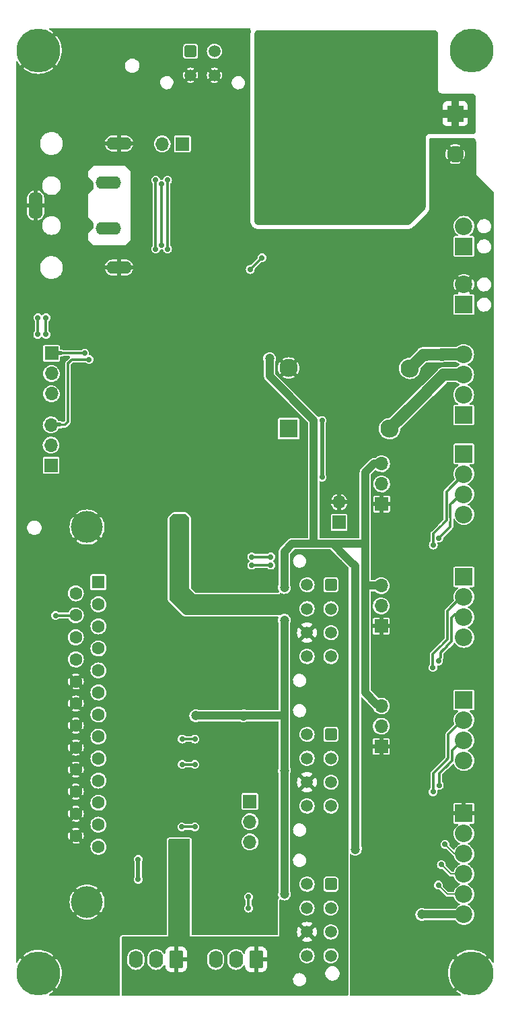
<source format=gbr>
%TF.GenerationSoftware,KiCad,Pcbnew,(6.0.4-0)*%
%TF.CreationDate,2022-07-09T18:31:03+12:00*%
%TF.ProjectId,controller,636f6e74-726f-46c6-9c65-722e6b696361,3.0*%
%TF.SameCoordinates,PX324e6b0PYa469d80*%
%TF.FileFunction,Copper,L2,Bot*%
%TF.FilePolarity,Positive*%
%FSLAX46Y46*%
G04 Gerber Fmt 4.6, Leading zero omitted, Abs format (unit mm)*
G04 Created by KiCad (PCBNEW (6.0.4-0)) date 2022-07-09 18:31:03*
%MOMM*%
%LPD*%
G01*
G04 APERTURE LIST*
G04 Aperture macros list*
%AMRoundRect*
0 Rectangle with rounded corners*
0 $1 Rounding radius*
0 $2 $3 $4 $5 $6 $7 $8 $9 X,Y pos of 4 corners*
0 Add a 4 corners polygon primitive as box body*
4,1,4,$2,$3,$4,$5,$6,$7,$8,$9,$2,$3,0*
0 Add four circle primitives for the rounded corners*
1,1,$1+$1,$2,$3*
1,1,$1+$1,$4,$5*
1,1,$1+$1,$6,$7*
1,1,$1+$1,$8,$9*
0 Add four rect primitives between the rounded corners*
20,1,$1+$1,$2,$3,$4,$5,0*
20,1,$1+$1,$4,$5,$6,$7,0*
20,1,$1+$1,$6,$7,$8,$9,0*
20,1,$1+$1,$8,$9,$2,$3,0*%
G04 Aperture macros list end*
%TA.AperFunction,ComponentPad*%
%ADD10R,1.700000X1.700000*%
%TD*%
%TA.AperFunction,ComponentPad*%
%ADD11O,1.700000X1.700000*%
%TD*%
%TA.AperFunction,ComponentPad*%
%ADD12RoundRect,0.250001X-0.499999X0.499999X-0.499999X-0.499999X0.499999X-0.499999X0.499999X0.499999X0*%
%TD*%
%TA.AperFunction,ComponentPad*%
%ADD13C,1.500000*%
%TD*%
%TA.AperFunction,ComponentPad*%
%ADD14R,2.100000X2.100000*%
%TD*%
%TA.AperFunction,ComponentPad*%
%ADD15C,2.100000*%
%TD*%
%TA.AperFunction,ComponentPad*%
%ADD16RoundRect,0.250001X-0.499999X-0.499999X0.499999X-0.499999X0.499999X0.499999X-0.499999X0.499999X0*%
%TD*%
%TA.AperFunction,ComponentPad*%
%ADD17R,2.200000X2.200000*%
%TD*%
%TA.AperFunction,ComponentPad*%
%ADD18C,2.200000*%
%TD*%
%TA.AperFunction,ComponentPad*%
%ADD19RoundRect,0.250000X0.620000X0.845000X-0.620000X0.845000X-0.620000X-0.845000X0.620000X-0.845000X0*%
%TD*%
%TA.AperFunction,ComponentPad*%
%ADD20O,1.740000X2.190000*%
%TD*%
%TA.AperFunction,ComponentPad*%
%ADD21C,5.500000*%
%TD*%
%TA.AperFunction,ComponentPad*%
%ADD22C,2.300000*%
%TD*%
%TA.AperFunction,ComponentPad*%
%ADD23R,2.300000X2.300000*%
%TD*%
%TA.AperFunction,ComponentPad*%
%ADD24O,3.200000X1.600000*%
%TD*%
%TA.AperFunction,ComponentPad*%
%ADD25O,1.750000X3.500000*%
%TD*%
%TA.AperFunction,ComponentPad*%
%ADD26C,4.000000*%
%TD*%
%TA.AperFunction,ComponentPad*%
%ADD27R,1.600000X1.600000*%
%TD*%
%TA.AperFunction,ComponentPad*%
%ADD28C,1.600000*%
%TD*%
%TA.AperFunction,SMDPad,CuDef*%
%ADD29C,0.300000*%
%TD*%
%TA.AperFunction,SMDPad,CuDef*%
%ADD30C,1.000000*%
%TD*%
%TA.AperFunction,SMDPad,CuDef*%
%ADD31C,1.500000*%
%TD*%
%TA.AperFunction,ViaPad*%
%ADD32C,0.700000*%
%TD*%
%TA.AperFunction,ViaPad*%
%ADD33C,1.200000*%
%TD*%
%TA.AperFunction,ViaPad*%
%ADD34C,1.000000*%
%TD*%
%TA.AperFunction,Conductor*%
%ADD35C,0.300000*%
%TD*%
%TA.AperFunction,Conductor*%
%ADD36C,0.500000*%
%TD*%
%TA.AperFunction,Conductor*%
%ADD37C,1.000000*%
%TD*%
%TA.AperFunction,Conductor*%
%ADD38C,0.200000*%
%TD*%
%TA.AperFunction,Conductor*%
%ADD39C,1.500000*%
%TD*%
G04 APERTURE END LIST*
%TO.C,NT25*%
G36*
X11350000Y76800000D02*
G01*
X10750000Y76800000D01*
X10750000Y77100000D01*
X11350000Y77100000D01*
X11350000Y76800000D01*
G37*
%TO.C,NT18*%
G36*
X59418198Y34656066D02*
G01*
X58993934Y34231802D01*
X58781802Y34443934D01*
X59206066Y34868198D01*
X59418198Y34656066D01*
G37*
%TO.C,NT8*%
G36*
X47992670Y59784437D02*
G01*
X47285563Y59077330D01*
X46267330Y60095563D01*
X46974437Y60802670D01*
X47992670Y59784437D01*
G37*
%TO.C,NT27*%
G36*
X48140000Y61500000D02*
G01*
X46700000Y61500000D01*
X46700000Y62500000D01*
X48140000Y62500000D01*
X48140000Y61500000D01*
G37*
%TO.C,NT15*%
G36*
X60000000Y64700000D02*
G01*
X59700000Y64700000D01*
X59700000Y65300000D01*
X60000000Y65300000D01*
X60000000Y64700000D01*
G37*
%TO.C,NT21*%
G36*
X58820000Y85000000D02*
G01*
X56780000Y85000000D01*
X56780000Y86500000D01*
X58820000Y86500000D01*
X58820000Y85000000D01*
G37*
%TO.C,NT26*%
G36*
X11450000Y85800000D02*
G01*
X10850000Y85800000D01*
X10850000Y86100000D01*
X11450000Y86100000D01*
X11450000Y85800000D01*
G37*
%TO.C,NT16*%
G36*
X59093198Y49381066D02*
G01*
X58668934Y48956802D01*
X58456802Y49168934D01*
X58881066Y49593198D01*
X59093198Y49381066D01*
G37*
%TO.C,NT14*%
G36*
X59068198Y64431066D02*
G01*
X58643934Y64006802D01*
X58431802Y64218934D01*
X58856066Y64643198D01*
X59068198Y64431066D01*
G37*
%TO.C,NT19*%
G36*
X59718198Y34181066D02*
G01*
X59293934Y33756802D01*
X59081802Y33968934D01*
X59506066Y34393198D01*
X59718198Y34181066D01*
G37*
%TO.C,NT3*%
G36*
X37600000Y83330000D02*
G01*
X36600000Y83330000D01*
X36600000Y84770000D01*
X37600000Y84770000D01*
X37600000Y83330000D01*
G37*
%TO.C,NT22*%
G36*
X57501579Y80690919D02*
G01*
X56059081Y79248421D01*
X54998421Y80309081D01*
X56440919Y81751579D01*
X57501579Y80690919D01*
G37*
%TO.C,NT17*%
G36*
X59518198Y49006066D02*
G01*
X59093934Y48581802D01*
X58881802Y48793934D01*
X59306066Y49218198D01*
X59518198Y49006066D01*
G37*
%TD*%
D10*
%TO.P,JP7,1,A*%
%TO.N,GND*%
X51150000Y36525000D03*
D11*
%TO.P,JP7,2,C*%
%TO.N,/Connectors/Z_COM*%
X51150000Y39065000D03*
%TO.P,JP7,3,B*%
%TO.N,/Connectors/STP_5V*%
X51150000Y41605000D03*
%TD*%
D12*
%TO.P,J12,1,Pin_1*%
%TO.N,unconnected-(J12-Pad1)*%
X44811000Y19210000D03*
D13*
%TO.P,J12,2,Pin_2*%
%TO.N,unconnected-(J12-Pad2)*%
X44811000Y16210000D03*
%TO.P,J12,3,Pin_3*%
%TO.N,unconnected-(J12-Pad3)*%
X44811000Y13210000D03*
%TO.P,J12,4,Pin_4*%
%TO.N,unconnected-(J12-Pad4)*%
X44811000Y10210000D03*
%TO.P,J12,5,Pin_5*%
%TO.N,/Connectors/ZMIN*%
X41811000Y19210000D03*
%TO.P,J12,6,Pin_6*%
%TO.N,+5V*%
X41811000Y16210000D03*
%TO.P,J12,7,Pin_7*%
%TO.N,GNDA*%
X41811000Y13210000D03*
%TO.P,J12,8,Pin_8*%
%TO.N,unconnected-(J12-Pad8)*%
X41811000Y10210000D03*
%TD*%
D10*
%TO.P,JP4,1,A*%
%TO.N,/Power/Q1_E*%
X26125000Y112250000D03*
D11*
%TO.P,JP4,2,B*%
%TO.N,/Power/Q1_C*%
X23585000Y112250000D03*
%TD*%
D14*
%TO.P,J3,1,Pin_1*%
%TO.N,24V_SAFE*%
X60450000Y116050000D03*
D15*
%TO.P,J3,2,Pin_2*%
%TO.N,GND*%
X60450000Y110970000D03*
%TD*%
D16*
%TO.P,J2,1,Pin_1*%
%TO.N,Net-(D4-Pad1)*%
X27150000Y123880000D03*
D13*
%TO.P,J2,2,Pin_2*%
%TO.N,/Power/PLED*%
X30150000Y123880000D03*
%TO.P,J2,3,Pin_3*%
%TO.N,GND*%
X27150000Y120880000D03*
%TO.P,J2,4,Pin_4*%
X30150000Y120880000D03*
%TD*%
D17*
%TO.P,J14,1,Pin_1*%
%TO.N,/Connectors/EMRG_STOP*%
X61550000Y92050000D03*
D18*
%TO.P,J14,2,Pin_2*%
%TO.N,GND*%
X61550000Y94590000D03*
%TD*%
D10*
%TO.P,JP1,1,A*%
%TO.N,Net-(JP1-Pad1)*%
X34619000Y29600000D03*
D11*
%TO.P,JP1,2,C*%
%TO.N,/LPT Interface/P1_IN*%
X34619000Y27060000D03*
%TO.P,JP1,3,B*%
%TO.N,/LPT Interface/CHARGE_PUMP_OUT*%
X34619000Y24520000D03*
%TD*%
D10*
%TO.P,JP8,1,A*%
%TO.N,GNDA*%
X45850000Y64675000D03*
D11*
%TO.P,JP8,2,B*%
%TO.N,GND*%
X45850000Y67215000D03*
%TD*%
D19*
%TO.P,J16,1,Pin_1*%
%TO.N,GNDA*%
X35400000Y9750000D03*
D20*
%TO.P,J16,2,Pin_2*%
%TO.N,+5V*%
X32860000Y9750000D03*
%TO.P,J16,3,Pin_3*%
%TO.N,/Connectors/PROBE*%
X30320000Y9750000D03*
%TD*%
D17*
%TO.P,J9,1,Pin_1*%
%TO.N,/Connectors/Y_COM*%
X61550000Y57834999D03*
D18*
%TO.P,J9,2,Pin_2*%
%TO.N,/Connectors/YCLK*%
X61550000Y55294999D03*
%TO.P,J9,3,Pin_3*%
%TO.N,/Connectors/YDIR*%
X61550000Y52754999D03*
%TO.P,J9,4,Pin_4*%
%TO.N,/Connectors/EN*%
X61550000Y50214999D03*
%TD*%
D17*
%TO.P,J13,1,Pin_1*%
%TO.N,/Connectors/P16_OUT*%
X61550000Y99360000D03*
D18*
%TO.P,J13,2,Pin_2*%
%TO.N,/Connectors/P17_OUT*%
X61550000Y101900000D03*
%TD*%
D17*
%TO.P,J11,1,Pin_1*%
%TO.N,/Connectors/Z_COM*%
X61550000Y42360000D03*
D18*
%TO.P,J11,2,Pin_2*%
%TO.N,/Connectors/ZCLK*%
X61550000Y39820000D03*
%TO.P,J11,3,Pin_3*%
%TO.N,/Connectors/ZDIR*%
X61550000Y37280000D03*
%TO.P,J11,4,Pin_4*%
%TO.N,/Connectors/EN*%
X61550000Y34740000D03*
%TD*%
D10*
%TO.P,JP5,1,A*%
%TO.N,GND*%
X51200000Y66975000D03*
D11*
%TO.P,JP5,2,C*%
%TO.N,/Connectors/X_COM*%
X51200000Y69515000D03*
%TO.P,JP5,3,B*%
%TO.N,/Connectors/STP_5V*%
X51200000Y72055000D03*
%TD*%
D21*
%TO.P,H4,1,1*%
%TO.N,GND*%
X62500000Y8000000D03*
%TD*%
D17*
%TO.P,J6,1,Pin_1*%
%TO.N,/Connectors/X_COM*%
X61550000Y73299999D03*
D18*
%TO.P,J6,2,Pin_2*%
%TO.N,/Connectors/XCLK*%
X61550000Y70759999D03*
%TO.P,J6,3,Pin_3*%
%TO.N,/Connectors/XDIR*%
X61550000Y68219999D03*
%TO.P,J6,4,Pin_4*%
%TO.N,/Connectors/EN*%
X61550000Y65679999D03*
%TD*%
D17*
%TO.P,J5,1,Pin_1*%
%TO.N,GND*%
X61550000Y28100000D03*
D18*
%TO.P,J5,2,Pin_2*%
%TO.N,/Connectors/RELAY1*%
X61550000Y25560000D03*
%TO.P,J5,3,Pin_3*%
%TO.N,/Connectors/RELAY2*%
X61550000Y23020000D03*
%TO.P,J5,4,Pin_4*%
%TO.N,/Connectors/RELAY3*%
X61550000Y20480000D03*
%TO.P,J5,5,Pin_5*%
%TO.N,/Connectors/RELAY4*%
X61550000Y17940000D03*
%TO.P,J5,6,Pin_6*%
%TO.N,/Connectors/RELAY_5V*%
X61550000Y15400000D03*
%TD*%
D22*
%TO.P,K1,1*%
%TO.N,GND*%
X39500000Y84070000D03*
%TO.P,K1,3*%
%TO.N,/Connectors/SPNDL_RELAY_NO*%
X54740000Y84050000D03*
%TO.P,K1,5*%
%TO.N,/Connectors/SPNDL_RELAY_COM*%
X52200000Y76450000D03*
D23*
%TO.P,K1,6*%
%TO.N,Net-(D7-Pad1)*%
X39500000Y76450000D03*
%TD*%
D12*
%TO.P,J10,1,Pin_1*%
%TO.N,unconnected-(J10-Pad1)*%
X44811000Y38028000D03*
D13*
%TO.P,J10,2,Pin_2*%
%TO.N,unconnected-(J10-Pad2)*%
X44811000Y35028000D03*
%TO.P,J10,3,Pin_3*%
%TO.N,unconnected-(J10-Pad3)*%
X44811000Y32028000D03*
%TO.P,J10,4,Pin_4*%
%TO.N,/Connectors/YMIN*%
X44811000Y29028000D03*
%TO.P,J10,5,Pin_5*%
%TO.N,unconnected-(J10-Pad5)*%
X41811000Y38028000D03*
%TO.P,J10,6,Pin_6*%
%TO.N,+5V*%
X41811000Y35028000D03*
%TO.P,J10,7,Pin_7*%
%TO.N,GNDA*%
X41811000Y32028000D03*
%TO.P,J10,8,Pin_8*%
%TO.N,unconnected-(J10-Pad8)*%
X41811000Y29028000D03*
%TD*%
D24*
%TO.P,J1,1*%
%TO.N,24V_IN*%
X16800000Y101600000D03*
%TO.P,J1,2*%
%TO.N,GND*%
X13150000Y102000000D03*
%TO.P,J1,3*%
X13150000Y107000000D03*
%TO.P,J1,4*%
%TO.N,24V_IN*%
X16800000Y107400000D03*
%TO.P,J1,SH*%
%TO.N,GND*%
X18150000Y112300000D03*
D25*
X7650000Y104500000D03*
D24*
X18150000Y96700000D03*
%TD*%
D10*
%TO.P,JP6,1,A*%
%TO.N,GND*%
X51150000Y51645000D03*
D11*
%TO.P,JP6,2,C*%
%TO.N,/Connectors/Y_COM*%
X51150000Y54185000D03*
%TO.P,JP6,3,B*%
%TO.N,/Connectors/STP_5V*%
X51150000Y56725000D03*
%TD*%
D10*
%TO.P,JP2,1,A*%
%TO.N,/LPT Interface/PWM_IN*%
X9600000Y71850000D03*
D11*
%TO.P,JP2,2,C*%
%TO.N,/LPT Interface/P16_OUT*%
X9600000Y74390000D03*
%TO.P,JP2,3,B*%
%TO.N,/Connectors/P16_IN*%
X9600000Y76930000D03*
%TD*%
D12*
%TO.P,J7,1,Pin_1*%
%TO.N,unconnected-(J7-Pad1)*%
X44811000Y56824000D03*
D13*
%TO.P,J7,2,Pin_2*%
%TO.N,unconnected-(J7-Pad2)*%
X44811000Y53824000D03*
%TO.P,J7,3,Pin_3*%
%TO.N,/Connectors/XMIN*%
X44811000Y50824000D03*
%TO.P,J7,4,Pin_4*%
%TO.N,unconnected-(J7-Pad4)*%
X44811000Y47824000D03*
%TO.P,J7,5,Pin_5*%
%TO.N,unconnected-(J7-Pad5)*%
X41811000Y56824000D03*
%TO.P,J7,6,Pin_6*%
%TO.N,+5V*%
X41811000Y53824000D03*
%TO.P,J7,7,Pin_7*%
%TO.N,GNDA*%
X41811000Y50824000D03*
%TO.P,J7,8,Pin_8*%
%TO.N,unconnected-(J7-Pad8)*%
X41811000Y47824000D03*
%TD*%
D26*
%TO.P,J4,0,PAD*%
%TO.N,GND*%
X14130000Y16980000D03*
X14130000Y64080000D03*
D27*
%TO.P,J4,1,1*%
%TO.N,/LPT Interface/P1_IN*%
X15550000Y57150000D03*
D28*
%TO.P,J4,2,2*%
%TO.N,/LPT Interface/P2_IN*%
X15550000Y54380000D03*
%TO.P,J4,3,3*%
%TO.N,/LPT Interface/P3_IN*%
X15550000Y51610000D03*
%TO.P,J4,4,4*%
%TO.N,/LPT Interface/P4_IN*%
X15550000Y48840000D03*
%TO.P,J4,5,5*%
%TO.N,/LPT Interface/P5_IN*%
X15550000Y46070000D03*
%TO.P,J4,6,6*%
%TO.N,/LPT Interface/P6_IN*%
X15550000Y43300000D03*
%TO.P,J4,7,7*%
%TO.N,/LPT Interface/P7_IN*%
X15550000Y40530000D03*
%TO.P,J4,8,8*%
%TO.N,/LPT Interface/P8_IN*%
X15550000Y37760000D03*
%TO.P,J4,9,9*%
%TO.N,/LPT Interface/P9_IN*%
X15550000Y34990000D03*
%TO.P,J4,10,10*%
%TO.N,/LPT Interface/P10_OUT*%
X15550000Y32220000D03*
%TO.P,J4,11,11*%
%TO.N,/LPT Interface/P11_OUT*%
X15550000Y29450000D03*
%TO.P,J4,12,12*%
%TO.N,/LPT Interface/P12_OUT*%
X15550000Y26680000D03*
%TO.P,J4,13,13*%
%TO.N,/LPT Interface/P13_OUT*%
X15550000Y23910000D03*
%TO.P,J4,14,P14*%
%TO.N,/LPT Interface/P14_IN*%
X12710000Y55765000D03*
%TO.P,J4,15,P15*%
%TO.N,/LPT Interface/P15_OUT*%
X12710000Y52995000D03*
%TO.P,J4,16,P16*%
%TO.N,/LPT Interface/P16_IN*%
X12710000Y50225000D03*
%TO.P,J4,17,P17*%
%TO.N,/LPT Interface/P17_IN*%
X12710000Y47455000D03*
%TO.P,J4,18,P18*%
%TO.N,GND*%
X12710000Y44685000D03*
%TO.P,J4,19,P19*%
X12710000Y41915000D03*
%TO.P,J4,20,P20*%
X12710000Y39145000D03*
%TO.P,J4,21,P21*%
X12710000Y36375000D03*
%TO.P,J4,22,P22*%
X12710000Y33605000D03*
%TO.P,J4,23,P23*%
X12710000Y30835000D03*
%TO.P,J4,24,P24*%
X12710000Y28065000D03*
%TO.P,J4,25,P25*%
X12710000Y25295000D03*
%TD*%
D19*
%TO.P,J17,1,Pin_1*%
%TO.N,GNDA*%
X25350000Y9750000D03*
D20*
%TO.P,J17,2,Pin_2*%
%TO.N,+5V*%
X22810000Y9750000D03*
%TO.P,J17,3,Pin_3*%
%TO.N,/Connectors/PROBE*%
X20270000Y9750000D03*
%TD*%
D21*
%TO.P,H1,1,1*%
%TO.N,GND*%
X8000000Y124000000D03*
%TD*%
D17*
%TO.P,J8,1,Pin_1*%
%TO.N,/Connectors/VFD_AGND*%
X61525000Y78162836D03*
D18*
%TO.P,J8,2,Pin_2*%
%TO.N,/Connectors/VFD_0-10V*%
X61525000Y80702836D03*
%TO.P,J8,3,Pin_3*%
%TO.N,/Connectors/VFD_XGND*%
X61525000Y83242836D03*
%TO.P,J8,4,Pin_4*%
%TO.N,/Connectors/VFD_FWD*%
X61525000Y85782836D03*
%TD*%
D21*
%TO.P,H3,1,1*%
%TO.N,GND*%
X8000000Y8000000D03*
%TD*%
%TO.P,H2,1,1*%
%TO.N,unconnected-(H2-Pad1)*%
X62500000Y124000000D03*
%TD*%
D10*
%TO.P,JP3,1,A*%
%TO.N,/Connectors/P17_IN*%
X9650000Y85925000D03*
D11*
%TO.P,JP3,2,C*%
%TO.N,/LPT Interface/P17_OUT*%
X9650000Y83385000D03*
%TO.P,JP3,3,B*%
%TO.N,/LPT Interface/SPNDL_RELAY_IN*%
X9650000Y80845000D03*
%TD*%
D29*
%TO.P,NT25,1,1*%
%TO.N,/Connectors/P16_IN*%
X10750000Y76950000D03*
%TO.P,NT25,2,2*%
%TO.N,/Connectors/P16_OUT*%
X11350000Y76950000D03*
%TD*%
%TO.P,NT18,1,1*%
%TO.N,/Connectors/ZCLK_IN*%
X58887868Y34337868D03*
%TO.P,NT18,2,2*%
%TO.N,/Connectors/ZCLK*%
X59312132Y34762132D03*
%TD*%
D30*
%TO.P,NT8,1,1*%
%TO.N,/Connectors/RELAY_5V*%
X47624975Y59445025D03*
%TO.P,NT8,2,2*%
%TO.N,+5V*%
X46635025Y60434975D03*
%TD*%
%TO.P,NT27,1,1*%
%TO.N,/Connectors/STP_5V*%
X48120000Y62000000D03*
%TO.P,NT27,2,2*%
%TO.N,+5V*%
X46720000Y62000000D03*
%TD*%
D29*
%TO.P,NT15,1,1*%
%TO.N,/Connectors/XDIR_IN*%
X59850000Y64700000D03*
%TO.P,NT15,2,2*%
%TO.N,/Connectors/XDIR*%
X59850000Y65300000D03*
%TD*%
D31*
%TO.P,NT21,1,1*%
%TO.N,/Connectors/SPNDL_RELAY_NO*%
X56800000Y85750000D03*
%TO.P,NT21,2,2*%
%TO.N,/Connectors/VFD_FWD*%
X58800000Y85750000D03*
%TD*%
D29*
%TO.P,NT26,1,1*%
%TO.N,/Connectors/P17_IN*%
X10850000Y85950000D03*
%TO.P,NT26,2,2*%
%TO.N,/Connectors/P17_OUT*%
X11450000Y85950000D03*
%TD*%
%TO.P,NT16,1,1*%
%TO.N,/Connectors/YCLK_IN*%
X58562868Y49062868D03*
%TO.P,NT16,2,2*%
%TO.N,/Connectors/YCLK*%
X58987132Y49487132D03*
%TD*%
%TO.P,NT14,1,1*%
%TO.N,/Connectors/XCLK_IN*%
X58537868Y64112868D03*
%TO.P,NT14,2,2*%
%TO.N,/Connectors/XCLK*%
X58962132Y64537132D03*
%TD*%
%TO.P,NT19,1,1*%
%TO.N,/Connectors/ZDIR_IN*%
X59187868Y33862868D03*
%TO.P,NT19,2,2*%
%TO.N,/Connectors/ZDIR*%
X59612132Y34287132D03*
%TD*%
D30*
%TO.P,NT3,1,1*%
%TO.N,/Power/U2_FB*%
X37100000Y84750000D03*
%TO.P,NT3,2,2*%
%TO.N,+5V*%
X37100000Y83350000D03*
%TD*%
D31*
%TO.P,NT22,1,1*%
%TO.N,/Connectors/SPNDL_RELAY_COM*%
X55542893Y79792893D03*
%TO.P,NT22,2,2*%
%TO.N,/Connectors/VFD_XGND*%
X56957107Y81207107D03*
%TD*%
D29*
%TO.P,NT17,1,1*%
%TO.N,/Connectors/YDIR_IN*%
X58987868Y48687868D03*
%TO.P,NT17,2,2*%
%TO.N,/Connectors/YDIR*%
X59412132Y49112132D03*
%TD*%
D32*
%TO.N,Net-(C2-Pad1)*%
X23500166Y99521842D03*
X23500000Y107200000D03*
X26050000Y26400000D03*
X27699500Y26400000D03*
X7925000Y88300500D03*
X7950000Y90399500D03*
%TO.N,GND*%
X23650000Y70950000D03*
X34600000Y94350000D03*
X30842544Y88600000D03*
X16100000Y71300000D03*
X34750000Y73450000D03*
X8750000Y82100000D03*
X28150000Y67600000D03*
X55650000Y36000001D03*
X28250000Y81000000D03*
X30650000Y84630000D03*
X32150000Y67600000D03*
X57950000Y98425000D03*
X57950000Y95950000D03*
X55650000Y41100001D03*
X25650000Y81000000D03*
X34750000Y75450000D03*
X55600000Y54000000D03*
X23250000Y81000000D03*
X17225000Y88100000D03*
X15225000Y88100000D03*
X18400000Y74900000D03*
X33500000Y78550000D03*
X33800000Y36150000D03*
X31850000Y92200000D03*
X26150000Y67600000D03*
X28250000Y76200000D03*
X44050000Y83800000D03*
X24450000Y72650000D03*
X27980000Y82190000D03*
X52825000Y87875000D03*
D33*
X24700000Y94500000D03*
X41625000Y87200000D03*
D32*
X18900000Y68500000D03*
X55600000Y72050000D03*
X37150000Y16300000D03*
X33100000Y57100000D03*
X34750000Y71450000D03*
X17700000Y67500000D03*
X23225000Y88100000D03*
X35960000Y91690000D03*
X34750000Y69450000D03*
X21850000Y79450000D03*
X36550000Y89375000D03*
X40901811Y92073189D03*
X54625000Y89675000D03*
X28250000Y78600000D03*
X24000000Y41950000D03*
X46550000Y84075000D03*
X17300000Y73200000D03*
X57950000Y93450000D03*
X15800000Y69200000D03*
X57950000Y100925000D03*
X55600000Y51475000D03*
X55650000Y38550001D03*
X28100000Y72500000D03*
X59550000Y103050000D03*
X10325000Y88150000D03*
X29670000Y78580000D03*
X23350000Y54950000D03*
D33*
X28050000Y87875000D03*
D32*
X38200000Y89375000D03*
X48575000Y85550000D03*
X21225000Y88100000D03*
X21300000Y25250000D03*
X36500000Y94400000D03*
X55020000Y64350000D03*
X26400000Y71500000D03*
X33500000Y68550000D03*
X13800000Y83450000D03*
X17400000Y83450000D03*
X23250000Y78600000D03*
X8400000Y84400000D03*
X19225000Y88100000D03*
X25650000Y76200000D03*
X20450000Y84700000D03*
X14525000Y75475000D03*
X55050000Y48949502D03*
D33*
X31925000Y101025000D03*
D32*
X25650000Y78600000D03*
X22150000Y67598540D03*
X23643600Y82114400D03*
X12850000Y68650000D03*
X29800000Y69700000D03*
X56425000Y91475000D03*
X32363967Y84274259D03*
X23725000Y27750000D03*
X30150000Y67600000D03*
X13225000Y88100000D03*
X25225000Y88100000D03*
X29560000Y85670000D03*
X34750000Y84330000D03*
X8600000Y75600000D03*
X20950000Y69400000D03*
X55600000Y66925000D03*
X34850000Y88600000D03*
X23750000Y74300000D03*
X55600000Y56575000D03*
X23250000Y76200000D03*
X51025000Y86075000D03*
X24150000Y67600000D03*
X55050000Y33390000D03*
X55600000Y69475000D03*
X39550000Y90725000D03*
X31720800Y108987600D03*
D34*
%TO.N,24V_SAFE*%
X47450000Y104950000D03*
D32*
X37850000Y119350000D03*
D34*
X50650000Y112950000D03*
D32*
X45850000Y117750000D03*
D34*
X52250000Y106550000D03*
D32*
X44250000Y124150000D03*
D34*
X49050000Y106550000D03*
X37850000Y125750000D03*
D32*
X37850000Y122550000D03*
D34*
X55450000Y117750000D03*
X55450000Y120950000D03*
X53850000Y119350000D03*
X52250000Y124150000D03*
D32*
X39450000Y119350000D03*
D34*
X55450000Y108150000D03*
X49050000Y111350000D03*
X55450000Y116150000D03*
X50650000Y120950000D03*
X49050000Y104950000D03*
D32*
X39450000Y120950000D03*
D34*
X45850000Y104950000D03*
X36250000Y125750000D03*
X52250000Y104950000D03*
X50650000Y116150000D03*
D32*
X44250000Y117750000D03*
D34*
X52250000Y109750000D03*
X57050000Y120950000D03*
D32*
X61150000Y118025000D03*
X45850000Y122550000D03*
D34*
X53850000Y122550000D03*
D32*
X58450000Y114175000D03*
X45850000Y124150000D03*
X36250000Y117750000D03*
D34*
X50650000Y114550000D03*
X53850000Y109750000D03*
X52250000Y125750000D03*
X53850000Y124150000D03*
X52250000Y112950000D03*
X52250000Y111350000D03*
X50650000Y104950000D03*
D32*
X39450000Y122550000D03*
D34*
X50650000Y111350000D03*
X39450000Y125750000D03*
X47450000Y120950000D03*
X44250000Y125750000D03*
X53850000Y117750000D03*
X49050000Y103350000D03*
D32*
X37850000Y117750000D03*
D34*
X50650000Y117750000D03*
X55450000Y104950000D03*
X50650000Y108150000D03*
X57050000Y124150000D03*
X39450000Y116150000D03*
D32*
X41050000Y119350000D03*
D34*
X47450000Y122550000D03*
X45850000Y108150000D03*
X47450000Y116150000D03*
D32*
X42650000Y122550000D03*
D34*
X52250000Y117750000D03*
X55450000Y106550000D03*
X50650000Y119350000D03*
X49050000Y120950000D03*
X52250000Y108150000D03*
X55450000Y111350000D03*
X41050000Y125750000D03*
X49050000Y119350000D03*
D32*
X42650000Y119350000D03*
X61150000Y114175000D03*
D34*
X49050000Y122550000D03*
X53850000Y104950000D03*
X57050000Y119350000D03*
X41050000Y116150000D03*
X42650000Y125750000D03*
X55450000Y125750000D03*
D32*
X42650000Y120950000D03*
D34*
X47450000Y112950000D03*
X47450000Y106550000D03*
D32*
X39450000Y124150000D03*
D34*
X49050000Y108150000D03*
D32*
X36250000Y122550000D03*
D34*
X57050000Y122550000D03*
X53850000Y108150000D03*
X52250000Y120950000D03*
X55450000Y109750000D03*
D32*
X41050000Y122550000D03*
D34*
X45850000Y111350000D03*
X52250000Y119350000D03*
D32*
X44250000Y120950000D03*
D34*
X45850000Y109750000D03*
D32*
X59750000Y118025000D03*
D34*
X49050000Y125750000D03*
D32*
X36250000Y120950000D03*
D34*
X53850000Y125750000D03*
X47450000Y119350000D03*
X47450000Y117750000D03*
X45850000Y112950000D03*
X50650000Y122550000D03*
D32*
X41050000Y117750000D03*
X44250000Y122550000D03*
X42650000Y117750000D03*
D34*
X52250000Y122550000D03*
D32*
X37850000Y120950000D03*
D34*
X37850000Y116150000D03*
D32*
X37850000Y124150000D03*
X58450000Y118025000D03*
X58450000Y116075000D03*
D34*
X55450000Y112950000D03*
X50650000Y124150000D03*
X53850000Y114550000D03*
X49050000Y114550000D03*
X53850000Y103350000D03*
X55450000Y119350000D03*
D32*
X39450000Y117750000D03*
X62425000Y114175000D03*
X41050000Y120950000D03*
D34*
X49050000Y112950000D03*
X50650000Y106550000D03*
X52250000Y116150000D03*
X55450000Y124150000D03*
X57050000Y125750000D03*
X45850000Y125750000D03*
X53850000Y111350000D03*
D32*
X36250000Y124150000D03*
D34*
X55450000Y114550000D03*
D32*
X44250000Y119350000D03*
D34*
X47450000Y124150000D03*
X45850000Y116150000D03*
X55450000Y122550000D03*
X53850000Y116150000D03*
X52250000Y103350000D03*
D32*
X45850000Y120950000D03*
D34*
X52250000Y114550000D03*
D32*
X59750000Y114175000D03*
X36250000Y119350000D03*
D34*
X47450000Y108150000D03*
X53850000Y112950000D03*
X47450000Y111350000D03*
X42650000Y116150000D03*
X47450000Y114550000D03*
X47450000Y103350000D03*
X47450000Y109750000D03*
X45850000Y106550000D03*
X50650000Y109750000D03*
X50650000Y103350000D03*
X45850000Y114550000D03*
D32*
X45850000Y119350000D03*
X62425000Y118025000D03*
D34*
X44250000Y116150000D03*
D32*
X42650000Y124150000D03*
X41050000Y124150000D03*
D34*
X49050000Y109750000D03*
X53850000Y106550000D03*
X49050000Y116150000D03*
X47450000Y125750000D03*
X49050000Y124150000D03*
X50650000Y125750000D03*
X49050000Y117750000D03*
X53850000Y120950000D03*
X45850000Y103350000D03*
D32*
%TO.N,/Power/U2_BST*%
X36142109Y97942109D03*
X34657891Y96457891D03*
D33*
%TO.N,/Power/U2_FB*%
X37100000Y85250000D03*
D32*
%TO.N,/LPT Interface/P15_OUT*%
X10175981Y52975000D03*
%TO.N,/Connectors/RELAY2*%
X59165734Y24215734D03*
%TO.N,/Connectors/RELAY3*%
X58715734Y21665734D03*
%TO.N,/Connectors/RELAY4*%
X58340734Y19090734D03*
%TO.N,/LPT Interface/nCE_IN*%
X22750000Y99025500D03*
X8950000Y88300500D03*
X22750000Y107700000D03*
X8950000Y90399500D03*
%TO.N,/Connectors/EMRG_STOP*%
X43699500Y77500000D03*
X43699500Y70350000D03*
%TO.N,/Connectors/XCLK_IN*%
X57700011Y61825000D03*
%TO.N,/Connectors/XDIR_IN*%
X58399511Y62700000D03*
%TO.N,/Connectors/YCLK_IN*%
X57650000Y46440000D03*
%TO.N,/Connectors/YDIR_IN*%
X58349500Y47250000D03*
%TO.N,/Connectors/ZCLK_IN*%
X57675000Y30825001D03*
%TO.N,/Connectors/ZDIR_IN*%
X58450000Y31625001D03*
%TO.N,Net-(JP1-Pad1)*%
X27699500Y37450000D03*
X26100500Y37450000D03*
%TO.N,/Connectors/P16_OUT*%
X14375000Y85150000D03*
%TO.N,/Connectors/P17_OUT*%
X13825000Y85950000D03*
%TO.N,/Connectors/XMIN_OUT*%
X34850980Y59300000D03*
X37249500Y59300000D03*
%TO.N,/LPT Interface/P1_IN*%
X26100500Y34250000D03*
X27699500Y34250000D03*
%TO.N,/Connectors/PROBE_OUT*%
X34450000Y17600000D03*
X34450000Y16200989D03*
D33*
%TO.N,/Connectors/RELAY_5V*%
X56250000Y15400000D03*
X47900000Y23600000D03*
D32*
%TO.N,/Connectors/EMERG_STOP_OUT*%
X37249500Y60350000D03*
X34850980Y60350000D03*
%TO.N,5V_nEN*%
X24250000Y107699500D03*
X24250000Y99025000D03*
D33*
%TO.N,+5V*%
X38950000Y56490000D03*
X27805749Y40379885D03*
D32*
X20550000Y19800000D03*
X20550000Y22317011D03*
D33*
X38966202Y33510743D03*
X38970000Y17970000D03*
X38950000Y52390000D03*
X33800000Y40360000D03*
%TO.N,GNDA*%
X43650000Y59450000D03*
D32*
X25800000Y15350000D03*
X26100500Y23875000D03*
X25700000Y56100000D03*
X25700000Y64950000D03*
%TD*%
D35*
%TO.N,Net-(C2-Pad1)*%
X23500166Y99521842D02*
X23500000Y99522008D01*
X27699500Y26400000D02*
X26050000Y26400000D01*
X7950000Y88325500D02*
X7950000Y90399500D01*
X23500000Y99522008D02*
X23500000Y107200000D01*
X7925000Y88300500D02*
X7950000Y88325500D01*
D36*
%TO.N,24V_SAFE*%
X37850000Y116150000D02*
X39450000Y116150000D01*
X36250000Y117750000D02*
X36250000Y119350000D01*
X39450000Y116150000D02*
X41050000Y116150000D01*
X44250000Y116150000D02*
X45850000Y116150000D01*
X37850000Y116150000D02*
X36250000Y117750000D01*
X41050000Y116150000D02*
X42650000Y116150000D01*
X36250000Y125750000D02*
X37850000Y125750000D01*
X42650000Y116150000D02*
X44250000Y116150000D01*
X36250000Y122550000D02*
X36250000Y124150000D01*
X36250000Y125750000D02*
X36250000Y124150000D01*
X36250000Y119350000D02*
X36250000Y120950000D01*
D35*
%TO.N,/Power/U2_BST*%
X36142109Y97942109D02*
X34657891Y96457891D01*
D37*
%TO.N,/Power/U2_FB*%
X37100000Y85250000D02*
X37100000Y84750000D01*
D35*
%TO.N,/LPT Interface/P15_OUT*%
X12690000Y52975000D02*
X12710000Y52995000D01*
X10175981Y52975000D02*
X12690000Y52975000D01*
D38*
%TO.N,/Connectors/RELAY2*%
X59165734Y24215734D02*
X60361468Y23020000D01*
X60361468Y23020000D02*
X61550000Y23020000D01*
%TO.N,/Connectors/RELAY3*%
X58715734Y21665734D02*
X59901468Y20480000D01*
X59901468Y20480000D02*
X61550000Y20480000D01*
%TO.N,/Connectors/RELAY4*%
X58340734Y19090734D02*
X59491468Y17940000D01*
X59491468Y17940000D02*
X61550000Y17940000D01*
D35*
%TO.N,/LPT Interface/nCE_IN*%
X8950000Y90399500D02*
X8950000Y88300500D01*
X22750000Y107700000D02*
X22750000Y99025500D01*
%TO.N,/Connectors/XCLK*%
X59350480Y64925480D02*
X59350480Y68560480D01*
X58962132Y64537132D02*
X59350480Y64925480D01*
X59350480Y68560480D02*
X61550000Y70760000D01*
%TO.N,/Connectors/XDIR*%
X61170000Y68220000D02*
X61550000Y68220000D01*
X59850000Y66900000D02*
X61170000Y68220000D01*
X59850000Y65300000D02*
X59850000Y66900000D01*
%TO.N,/Connectors/YCLK*%
X58987132Y49487132D02*
X59450480Y49950480D01*
X59450480Y49950480D02*
X59450480Y53510480D01*
X59450480Y53510480D02*
X61550000Y55610000D01*
%TO.N,/Connectors/YDIR*%
X60000000Y52700000D02*
X60370000Y53070000D01*
X60000000Y49700000D02*
X60000000Y52700000D01*
X59412132Y49112132D02*
X60000000Y49700000D01*
X60370000Y53070000D02*
X61550000Y53070000D01*
%TO.N,/Connectors/ZCLK*%
X59312132Y34762132D02*
X59600969Y35050969D01*
X59600969Y38070969D02*
X61550000Y40020000D01*
X59600969Y35050969D02*
X59600969Y38070969D01*
%TO.N,/Connectors/ZDIR*%
X60100489Y36030489D02*
X61550000Y37480000D01*
X60100489Y34756917D02*
X60100489Y36030489D01*
X59612132Y34287132D02*
X59630704Y34287132D01*
X59630704Y34287132D02*
X60100489Y34756917D01*
D39*
%TO.N,/Connectors/SPNDL_RELAY_NO*%
X56440000Y85750000D02*
X54740000Y84050000D01*
X56800000Y85750000D02*
X56440000Y85750000D01*
%TO.N,/Connectors/SPNDL_RELAY_COM*%
X55542893Y79792893D02*
X52200000Y76450000D01*
D36*
%TO.N,/Connectors/EMRG_STOP*%
X43699500Y77500000D02*
X43699500Y70350000D01*
D35*
%TO.N,/Connectors/XCLK_IN*%
X57700011Y63275011D02*
X58537868Y64112868D01*
X57700011Y61825000D02*
X57700011Y63275011D01*
%TO.N,/Connectors/XDIR_IN*%
X58399511Y62700000D02*
X59850000Y64150489D01*
X59850000Y64150489D02*
X59850000Y64700000D01*
%TO.N,/Connectors/YCLK_IN*%
X57650000Y46640000D02*
X57650000Y48150000D01*
X57650000Y48150000D02*
X58562868Y49062868D01*
%TO.N,/Connectors/YDIR_IN*%
X58349500Y47450000D02*
X58600000Y47700500D01*
X58600000Y48300000D02*
X58987868Y48687868D01*
X58600000Y47700500D02*
X58600000Y48300000D01*
%TO.N,/Connectors/ZCLK_IN*%
X57675000Y33125000D02*
X58887868Y34337868D01*
X57675000Y31250000D02*
X57675000Y33125000D01*
%TO.N,/Connectors/ZDIR_IN*%
X58450000Y32025000D02*
X58450000Y33125000D01*
X58450000Y33125000D02*
X59187868Y33862868D01*
D39*
%TO.N,/Connectors/VFD_FWD*%
X58832836Y85782836D02*
X61525000Y85782836D01*
X58800000Y85750000D02*
X58832836Y85782836D01*
D35*
%TO.N,Net-(JP1-Pad1)*%
X27699500Y37450000D02*
X26100500Y37450000D01*
D36*
%TO.N,/Connectors/P16_IN*%
X9620000Y76950000D02*
X10750000Y76950000D01*
X9600000Y76930000D02*
X9620000Y76950000D01*
%TO.N,/Connectors/P17_IN*%
X9650000Y85925000D02*
X9675000Y85950000D01*
X9675000Y85950000D02*
X10850000Y85950000D01*
D35*
%TO.N,/Connectors/P16_OUT*%
X12200000Y85150000D02*
X11750000Y84700000D01*
X11750000Y84700000D02*
X11750000Y77350000D01*
X11750000Y77350000D02*
X11350000Y76950000D01*
X14375000Y85150000D02*
X12200000Y85150000D01*
%TO.N,/Connectors/P17_OUT*%
X11450000Y85950000D02*
X13825000Y85950000D01*
%TO.N,/Connectors/XMIN_OUT*%
X34850980Y59300000D02*
X37249500Y59300000D01*
%TO.N,/LPT Interface/P1_IN*%
X26100500Y34250000D02*
X27699500Y34250000D01*
%TO.N,/Connectors/PROBE_OUT*%
X34450000Y17600000D02*
X34450000Y16200989D01*
D37*
%TO.N,/Connectors/RELAY_5V*%
X56250000Y15400000D02*
X61550000Y15400000D01*
X47900000Y23600000D02*
X47900480Y23600480D01*
X47900480Y59169520D02*
X47624975Y59445025D01*
X47900480Y23600480D02*
X47900480Y59169520D01*
D39*
%TO.N,/Connectors/VFD_XGND*%
X56957107Y81207107D02*
X58992836Y83242836D01*
X58992836Y83242836D02*
X61525000Y83242836D01*
D35*
%TO.N,/Connectors/EMERG_STOP_OUT*%
X37249500Y60350000D02*
X34850980Y60350000D01*
%TO.N,5V_nEN*%
X24250000Y107699500D02*
X24250000Y99025000D01*
D37*
%TO.N,+5V*%
X38950000Y52390000D02*
X38950000Y40240000D01*
X42650000Y77500000D02*
X42650000Y62000000D01*
D36*
X20550000Y19800000D02*
X20550000Y22317011D01*
D37*
X38950000Y17990000D02*
X38970000Y17970000D01*
X46635025Y60434975D02*
X45070000Y62000000D01*
X27805864Y40380000D02*
X38810000Y40380000D01*
X39950000Y62000000D02*
X38950000Y61000000D01*
X38950000Y61000000D02*
X38950000Y56490000D01*
X42650000Y62000000D02*
X39950000Y62000000D01*
X38950000Y40240000D02*
X38950000Y17990000D01*
X37100000Y83350000D02*
X37100000Y83050000D01*
X38810000Y40380000D02*
X38950000Y40240000D01*
X27805749Y40379885D02*
X27805864Y40380000D01*
X37100000Y83050000D02*
X42650000Y77500000D01*
X45070000Y62000000D02*
X46720000Y62000000D01*
X45070000Y62000000D02*
X42650000Y62000000D01*
%TO.N,/Connectors/STP_5V*%
X50595000Y41805000D02*
X51150000Y41805000D01*
X49125000Y43275000D02*
X50595000Y41805000D01*
X49125000Y70950000D02*
X49125000Y61995000D01*
X51150000Y56725000D02*
X49125000Y56725000D01*
X49125000Y59725000D02*
X49125000Y56725000D01*
X48120000Y62000000D02*
X49120000Y62000000D01*
X49120000Y62000000D02*
X49125000Y61995000D01*
X49125000Y56725000D02*
X49125000Y43275000D01*
X51200000Y72055000D02*
X50230000Y72055000D01*
X49125000Y61995000D02*
X49125000Y59725000D01*
X50230000Y72055000D02*
X49125000Y70950000D01*
%TD*%
%TA.AperFunction,Conductor*%
%TO.N,GNDA*%
G36*
X26515931Y65729998D02*
G01*
X26536905Y65713095D01*
X26963095Y65286905D01*
X26997121Y65224593D01*
X27000000Y65197810D01*
X27000000Y56350000D01*
X27700000Y55650000D01*
X38350000Y55650000D01*
X38349843Y55692522D01*
X38369593Y55760715D01*
X38423077Y55807406D01*
X38493313Y55817769D01*
X38544835Y55798418D01*
X38586789Y55770964D01*
X38755116Y55708364D01*
X38762097Y55707433D01*
X38762099Y55707432D01*
X38926149Y55685543D01*
X38926153Y55685543D01*
X38933130Y55684612D01*
X38940142Y55685250D01*
X38940146Y55685250D01*
X39104960Y55700249D01*
X39104961Y55700249D01*
X39111981Y55700888D01*
X39282782Y55756385D01*
X39313714Y55774824D01*
X39430992Y55844735D01*
X39430994Y55844736D01*
X39437044Y55848343D01*
X39567099Y55972193D01*
X39584570Y55998488D01*
X39654164Y56103237D01*
X39666483Y56121778D01*
X39721731Y56267219D01*
X39727757Y56283081D01*
X39727758Y56283086D01*
X39730257Y56289664D01*
X39750003Y56430163D01*
X39754700Y56463584D01*
X39754700Y56463589D01*
X39755251Y56467507D01*
X39755565Y56490000D01*
X39735546Y56668472D01*
X39691892Y56793830D01*
X39678804Y56831415D01*
X39678802Y56831418D01*
X39676742Y56837335D01*
X40855994Y56837335D01*
X40856510Y56831191D01*
X40869255Y56679422D01*
X40871592Y56651586D01*
X40873291Y56645661D01*
X40917926Y56490000D01*
X40922971Y56472405D01*
X41008176Y56306615D01*
X41123959Y56160532D01*
X41265912Y56039721D01*
X41271290Y56036715D01*
X41271292Y56036714D01*
X41333674Y56001850D01*
X41428627Y55948783D01*
X41605907Y55891181D01*
X41790998Y55869110D01*
X41797133Y55869582D01*
X41797135Y55869582D01*
X41970710Y55882938D01*
X41970715Y55882939D01*
X41976851Y55883411D01*
X41982781Y55885067D01*
X41982783Y55885067D01*
X42150459Y55931883D01*
X42150458Y55931883D01*
X42156387Y55933538D01*
X42322768Y56017583D01*
X42347255Y56036714D01*
X42464794Y56128546D01*
X42464795Y56128547D01*
X42469655Y56132344D01*
X42591454Y56273450D01*
X42604626Y56296636D01*
X42680479Y56430163D01*
X42683526Y56435526D01*
X42742364Y56612399D01*
X42765727Y56797332D01*
X42766099Y56824000D01*
X42747909Y57009513D01*
X42746128Y57015412D01*
X42746127Y57015417D01*
X42695814Y57182061D01*
X42694033Y57187960D01*
X42606522Y57352544D01*
X42602632Y57357314D01*
X42602629Y57357318D01*
X42585897Y57377833D01*
X43860500Y57377833D01*
X43860501Y56270168D01*
X43863481Y56238632D01*
X43866024Y56231391D01*
X43866024Y56231390D01*
X43904517Y56121778D01*
X43908366Y56110817D01*
X43988850Y56001850D01*
X44097817Y55921366D01*
X44106704Y55918245D01*
X44106706Y55918244D01*
X44178350Y55893085D01*
X44225632Y55876481D01*
X44233278Y55875758D01*
X44233279Y55875758D01*
X44239249Y55875194D01*
X44257167Y55873500D01*
X44810719Y55873500D01*
X45364832Y55873501D01*
X45367782Y55873780D01*
X45367787Y55873780D01*
X45378406Y55874784D01*
X45396368Y55876481D01*
X45403609Y55879024D01*
X45403610Y55879024D01*
X45515294Y55918244D01*
X45515296Y55918245D01*
X45524183Y55921366D01*
X45633150Y56001850D01*
X45713634Y56110817D01*
X45717484Y56121778D01*
X45755974Y56231385D01*
X45758519Y56238632D01*
X45761500Y56270167D01*
X45761499Y57377832D01*
X45758519Y57409368D01*
X45727747Y57496995D01*
X45716756Y57528294D01*
X45716755Y57528296D01*
X45713634Y57537183D01*
X45633150Y57646150D01*
X45524183Y57726634D01*
X45515296Y57729755D01*
X45515294Y57729756D01*
X45403615Y57768974D01*
X45396368Y57771519D01*
X45388722Y57772242D01*
X45388721Y57772242D01*
X45382751Y57772806D01*
X45364833Y57774500D01*
X44811281Y57774500D01*
X44257168Y57774499D01*
X44254218Y57774220D01*
X44254213Y57774220D01*
X44243594Y57773216D01*
X44225632Y57771519D01*
X44218391Y57768976D01*
X44218390Y57768976D01*
X44106706Y57729756D01*
X44106704Y57729755D01*
X44097817Y57726634D01*
X43988850Y57646150D01*
X43908366Y57537183D01*
X43863481Y57409368D01*
X43860500Y57377833D01*
X42585897Y57377833D01*
X42492605Y57492220D01*
X42492602Y57492223D01*
X42488710Y57496995D01*
X42483056Y57501673D01*
X42349834Y57611884D01*
X42345085Y57615813D01*
X42181116Y57704471D01*
X42092083Y57732031D01*
X42008936Y57757769D01*
X42008933Y57757770D01*
X42003049Y57759591D01*
X41996924Y57760235D01*
X41996923Y57760235D01*
X41823796Y57778432D01*
X41823795Y57778432D01*
X41817668Y57779076D01*
X41742574Y57772242D01*
X41638171Y57762741D01*
X41638168Y57762740D01*
X41632032Y57762182D01*
X41626122Y57760443D01*
X41626119Y57760442D01*
X41492229Y57721035D01*
X41453214Y57709552D01*
X41288023Y57623193D01*
X41142752Y57506392D01*
X41022935Y57363599D01*
X41019971Y57358207D01*
X41019968Y57358203D01*
X40957025Y57243709D01*
X40933135Y57200254D01*
X40876772Y57022576D01*
X40855994Y56837335D01*
X39676742Y56837335D01*
X39676485Y56838073D01*
X39669645Y56849020D01*
X39650500Y56915787D01*
X39650500Y59870633D01*
X40036906Y59870633D01*
X40046349Y59690436D01*
X40048162Y59683856D01*
X40048162Y59683853D01*
X40076376Y59581424D01*
X40094268Y59516470D01*
X40178424Y59356852D01*
X40182826Y59351643D01*
X40182828Y59351640D01*
X40290487Y59224243D01*
X40290491Y59224239D01*
X40294894Y59219029D01*
X40300318Y59214882D01*
X40300319Y59214881D01*
X40432821Y59113575D01*
X40432825Y59113572D01*
X40438242Y59109431D01*
X40444422Y59106549D01*
X40444424Y59106548D01*
X40512066Y59075006D01*
X40601780Y59033172D01*
X40650083Y59022375D01*
X40772835Y58994936D01*
X40772841Y58994935D01*
X40777879Y58993809D01*
X40783406Y58993500D01*
X40916077Y58993500D01*
X41050389Y59008091D01*
X41221409Y59065645D01*
X41376080Y59158581D01*
X41426700Y59206450D01*
X41502229Y59277874D01*
X41502231Y59277876D01*
X41507187Y59282563D01*
X41608612Y59431805D01*
X41611147Y59438142D01*
X41673089Y59593008D01*
X41673090Y59593013D01*
X41675623Y59599345D01*
X41705094Y59777367D01*
X41695651Y59957564D01*
X41691154Y59973892D01*
X41649545Y60124948D01*
X41647732Y60131530D01*
X41563576Y60291148D01*
X41559174Y60296357D01*
X41559172Y60296360D01*
X41451513Y60423757D01*
X41451509Y60423761D01*
X41447106Y60428971D01*
X41441681Y60433119D01*
X41309179Y60534425D01*
X41309175Y60534428D01*
X41303758Y60538569D01*
X41297578Y60541451D01*
X41297576Y60541452D01*
X41217399Y60578839D01*
X41140220Y60614828D01*
X41024718Y60640646D01*
X40969165Y60653064D01*
X40969159Y60653065D01*
X40964121Y60654191D01*
X40958594Y60654500D01*
X40825923Y60654500D01*
X40691611Y60639909D01*
X40520591Y60582355D01*
X40365920Y60489419D01*
X40360960Y60484728D01*
X40360958Y60484727D01*
X40296485Y60423757D01*
X40234813Y60365437D01*
X40133388Y60216195D01*
X40130855Y60209861D01*
X40130853Y60209858D01*
X40068911Y60054992D01*
X40068910Y60054987D01*
X40066377Y60048655D01*
X40056320Y59987903D01*
X40040892Y59894708D01*
X40036906Y59870633D01*
X39650500Y59870633D01*
X39650500Y60657653D01*
X39670502Y60725774D01*
X39687405Y60746749D01*
X40203253Y61262596D01*
X40265565Y61296621D01*
X40292348Y61299500D01*
X42641281Y61299500D01*
X42641941Y61299498D01*
X42731105Y61299031D01*
X42732609Y61299392D01*
X42734481Y61299500D01*
X44727654Y61299500D01*
X44795775Y61279498D01*
X44816748Y61262596D01*
X45451718Y60627625D01*
X46082779Y59996564D01*
X46091572Y59985879D01*
X46091653Y59985949D01*
X46096618Y59980198D01*
X46100855Y59973892D01*
X46126296Y59950743D01*
X46149055Y59930034D01*
X46153434Y59925853D01*
X46157741Y59921538D01*
X46154349Y59918152D01*
X46154414Y59918077D01*
X46157840Y59921503D01*
X46963102Y59116241D01*
X46997128Y59053929D01*
X47000007Y59027153D01*
X47001497Y32706455D01*
X47002986Y6393354D01*
X47003046Y5326507D01*
X46983048Y5258385D01*
X46929395Y5211889D01*
X46877046Y5200500D01*
X18603536Y5200500D01*
X18535415Y5220502D01*
X18488922Y5274158D01*
X18477536Y5326456D01*
X18477145Y6449468D01*
X18476864Y7256633D01*
X40036906Y7256633D01*
X40046349Y7076436D01*
X40048162Y7069856D01*
X40048162Y7069853D01*
X40090363Y6916649D01*
X40094268Y6902470D01*
X40178424Y6742852D01*
X40182826Y6737643D01*
X40182828Y6737640D01*
X40290487Y6610243D01*
X40290491Y6610239D01*
X40294894Y6605029D01*
X40300318Y6600882D01*
X40300319Y6600881D01*
X40432821Y6499575D01*
X40432825Y6499572D01*
X40438242Y6495431D01*
X40444422Y6492549D01*
X40444424Y6492548D01*
X40512066Y6461006D01*
X40601780Y6419172D01*
X40679984Y6401691D01*
X40772835Y6380936D01*
X40772841Y6380935D01*
X40777879Y6379809D01*
X40783406Y6379500D01*
X40916077Y6379500D01*
X41050389Y6394091D01*
X41221409Y6451645D01*
X41376080Y6544581D01*
X41381042Y6549273D01*
X41502229Y6663874D01*
X41502231Y6663876D01*
X41507187Y6668563D01*
X41608612Y6817805D01*
X41640059Y6896428D01*
X41673089Y6979008D01*
X41673090Y6979013D01*
X41675623Y6985345D01*
X41705094Y7163367D01*
X41704715Y7170614D01*
X41700372Y7253466D01*
X41695651Y7343564D01*
X41668815Y7440992D01*
X41649545Y7510948D01*
X41647732Y7517530D01*
X41563576Y7677148D01*
X41559174Y7682357D01*
X41559172Y7682360D01*
X41451513Y7809757D01*
X41451509Y7809761D01*
X41447106Y7814971D01*
X41441681Y7819119D01*
X41329716Y7904723D01*
X44093500Y7904723D01*
X44094872Y7898271D01*
X44094872Y7898266D01*
X44100726Y7870727D01*
X44133119Y7718333D01*
X44135804Y7712303D01*
X44135804Y7712302D01*
X44182315Y7607838D01*
X44210624Y7544254D01*
X44214504Y7538913D01*
X44214505Y7538912D01*
X44318746Y7395437D01*
X44322629Y7390092D01*
X44327539Y7385671D01*
X44327540Y7385670D01*
X44366993Y7350147D01*
X44464238Y7262587D01*
X44629262Y7167310D01*
X44810490Y7108425D01*
X44817051Y7107735D01*
X44817053Y7107735D01*
X44870170Y7102152D01*
X44952494Y7093500D01*
X45047506Y7093500D01*
X45129830Y7102152D01*
X45182947Y7107735D01*
X45182949Y7107735D01*
X45189510Y7108425D01*
X45370738Y7167310D01*
X45535762Y7262587D01*
X45633008Y7350147D01*
X45672460Y7385670D01*
X45672461Y7385671D01*
X45677371Y7390092D01*
X45789376Y7544253D01*
X45815174Y7602195D01*
X45864196Y7712302D01*
X45864196Y7712303D01*
X45866881Y7718333D01*
X45899274Y7870727D01*
X45905128Y7898266D01*
X45905128Y7898271D01*
X45906500Y7904723D01*
X45906500Y8095277D01*
X45895151Y8148672D01*
X45868253Y8275210D01*
X45866881Y8281667D01*
X45853332Y8312099D01*
X45792061Y8449716D01*
X45792060Y8449718D01*
X45789376Y8455746D01*
X45776759Y8473112D01*
X45681254Y8604564D01*
X45681252Y8604566D01*
X45677371Y8609908D01*
X45672460Y8614330D01*
X45540670Y8732994D01*
X45540669Y8732995D01*
X45535762Y8737413D01*
X45370738Y8832690D01*
X45189510Y8891575D01*
X45182949Y8892265D01*
X45182947Y8892265D01*
X45129830Y8897848D01*
X45047506Y8906500D01*
X44952494Y8906500D01*
X44870170Y8897848D01*
X44817053Y8892265D01*
X44817051Y8892265D01*
X44810490Y8891575D01*
X44629262Y8832690D01*
X44464238Y8737413D01*
X44459331Y8732995D01*
X44459330Y8732994D01*
X44327540Y8614330D01*
X44322629Y8609908D01*
X44210624Y8455747D01*
X44207940Y8449719D01*
X44207939Y8449717D01*
X44135804Y8287698D01*
X44133119Y8281667D01*
X44131747Y8275210D01*
X44104850Y8148672D01*
X44093500Y8095277D01*
X44093500Y7904723D01*
X41329716Y7904723D01*
X41309179Y7920425D01*
X41309175Y7920428D01*
X41303758Y7924569D01*
X41297578Y7927451D01*
X41297576Y7927452D01*
X41217399Y7964839D01*
X41140220Y8000828D01*
X41024718Y8026646D01*
X40969165Y8039064D01*
X40969159Y8039065D01*
X40964121Y8040191D01*
X40958594Y8040500D01*
X40825923Y8040500D01*
X40691611Y8025909D01*
X40520591Y7968355D01*
X40365920Y7875419D01*
X40360960Y7870728D01*
X40360958Y7870727D01*
X40296485Y7809757D01*
X40234813Y7751437D01*
X40133388Y7602195D01*
X40130855Y7595861D01*
X40130853Y7595858D01*
X40068911Y7440992D01*
X40068910Y7440987D01*
X40066377Y7434655D01*
X40036906Y7256633D01*
X18476864Y7256633D01*
X18476091Y9472170D01*
X19199500Y9472170D01*
X19214806Y9316066D01*
X19275484Y9115090D01*
X19278377Y9109649D01*
X19352927Y8969442D01*
X19374043Y8929728D01*
X19393268Y8906156D01*
X19502834Y8771814D01*
X19502837Y8771811D01*
X19506729Y8767039D01*
X19511476Y8763112D01*
X19511478Y8763110D01*
X19663737Y8637150D01*
X19663741Y8637148D01*
X19668487Y8633221D01*
X19853157Y8533370D01*
X20053705Y8471290D01*
X20059830Y8470646D01*
X20059831Y8470646D01*
X20256362Y8449990D01*
X20256363Y8449990D01*
X20262490Y8449346D01*
X20350001Y8457310D01*
X20465423Y8467814D01*
X20465426Y8467815D01*
X20471562Y8468373D01*
X20477468Y8470111D01*
X20477472Y8470112D01*
X20667048Y8525908D01*
X20667047Y8525908D01*
X20672957Y8527647D01*
X20791126Y8589424D01*
X20853544Y8622055D01*
X20853545Y8622056D01*
X20859003Y8624909D01*
X21022614Y8756456D01*
X21157558Y8917276D01*
X21160522Y8922668D01*
X21160525Y8922672D01*
X21255729Y9095848D01*
X21258696Y9101245D01*
X21322174Y9301354D01*
X21323163Y9310164D01*
X21334066Y9407379D01*
X21340500Y9464736D01*
X21340500Y9472170D01*
X21739500Y9472170D01*
X21754806Y9316066D01*
X21815484Y9115090D01*
X21818377Y9109649D01*
X21892927Y8969442D01*
X21914043Y8929728D01*
X21933268Y8906156D01*
X22042834Y8771814D01*
X22042837Y8771811D01*
X22046729Y8767039D01*
X22051476Y8763112D01*
X22051478Y8763110D01*
X22203737Y8637150D01*
X22203741Y8637148D01*
X22208487Y8633221D01*
X22393157Y8533370D01*
X22593705Y8471290D01*
X22599830Y8470646D01*
X22599831Y8470646D01*
X22796362Y8449990D01*
X22796363Y8449990D01*
X22802490Y8449346D01*
X22890001Y8457310D01*
X23005423Y8467814D01*
X23005426Y8467815D01*
X23011562Y8468373D01*
X23017468Y8470111D01*
X23017472Y8470112D01*
X23207048Y8525908D01*
X23207047Y8525908D01*
X23212957Y8527647D01*
X23331126Y8589424D01*
X23393544Y8622055D01*
X23393545Y8622056D01*
X23399003Y8624909D01*
X23562614Y8756456D01*
X23697558Y8917276D01*
X23700524Y8922672D01*
X23700530Y8922680D01*
X23735587Y8986448D01*
X23785932Y9036507D01*
X23855349Y9051400D01*
X23921798Y9026399D01*
X23964182Y8969442D01*
X23972001Y8925747D01*
X23972001Y8857905D01*
X23972338Y8851386D01*
X23982257Y8755794D01*
X23985149Y8742400D01*
X24036588Y8588216D01*
X24042761Y8575038D01*
X24128063Y8437193D01*
X24137099Y8425792D01*
X24251829Y8311261D01*
X24263240Y8302249D01*
X24401243Y8217184D01*
X24414424Y8211037D01*
X24568710Y8159862D01*
X24582086Y8156995D01*
X24676438Y8147328D01*
X24682854Y8147000D01*
X25077885Y8147000D01*
X25093124Y8151475D01*
X25094329Y8152865D01*
X25096000Y8160548D01*
X25096000Y8165116D01*
X25604000Y8165116D01*
X25608475Y8149877D01*
X25609865Y8148672D01*
X25617548Y8147001D01*
X26017095Y8147001D01*
X26023614Y8147338D01*
X26119206Y8157257D01*
X26132600Y8160149D01*
X26286784Y8211588D01*
X26299962Y8217761D01*
X26437807Y8303063D01*
X26449208Y8312099D01*
X26563739Y8426829D01*
X26572751Y8438240D01*
X26657816Y8576243D01*
X26663963Y8589424D01*
X26715138Y8743710D01*
X26718005Y8757086D01*
X26727672Y8851438D01*
X26728000Y8857854D01*
X26728000Y9472170D01*
X29249500Y9472170D01*
X29264806Y9316066D01*
X29325484Y9115090D01*
X29328377Y9109649D01*
X29402927Y8969442D01*
X29424043Y8929728D01*
X29443268Y8906156D01*
X29552834Y8771814D01*
X29552837Y8771811D01*
X29556729Y8767039D01*
X29561476Y8763112D01*
X29561478Y8763110D01*
X29713737Y8637150D01*
X29713741Y8637148D01*
X29718487Y8633221D01*
X29903157Y8533370D01*
X30103705Y8471290D01*
X30109830Y8470646D01*
X30109831Y8470646D01*
X30306362Y8449990D01*
X30306363Y8449990D01*
X30312490Y8449346D01*
X30400001Y8457310D01*
X30515423Y8467814D01*
X30515426Y8467815D01*
X30521562Y8468373D01*
X30527468Y8470111D01*
X30527472Y8470112D01*
X30717048Y8525908D01*
X30717047Y8525908D01*
X30722957Y8527647D01*
X30841126Y8589424D01*
X30903544Y8622055D01*
X30903545Y8622056D01*
X30909003Y8624909D01*
X31072614Y8756456D01*
X31207558Y8917276D01*
X31210522Y8922668D01*
X31210525Y8922672D01*
X31305729Y9095848D01*
X31308696Y9101245D01*
X31372174Y9301354D01*
X31373163Y9310164D01*
X31384066Y9407379D01*
X31390500Y9464736D01*
X31390500Y9472170D01*
X31789500Y9472170D01*
X31804806Y9316066D01*
X31865484Y9115090D01*
X31868377Y9109649D01*
X31942927Y8969442D01*
X31964043Y8929728D01*
X31983268Y8906156D01*
X32092834Y8771814D01*
X32092837Y8771811D01*
X32096729Y8767039D01*
X32101476Y8763112D01*
X32101478Y8763110D01*
X32253737Y8637150D01*
X32253741Y8637148D01*
X32258487Y8633221D01*
X32443157Y8533370D01*
X32643705Y8471290D01*
X32649830Y8470646D01*
X32649831Y8470646D01*
X32846362Y8449990D01*
X32846363Y8449990D01*
X32852490Y8449346D01*
X32940001Y8457310D01*
X33055423Y8467814D01*
X33055426Y8467815D01*
X33061562Y8468373D01*
X33067468Y8470111D01*
X33067472Y8470112D01*
X33257048Y8525908D01*
X33257047Y8525908D01*
X33262957Y8527647D01*
X33381126Y8589424D01*
X33443544Y8622055D01*
X33443545Y8622056D01*
X33449003Y8624909D01*
X33612614Y8756456D01*
X33747558Y8917276D01*
X33750524Y8922672D01*
X33750530Y8922680D01*
X33785587Y8986448D01*
X33835932Y9036507D01*
X33905349Y9051400D01*
X33971798Y9026399D01*
X34014182Y8969442D01*
X34022001Y8925747D01*
X34022001Y8857905D01*
X34022338Y8851386D01*
X34032257Y8755794D01*
X34035149Y8742400D01*
X34086588Y8588216D01*
X34092761Y8575038D01*
X34178063Y8437193D01*
X34187099Y8425792D01*
X34301829Y8311261D01*
X34313240Y8302249D01*
X34451243Y8217184D01*
X34464424Y8211037D01*
X34618710Y8159862D01*
X34632086Y8156995D01*
X34726438Y8147328D01*
X34732854Y8147000D01*
X35127885Y8147000D01*
X35143124Y8151475D01*
X35144329Y8152865D01*
X35146000Y8160548D01*
X35146000Y8165116D01*
X35654000Y8165116D01*
X35658475Y8149877D01*
X35659865Y8148672D01*
X35667548Y8147001D01*
X36067095Y8147001D01*
X36073614Y8147338D01*
X36169206Y8157257D01*
X36182600Y8160149D01*
X36336784Y8211588D01*
X36349962Y8217761D01*
X36487807Y8303063D01*
X36499208Y8312099D01*
X36613739Y8426829D01*
X36622751Y8438240D01*
X36707816Y8576243D01*
X36713963Y8589424D01*
X36765138Y8743710D01*
X36768005Y8757086D01*
X36777672Y8851438D01*
X36778000Y8857854D01*
X36778000Y9477885D01*
X36773525Y9493124D01*
X36772135Y9494329D01*
X36764452Y9496000D01*
X35672115Y9496000D01*
X35656876Y9491525D01*
X35655671Y9490135D01*
X35654000Y9482452D01*
X35654000Y8165116D01*
X35146000Y8165116D01*
X35146000Y10022115D01*
X35654000Y10022115D01*
X35658475Y10006876D01*
X35659865Y10005671D01*
X35667548Y10004000D01*
X36759884Y10004000D01*
X36775123Y10008475D01*
X36776328Y10009865D01*
X36777999Y10017548D01*
X36777999Y10223335D01*
X40855994Y10223335D01*
X40871592Y10037586D01*
X40922971Y9858405D01*
X41008176Y9692615D01*
X41123959Y9546532D01*
X41265912Y9425721D01*
X41428627Y9334783D01*
X41605907Y9277181D01*
X41790998Y9255110D01*
X41797133Y9255582D01*
X41797135Y9255582D01*
X41970710Y9268938D01*
X41970715Y9268939D01*
X41976851Y9269411D01*
X41982781Y9271067D01*
X41982783Y9271067D01*
X42122813Y9310164D01*
X42156387Y9319538D01*
X42322768Y9403583D01*
X42347255Y9422714D01*
X42464794Y9514546D01*
X42464795Y9514547D01*
X42469655Y9518344D01*
X42591454Y9659450D01*
X42683526Y9821526D01*
X42742364Y9998399D01*
X42749106Y10051769D01*
X42765285Y10179830D01*
X42765286Y10179837D01*
X42765727Y10183332D01*
X42766099Y10210000D01*
X42764791Y10223335D01*
X43855994Y10223335D01*
X43871592Y10037586D01*
X43922971Y9858405D01*
X44008176Y9692615D01*
X44123959Y9546532D01*
X44265912Y9425721D01*
X44428627Y9334783D01*
X44605907Y9277181D01*
X44790998Y9255110D01*
X44797133Y9255582D01*
X44797135Y9255582D01*
X44970710Y9268938D01*
X44970715Y9268939D01*
X44976851Y9269411D01*
X44982781Y9271067D01*
X44982783Y9271067D01*
X45122813Y9310164D01*
X45156387Y9319538D01*
X45322768Y9403583D01*
X45347255Y9422714D01*
X45464794Y9514546D01*
X45464795Y9514547D01*
X45469655Y9518344D01*
X45591454Y9659450D01*
X45683526Y9821526D01*
X45742364Y9998399D01*
X45749106Y10051769D01*
X45765285Y10179830D01*
X45765286Y10179837D01*
X45765727Y10183332D01*
X45766099Y10210000D01*
X45747909Y10395513D01*
X45746128Y10401412D01*
X45746127Y10401417D01*
X45695814Y10568061D01*
X45694033Y10573960D01*
X45650278Y10656252D01*
X45609416Y10733102D01*
X45609414Y10733105D01*
X45606522Y10738544D01*
X45602632Y10743314D01*
X45602629Y10743318D01*
X45492605Y10878220D01*
X45492602Y10878223D01*
X45488710Y10882995D01*
X45483056Y10887673D01*
X45391155Y10963700D01*
X45345085Y11001813D01*
X45181116Y11090471D01*
X45092082Y11118031D01*
X45008936Y11143769D01*
X45008933Y11143770D01*
X45003049Y11145591D01*
X44996924Y11146235D01*
X44996923Y11146235D01*
X44823796Y11164432D01*
X44823795Y11164432D01*
X44817668Y11165076D01*
X44739549Y11157967D01*
X44638171Y11148741D01*
X44638168Y11148740D01*
X44632032Y11148182D01*
X44626122Y11146443D01*
X44626119Y11146442D01*
X44459129Y11097293D01*
X44453214Y11095552D01*
X44288023Y11009193D01*
X44142752Y10892392D01*
X44022935Y10749599D01*
X44019971Y10744207D01*
X44019968Y10744203D01*
X44013788Y10732961D01*
X43933135Y10586254D01*
X43931274Y10580387D01*
X43931273Y10580385D01*
X43878634Y10414446D01*
X43876772Y10408576D01*
X43855994Y10223335D01*
X42764791Y10223335D01*
X42747909Y10395513D01*
X42746128Y10401412D01*
X42746127Y10401417D01*
X42695814Y10568061D01*
X42694033Y10573960D01*
X42650278Y10656252D01*
X42609416Y10733102D01*
X42609414Y10733105D01*
X42606522Y10738544D01*
X42602632Y10743314D01*
X42602629Y10743318D01*
X42492605Y10878220D01*
X42492602Y10878223D01*
X42488710Y10882995D01*
X42483056Y10887673D01*
X42391155Y10963700D01*
X42345085Y11001813D01*
X42181116Y11090471D01*
X42092082Y11118031D01*
X42008936Y11143769D01*
X42008933Y11143770D01*
X42003049Y11145591D01*
X41996924Y11146235D01*
X41996923Y11146235D01*
X41823796Y11164432D01*
X41823795Y11164432D01*
X41817668Y11165076D01*
X41739549Y11157967D01*
X41638171Y11148741D01*
X41638168Y11148740D01*
X41632032Y11148182D01*
X41626122Y11146443D01*
X41626119Y11146442D01*
X41459129Y11097293D01*
X41453214Y11095552D01*
X41288023Y11009193D01*
X41142752Y10892392D01*
X41022935Y10749599D01*
X41019971Y10744207D01*
X41019968Y10744203D01*
X41013788Y10732961D01*
X40933135Y10586254D01*
X40931274Y10580387D01*
X40931273Y10580385D01*
X40878634Y10414446D01*
X40876772Y10408576D01*
X40855994Y10223335D01*
X36777999Y10223335D01*
X36777999Y10642095D01*
X36777662Y10648614D01*
X36767743Y10744206D01*
X36764851Y10757600D01*
X36713412Y10911784D01*
X36707239Y10924962D01*
X36621937Y11062807D01*
X36612901Y11074208D01*
X36498171Y11188739D01*
X36486760Y11197751D01*
X36348757Y11282816D01*
X36335576Y11288963D01*
X36181290Y11340138D01*
X36167914Y11343005D01*
X36073562Y11352672D01*
X36067145Y11353000D01*
X35672115Y11353000D01*
X35656876Y11348525D01*
X35655671Y11347135D01*
X35654000Y11339452D01*
X35654000Y10022115D01*
X35146000Y10022115D01*
X35146000Y11334884D01*
X35141525Y11350123D01*
X35140135Y11351328D01*
X35132452Y11352999D01*
X34732905Y11352999D01*
X34726386Y11352662D01*
X34630794Y11342743D01*
X34617400Y11339851D01*
X34463216Y11288412D01*
X34450038Y11282239D01*
X34312193Y11196937D01*
X34300792Y11187901D01*
X34186261Y11073171D01*
X34177249Y11061760D01*
X34092184Y10923757D01*
X34086037Y10910576D01*
X34034862Y10756290D01*
X34031995Y10742914D01*
X34022328Y10648562D01*
X34022000Y10642145D01*
X34022000Y10575276D01*
X34001998Y10507155D01*
X33948342Y10460662D01*
X33878068Y10450558D01*
X33813488Y10480052D01*
X33784749Y10516123D01*
X33758855Y10564822D01*
X33758854Y10564823D01*
X33755957Y10570272D01*
X33692063Y10648614D01*
X33627166Y10728186D01*
X33627163Y10728189D01*
X33623271Y10732961D01*
X33618522Y10736890D01*
X33466263Y10862850D01*
X33466259Y10862852D01*
X33461513Y10866779D01*
X33276843Y10966630D01*
X33076295Y11028710D01*
X33070170Y11029354D01*
X33070169Y11029354D01*
X32873638Y11050010D01*
X32873637Y11050010D01*
X32867510Y11050654D01*
X32779999Y11042690D01*
X32664577Y11032186D01*
X32664574Y11032185D01*
X32658438Y11031627D01*
X32652532Y11029889D01*
X32652528Y11029888D01*
X32505522Y10986621D01*
X32457043Y10972353D01*
X32451583Y10969499D01*
X32451584Y10969499D01*
X32293632Y10886924D01*
X32270997Y10875091D01*
X32107386Y10743544D01*
X31972442Y10582724D01*
X31969478Y10577332D01*
X31969475Y10577328D01*
X31915997Y10480052D01*
X31871304Y10398755D01*
X31807826Y10198646D01*
X31807140Y10192529D01*
X31807139Y10192525D01*
X31806108Y10183332D01*
X31789500Y10035264D01*
X31789500Y9472170D01*
X31390500Y9472170D01*
X31390500Y10027830D01*
X31375194Y10183934D01*
X31314516Y10384910D01*
X31308878Y10395513D01*
X31218853Y10564826D01*
X31218851Y10564828D01*
X31215957Y10570272D01*
X31152063Y10648614D01*
X31087166Y10728186D01*
X31087163Y10728189D01*
X31083271Y10732961D01*
X31078522Y10736890D01*
X30926263Y10862850D01*
X30926259Y10862852D01*
X30921513Y10866779D01*
X30736843Y10966630D01*
X30536295Y11028710D01*
X30530170Y11029354D01*
X30530169Y11029354D01*
X30333638Y11050010D01*
X30333637Y11050010D01*
X30327510Y11050654D01*
X30239999Y11042690D01*
X30124577Y11032186D01*
X30124574Y11032185D01*
X30118438Y11031627D01*
X30112532Y11029889D01*
X30112528Y11029888D01*
X29965522Y10986621D01*
X29917043Y10972353D01*
X29911583Y10969499D01*
X29911584Y10969499D01*
X29753632Y10886924D01*
X29730997Y10875091D01*
X29567386Y10743544D01*
X29432442Y10582724D01*
X29429478Y10577332D01*
X29429475Y10577328D01*
X29375997Y10480052D01*
X29331304Y10398755D01*
X29267826Y10198646D01*
X29267140Y10192529D01*
X29267139Y10192525D01*
X29266108Y10183332D01*
X29249500Y10035264D01*
X29249500Y9472170D01*
X26728000Y9472170D01*
X26728000Y9477885D01*
X26723525Y9493124D01*
X26722135Y9494329D01*
X26714452Y9496000D01*
X25622115Y9496000D01*
X25606876Y9491525D01*
X25605671Y9490135D01*
X25604000Y9482452D01*
X25604000Y8165116D01*
X25096000Y8165116D01*
X25096000Y10022115D01*
X25604000Y10022115D01*
X25608475Y10006876D01*
X25609865Y10005671D01*
X25617548Y10004000D01*
X26709884Y10004000D01*
X26725123Y10008475D01*
X26726328Y10009865D01*
X26727999Y10017548D01*
X26727999Y10642095D01*
X26727662Y10648614D01*
X26717743Y10744206D01*
X26714851Y10757600D01*
X26663412Y10911784D01*
X26657239Y10924962D01*
X26571937Y11062807D01*
X26562901Y11074208D01*
X26448171Y11188739D01*
X26436760Y11197751D01*
X26298757Y11282816D01*
X26285576Y11288963D01*
X26131290Y11340138D01*
X26117914Y11343005D01*
X26023562Y11352672D01*
X26017145Y11353000D01*
X25622115Y11353000D01*
X25606876Y11348525D01*
X25605671Y11347135D01*
X25604000Y11339452D01*
X25604000Y10022115D01*
X25096000Y10022115D01*
X25096000Y11334884D01*
X25091525Y11350123D01*
X25090135Y11351328D01*
X25082452Y11352999D01*
X24682905Y11352999D01*
X24676386Y11352662D01*
X24580794Y11342743D01*
X24567400Y11339851D01*
X24413216Y11288412D01*
X24400038Y11282239D01*
X24262193Y11196937D01*
X24250792Y11187901D01*
X24136261Y11073171D01*
X24127249Y11061760D01*
X24042184Y10923757D01*
X24036037Y10910576D01*
X23984862Y10756290D01*
X23981995Y10742914D01*
X23972328Y10648562D01*
X23972000Y10642145D01*
X23972000Y10575276D01*
X23951998Y10507155D01*
X23898342Y10460662D01*
X23828068Y10450558D01*
X23763488Y10480052D01*
X23734749Y10516123D01*
X23708855Y10564822D01*
X23708854Y10564823D01*
X23705957Y10570272D01*
X23642063Y10648614D01*
X23577166Y10728186D01*
X23577163Y10728189D01*
X23573271Y10732961D01*
X23568522Y10736890D01*
X23416263Y10862850D01*
X23416259Y10862852D01*
X23411513Y10866779D01*
X23226843Y10966630D01*
X23026295Y11028710D01*
X23020170Y11029354D01*
X23020169Y11029354D01*
X22823638Y11050010D01*
X22823637Y11050010D01*
X22817510Y11050654D01*
X22729999Y11042690D01*
X22614577Y11032186D01*
X22614574Y11032185D01*
X22608438Y11031627D01*
X22602532Y11029889D01*
X22602528Y11029888D01*
X22455522Y10986621D01*
X22407043Y10972353D01*
X22401583Y10969499D01*
X22401584Y10969499D01*
X22243632Y10886924D01*
X22220997Y10875091D01*
X22057386Y10743544D01*
X21922442Y10582724D01*
X21919478Y10577332D01*
X21919475Y10577328D01*
X21865997Y10480052D01*
X21821304Y10398755D01*
X21757826Y10198646D01*
X21757140Y10192529D01*
X21757139Y10192525D01*
X21756108Y10183332D01*
X21739500Y10035264D01*
X21739500Y9472170D01*
X21340500Y9472170D01*
X21340500Y10027830D01*
X21325194Y10183934D01*
X21264516Y10384910D01*
X21258878Y10395513D01*
X21168853Y10564826D01*
X21168851Y10564828D01*
X21165957Y10570272D01*
X21102063Y10648614D01*
X21037166Y10728186D01*
X21037163Y10728189D01*
X21033271Y10732961D01*
X21028522Y10736890D01*
X20876263Y10862850D01*
X20876259Y10862852D01*
X20871513Y10866779D01*
X20686843Y10966630D01*
X20486295Y11028710D01*
X20480170Y11029354D01*
X20480169Y11029354D01*
X20283638Y11050010D01*
X20283637Y11050010D01*
X20277510Y11050654D01*
X20189999Y11042690D01*
X20074577Y11032186D01*
X20074574Y11032185D01*
X20068438Y11031627D01*
X20062532Y11029889D01*
X20062528Y11029888D01*
X19915522Y10986621D01*
X19867043Y10972353D01*
X19861583Y10969499D01*
X19861584Y10969499D01*
X19703632Y10886924D01*
X19680997Y10875091D01*
X19517386Y10743544D01*
X19382442Y10582724D01*
X19379478Y10577332D01*
X19379475Y10577328D01*
X19325997Y10480052D01*
X19281304Y10398755D01*
X19217826Y10198646D01*
X19217140Y10192529D01*
X19217139Y10192525D01*
X19216108Y10183332D01*
X19199500Y10035264D01*
X19199500Y9472170D01*
X18476091Y9472170D01*
X18475158Y12147825D01*
X18475154Y12159839D01*
X41125393Y12159839D01*
X41134687Y12147825D01*
X41175088Y12119536D01*
X41184584Y12114053D01*
X41374113Y12025674D01*
X41384405Y12021928D01*
X41586401Y11967804D01*
X41597196Y11965901D01*
X41805525Y11947674D01*
X41816475Y11947674D01*
X42024804Y11965901D01*
X42035599Y11967804D01*
X42237595Y12021928D01*
X42247887Y12025674D01*
X42437416Y12114053D01*
X42446912Y12119536D01*
X42488148Y12148410D01*
X42496523Y12158888D01*
X42489457Y12172332D01*
X41823811Y12837979D01*
X41809868Y12845592D01*
X41808034Y12845461D01*
X41801420Y12841210D01*
X41131820Y12171609D01*
X41125393Y12159839D01*
X18475154Y12159839D01*
X18475044Y12473956D01*
X18495022Y12542084D01*
X18548662Y12588595D01*
X18601044Y12600000D01*
X24375000Y12600000D01*
X24375000Y24774000D01*
X24395002Y24842121D01*
X24448658Y24888614D01*
X24501000Y24900000D01*
X26949000Y24900000D01*
X27017121Y24879998D01*
X27063614Y24826342D01*
X27075000Y24774000D01*
X27075000Y12600000D01*
X38350000Y12600000D01*
X38349656Y13204525D01*
X40548674Y13204525D01*
X40566901Y12996196D01*
X40568804Y12985401D01*
X40622928Y12783405D01*
X40626674Y12773113D01*
X40715054Y12583583D01*
X40720534Y12574093D01*
X40749411Y12532851D01*
X40759887Y12524477D01*
X40773334Y12531545D01*
X41438979Y13197189D01*
X41445356Y13208868D01*
X42175408Y13208868D01*
X42175539Y13207034D01*
X42179790Y13200420D01*
X42849391Y12530820D01*
X42861161Y12524393D01*
X42873176Y12533689D01*
X42901466Y12574093D01*
X42906946Y12583583D01*
X42995326Y12773113D01*
X42999072Y12783405D01*
X43053196Y12985401D01*
X43055099Y12996196D01*
X43073326Y13204525D01*
X43073326Y13215475D01*
X43072638Y13223335D01*
X43855994Y13223335D01*
X43871592Y13037586D01*
X43922971Y12858405D01*
X44008176Y12692615D01*
X44123959Y12546532D01*
X44128652Y12542538D01*
X44128653Y12542537D01*
X44140034Y12532851D01*
X44265912Y12425721D01*
X44428627Y12334783D01*
X44605907Y12277181D01*
X44790998Y12255110D01*
X44797133Y12255582D01*
X44797135Y12255582D01*
X44970710Y12268938D01*
X44970715Y12268939D01*
X44976851Y12269411D01*
X44982781Y12271067D01*
X44982783Y12271067D01*
X45150459Y12317883D01*
X45150458Y12317883D01*
X45156387Y12319538D01*
X45322768Y12403583D01*
X45347255Y12422714D01*
X45464794Y12514546D01*
X45464795Y12514547D01*
X45469655Y12518344D01*
X45591454Y12659450D01*
X45683526Y12821526D01*
X45742364Y12998399D01*
X45765727Y13183332D01*
X45766099Y13210000D01*
X45747909Y13395513D01*
X45746128Y13401412D01*
X45746127Y13401417D01*
X45695814Y13568061D01*
X45694033Y13573960D01*
X45606522Y13738544D01*
X45602632Y13743314D01*
X45602629Y13743318D01*
X45492605Y13878220D01*
X45492602Y13878223D01*
X45488710Y13882995D01*
X45483056Y13887673D01*
X45349834Y13997884D01*
X45345085Y14001813D01*
X45181116Y14090471D01*
X45092083Y14118031D01*
X45008936Y14143769D01*
X45008933Y14143770D01*
X45003049Y14145591D01*
X44996924Y14146235D01*
X44996923Y14146235D01*
X44823796Y14164432D01*
X44823795Y14164432D01*
X44817668Y14165076D01*
X44739549Y14157967D01*
X44638171Y14148741D01*
X44638168Y14148740D01*
X44632032Y14148182D01*
X44626122Y14146443D01*
X44626119Y14146442D01*
X44459129Y14097293D01*
X44453214Y14095552D01*
X44288023Y14009193D01*
X44142752Y13892392D01*
X44022935Y13749599D01*
X44019971Y13744207D01*
X44019968Y13744203D01*
X43966468Y13646887D01*
X43933135Y13586254D01*
X43876772Y13408576D01*
X43855994Y13223335D01*
X43072638Y13223335D01*
X43055099Y13423804D01*
X43053196Y13434599D01*
X42999072Y13636595D01*
X42995326Y13646887D01*
X42906946Y13836417D01*
X42901466Y13845907D01*
X42872589Y13887149D01*
X42862113Y13895523D01*
X42848666Y13888455D01*
X42183021Y13222811D01*
X42175408Y13208868D01*
X41445356Y13208868D01*
X41446592Y13211132D01*
X41446461Y13212966D01*
X41442210Y13219580D01*
X40772609Y13889180D01*
X40760839Y13895607D01*
X40748824Y13886311D01*
X40720534Y13845907D01*
X40715054Y13836417D01*
X40626674Y13646887D01*
X40622928Y13636595D01*
X40568804Y13434599D01*
X40566901Y13423804D01*
X40548674Y13215475D01*
X40548674Y13204525D01*
X38349656Y13204525D01*
X38349054Y14261113D01*
X41125477Y14261113D01*
X41132545Y14247666D01*
X41798189Y13582021D01*
X41812132Y13574408D01*
X41813966Y13574539D01*
X41820580Y13578790D01*
X42490180Y14248391D01*
X42496607Y14260161D01*
X42487313Y14272175D01*
X42446912Y14300464D01*
X42437416Y14305947D01*
X42247887Y14394326D01*
X42237595Y14398072D01*
X42035599Y14452196D01*
X42024804Y14454099D01*
X41816475Y14472326D01*
X41805525Y14472326D01*
X41597196Y14454099D01*
X41586401Y14452196D01*
X41384405Y14398072D01*
X41374113Y14394326D01*
X41184583Y14305946D01*
X41175093Y14300466D01*
X41133851Y14271589D01*
X41125477Y14261113D01*
X38349054Y14261113D01*
X38347936Y16223335D01*
X40855994Y16223335D01*
X40871592Y16037586D01*
X40922971Y15858405D01*
X41008176Y15692615D01*
X41123959Y15546532D01*
X41265912Y15425721D01*
X41428627Y15334783D01*
X41605907Y15277181D01*
X41790998Y15255110D01*
X41797133Y15255582D01*
X41797135Y15255582D01*
X41970710Y15268938D01*
X41970715Y15268939D01*
X41976851Y15269411D01*
X41982781Y15271067D01*
X41982783Y15271067D01*
X42150459Y15317883D01*
X42150458Y15317883D01*
X42156387Y15319538D01*
X42322768Y15403583D01*
X42347255Y15422714D01*
X42464794Y15514546D01*
X42464795Y15514547D01*
X42469655Y15518344D01*
X42591454Y15659450D01*
X42683526Y15821526D01*
X42742364Y15998399D01*
X42765727Y16183332D01*
X42766099Y16210000D01*
X42764791Y16223335D01*
X43855994Y16223335D01*
X43871592Y16037586D01*
X43922971Y15858405D01*
X44008176Y15692615D01*
X44123959Y15546532D01*
X44265912Y15425721D01*
X44428627Y15334783D01*
X44605907Y15277181D01*
X44790998Y15255110D01*
X44797133Y15255582D01*
X44797135Y15255582D01*
X44970710Y15268938D01*
X44970715Y15268939D01*
X44976851Y15269411D01*
X44982781Y15271067D01*
X44982783Y15271067D01*
X45150459Y15317883D01*
X45150458Y15317883D01*
X45156387Y15319538D01*
X45322768Y15403583D01*
X45347255Y15422714D01*
X45464794Y15514546D01*
X45464795Y15514547D01*
X45469655Y15518344D01*
X45591454Y15659450D01*
X45683526Y15821526D01*
X45742364Y15998399D01*
X45765727Y16183332D01*
X45766099Y16210000D01*
X45747909Y16395513D01*
X45746128Y16401412D01*
X45746127Y16401417D01*
X45695814Y16568061D01*
X45694033Y16573960D01*
X45606522Y16738544D01*
X45602632Y16743314D01*
X45602629Y16743318D01*
X45492605Y16878220D01*
X45492602Y16878223D01*
X45488710Y16882995D01*
X45483056Y16887673D01*
X45349834Y16997884D01*
X45345085Y17001813D01*
X45181116Y17090471D01*
X45092082Y17118031D01*
X45008936Y17143769D01*
X45008933Y17143770D01*
X45003049Y17145591D01*
X44996924Y17146235D01*
X44996923Y17146235D01*
X44823796Y17164432D01*
X44823795Y17164432D01*
X44817668Y17165076D01*
X44739549Y17157967D01*
X44638171Y17148741D01*
X44638168Y17148740D01*
X44632032Y17148182D01*
X44626122Y17146443D01*
X44626119Y17146442D01*
X44459129Y17097293D01*
X44453214Y17095552D01*
X44288023Y17009193D01*
X44142752Y16892392D01*
X44022935Y16749599D01*
X44019971Y16744207D01*
X44019968Y16744203D01*
X43991611Y16692621D01*
X43933135Y16586254D01*
X43931274Y16580387D01*
X43931273Y16580385D01*
X43929235Y16573960D01*
X43876772Y16408576D01*
X43855994Y16223335D01*
X42764791Y16223335D01*
X42747909Y16395513D01*
X42746128Y16401412D01*
X42746127Y16401417D01*
X42695814Y16568061D01*
X42694033Y16573960D01*
X42606522Y16738544D01*
X42602632Y16743314D01*
X42602629Y16743318D01*
X42492605Y16878220D01*
X42492602Y16878223D01*
X42488710Y16882995D01*
X42483056Y16887673D01*
X42349834Y16997884D01*
X42345085Y17001813D01*
X42181116Y17090471D01*
X42092082Y17118031D01*
X42008936Y17143769D01*
X42008933Y17143770D01*
X42003049Y17145591D01*
X41996924Y17146235D01*
X41996923Y17146235D01*
X41823796Y17164432D01*
X41823795Y17164432D01*
X41817668Y17165076D01*
X41739549Y17157967D01*
X41638171Y17148741D01*
X41638168Y17148740D01*
X41632032Y17148182D01*
X41626122Y17146443D01*
X41626119Y17146442D01*
X41459129Y17097293D01*
X41453214Y17095552D01*
X41288023Y17009193D01*
X41142752Y16892392D01*
X41022935Y16749599D01*
X41019971Y16744207D01*
X41019968Y16744203D01*
X40991611Y16692621D01*
X40933135Y16586254D01*
X40931274Y16580387D01*
X40931273Y16580385D01*
X40929235Y16573960D01*
X40876772Y16408576D01*
X40855994Y16223335D01*
X38347936Y16223335D01*
X38347386Y17187609D01*
X38367349Y17255741D01*
X38420978Y17302265D01*
X38491247Y17312409D01*
X38542378Y17293113D01*
X38606789Y17250964D01*
X38775116Y17188364D01*
X38782097Y17187433D01*
X38782099Y17187432D01*
X38946149Y17165543D01*
X38946153Y17165543D01*
X38953130Y17164612D01*
X38960142Y17165250D01*
X38960146Y17165250D01*
X39124960Y17180249D01*
X39124961Y17180249D01*
X39131981Y17180888D01*
X39302782Y17236385D01*
X39397945Y17293113D01*
X39450992Y17324735D01*
X39450994Y17324736D01*
X39457044Y17328343D01*
X39587099Y17452193D01*
X39604570Y17478488D01*
X39682582Y17595907D01*
X39686483Y17601778D01*
X39740398Y17743709D01*
X39747757Y17763081D01*
X39747758Y17763086D01*
X39750257Y17769664D01*
X39775251Y17947507D01*
X39775565Y17970000D01*
X39755546Y18148472D01*
X39696485Y18318073D01*
X39686044Y18334783D01*
X39669646Y18361024D01*
X39650500Y18427794D01*
X39650500Y19223335D01*
X40855994Y19223335D01*
X40871592Y19037586D01*
X40922971Y18858405D01*
X41008176Y18692615D01*
X41123959Y18546532D01*
X41265912Y18425721D01*
X41271290Y18422715D01*
X41271292Y18422714D01*
X41326850Y18391664D01*
X41428627Y18334783D01*
X41605907Y18277181D01*
X41790998Y18255110D01*
X41797133Y18255582D01*
X41797135Y18255582D01*
X41970710Y18268938D01*
X41970715Y18268939D01*
X41976851Y18269411D01*
X41982781Y18271067D01*
X41982783Y18271067D01*
X42150459Y18317883D01*
X42150458Y18317883D01*
X42156387Y18319538D01*
X42322768Y18403583D01*
X42347255Y18422714D01*
X42464794Y18514546D01*
X42464795Y18514547D01*
X42469655Y18518344D01*
X42591454Y18659450D01*
X42683526Y18821526D01*
X42742364Y18998399D01*
X42765727Y19183332D01*
X42766099Y19210000D01*
X42747909Y19395513D01*
X42746128Y19401412D01*
X42746127Y19401417D01*
X42695814Y19568061D01*
X42694033Y19573960D01*
X42606522Y19738544D01*
X42602632Y19743314D01*
X42602629Y19743318D01*
X42585897Y19763833D01*
X43860500Y19763833D01*
X43860501Y18656168D01*
X43863481Y18624632D01*
X43866024Y18617391D01*
X43866024Y18617390D01*
X43899168Y18523010D01*
X43908366Y18496817D01*
X43988850Y18387850D01*
X44097817Y18307366D01*
X44106704Y18304245D01*
X44106706Y18304244D01*
X44178350Y18279085D01*
X44225632Y18262481D01*
X44233278Y18261758D01*
X44233279Y18261758D01*
X44239249Y18261194D01*
X44257167Y18259500D01*
X44810719Y18259500D01*
X45364832Y18259501D01*
X45367782Y18259780D01*
X45367787Y18259780D01*
X45378406Y18260784D01*
X45396368Y18262481D01*
X45403609Y18265024D01*
X45403610Y18265024D01*
X45515294Y18304244D01*
X45515296Y18304245D01*
X45524183Y18307366D01*
X45633150Y18387850D01*
X45713634Y18496817D01*
X45722833Y18523010D01*
X45755974Y18617385D01*
X45758519Y18624632D01*
X45761500Y18656167D01*
X45761499Y19763832D01*
X45758519Y19795368D01*
X45727747Y19882995D01*
X45716756Y19914294D01*
X45716755Y19914296D01*
X45713634Y19923183D01*
X45633150Y20032150D01*
X45524183Y20112634D01*
X45515296Y20115755D01*
X45515294Y20115756D01*
X45403615Y20154974D01*
X45396368Y20157519D01*
X45388722Y20158242D01*
X45388721Y20158242D01*
X45382751Y20158806D01*
X45364833Y20160500D01*
X44811281Y20160500D01*
X44257168Y20160499D01*
X44254218Y20160220D01*
X44254213Y20160220D01*
X44243594Y20159216D01*
X44225632Y20157519D01*
X44218391Y20154976D01*
X44218390Y20154976D01*
X44106706Y20115756D01*
X44106704Y20115755D01*
X44097817Y20112634D01*
X43988850Y20032150D01*
X43908366Y19923183D01*
X43863481Y19795368D01*
X43860500Y19763833D01*
X42585897Y19763833D01*
X42492605Y19878220D01*
X42492602Y19878223D01*
X42488710Y19882995D01*
X42483056Y19887673D01*
X42349834Y19997884D01*
X42345085Y20001813D01*
X42181116Y20090471D01*
X42092083Y20118031D01*
X42008936Y20143769D01*
X42008933Y20143770D01*
X42003049Y20145591D01*
X41996924Y20146235D01*
X41996923Y20146235D01*
X41823796Y20164432D01*
X41823795Y20164432D01*
X41817668Y20165076D01*
X41742574Y20158242D01*
X41638171Y20148741D01*
X41638168Y20148740D01*
X41632032Y20148182D01*
X41626122Y20146443D01*
X41626119Y20146442D01*
X41492229Y20107035D01*
X41453214Y20095552D01*
X41288023Y20009193D01*
X41142752Y19892392D01*
X41022935Y19749599D01*
X41019971Y19744207D01*
X41019968Y19744203D01*
X40971638Y19656291D01*
X40933135Y19586254D01*
X40876772Y19408576D01*
X40855994Y19223335D01*
X39650500Y19223335D01*
X39650500Y22256633D01*
X40036906Y22256633D01*
X40046349Y22076436D01*
X40048162Y22069856D01*
X40048162Y22069853D01*
X40090363Y21916649D01*
X40094268Y21902470D01*
X40178424Y21742852D01*
X40182826Y21737643D01*
X40182828Y21737640D01*
X40290487Y21610243D01*
X40290491Y21610239D01*
X40294894Y21605029D01*
X40300318Y21600882D01*
X40300319Y21600881D01*
X40432821Y21499575D01*
X40432825Y21499572D01*
X40438242Y21495431D01*
X40444422Y21492549D01*
X40444424Y21492548D01*
X40512066Y21461006D01*
X40601780Y21419172D01*
X40679984Y21401691D01*
X40772835Y21380936D01*
X40772841Y21380935D01*
X40777879Y21379809D01*
X40783406Y21379500D01*
X40916077Y21379500D01*
X41050389Y21394091D01*
X41221409Y21451645D01*
X41376080Y21544581D01*
X41381042Y21549273D01*
X41502229Y21663874D01*
X41502231Y21663876D01*
X41507187Y21668563D01*
X41608612Y21817805D01*
X41640059Y21896428D01*
X41673089Y21979008D01*
X41673090Y21979013D01*
X41675623Y21985345D01*
X41705094Y22163367D01*
X41704574Y22173302D01*
X41700373Y22253465D01*
X41695651Y22343564D01*
X41668815Y22440992D01*
X41649545Y22510948D01*
X41647732Y22517530D01*
X41563576Y22677148D01*
X41559174Y22682357D01*
X41559172Y22682360D01*
X41451513Y22809757D01*
X41451509Y22809761D01*
X41447106Y22814971D01*
X41441681Y22819119D01*
X41309179Y22920425D01*
X41309175Y22920428D01*
X41303758Y22924569D01*
X41297578Y22927451D01*
X41297576Y22927452D01*
X41217399Y22964839D01*
X41140220Y23000828D01*
X41024718Y23026646D01*
X40969165Y23039064D01*
X40969159Y23039065D01*
X40964121Y23040191D01*
X40958594Y23040500D01*
X40825923Y23040500D01*
X40691611Y23025909D01*
X40520591Y22968355D01*
X40365920Y22875419D01*
X40360960Y22870728D01*
X40360958Y22870727D01*
X40283917Y22797872D01*
X40234813Y22751437D01*
X40133388Y22602195D01*
X40130855Y22595861D01*
X40130853Y22595858D01*
X40068911Y22440992D01*
X40068910Y22440987D01*
X40066377Y22434655D01*
X40036906Y22256633D01*
X39650500Y22256633D01*
X39650500Y26074633D01*
X40036906Y26074633D01*
X40046349Y25894436D01*
X40048162Y25887856D01*
X40048162Y25887853D01*
X40076127Y25786330D01*
X40094268Y25720470D01*
X40178424Y25560852D01*
X40182826Y25555643D01*
X40182828Y25555640D01*
X40290487Y25428243D01*
X40290491Y25428239D01*
X40294894Y25423029D01*
X40300318Y25418882D01*
X40300319Y25418881D01*
X40432821Y25317575D01*
X40432825Y25317572D01*
X40438242Y25313431D01*
X40444422Y25310549D01*
X40444424Y25310548D01*
X40512066Y25279006D01*
X40601780Y25237172D01*
X40679984Y25219691D01*
X40772835Y25198936D01*
X40772841Y25198935D01*
X40777879Y25197809D01*
X40783406Y25197500D01*
X40916077Y25197500D01*
X41050389Y25212091D01*
X41221409Y25269645D01*
X41376080Y25362581D01*
X41419112Y25403274D01*
X41502229Y25481874D01*
X41502231Y25481876D01*
X41507187Y25486563D01*
X41608612Y25635805D01*
X41611147Y25642142D01*
X41673089Y25797008D01*
X41673090Y25797013D01*
X41675623Y25803345D01*
X41705094Y25981367D01*
X41695651Y26161564D01*
X41686935Y26193209D01*
X41649545Y26328948D01*
X41647732Y26335530D01*
X41563576Y26495148D01*
X41559174Y26500357D01*
X41559172Y26500360D01*
X41451513Y26627757D01*
X41451509Y26627761D01*
X41447106Y26632971D01*
X41396825Y26671414D01*
X41309179Y26738425D01*
X41309175Y26738428D01*
X41303758Y26742569D01*
X41297578Y26745451D01*
X41297576Y26745452D01*
X41217399Y26782839D01*
X41140220Y26818828D01*
X41024718Y26844646D01*
X40969165Y26857064D01*
X40969159Y26857065D01*
X40964121Y26858191D01*
X40958594Y26858500D01*
X40825923Y26858500D01*
X40691611Y26843909D01*
X40520591Y26786355D01*
X40365920Y26693419D01*
X40360960Y26688728D01*
X40360958Y26688727D01*
X40296485Y26627757D01*
X40234813Y26569437D01*
X40133388Y26420195D01*
X40130855Y26413861D01*
X40130853Y26413858D01*
X40068911Y26258992D01*
X40068910Y26258987D01*
X40066377Y26252655D01*
X40065263Y26245923D01*
X40044810Y26122375D01*
X40036906Y26074633D01*
X39650500Y26074633D01*
X39650500Y29041335D01*
X40855994Y29041335D01*
X40871592Y28855586D01*
X40873291Y28849661D01*
X40907531Y28730252D01*
X40922971Y28676405D01*
X41008176Y28510615D01*
X41123959Y28364532D01*
X41265912Y28243721D01*
X41428627Y28152783D01*
X41605907Y28095181D01*
X41790998Y28073110D01*
X41797133Y28073582D01*
X41797135Y28073582D01*
X41970710Y28086938D01*
X41970715Y28086939D01*
X41976851Y28087411D01*
X41982781Y28089067D01*
X41982783Y28089067D01*
X42150459Y28135883D01*
X42150458Y28135883D01*
X42156387Y28137538D01*
X42322768Y28221583D01*
X42334644Y28230861D01*
X42464794Y28332546D01*
X42464795Y28332547D01*
X42469655Y28336344D01*
X42591454Y28477450D01*
X42683526Y28639526D01*
X42742364Y28816399D01*
X42765727Y29001332D01*
X42766099Y29028000D01*
X42764791Y29041335D01*
X43855994Y29041335D01*
X43871592Y28855586D01*
X43873291Y28849661D01*
X43907531Y28730252D01*
X43922971Y28676405D01*
X44008176Y28510615D01*
X44123959Y28364532D01*
X44265912Y28243721D01*
X44428627Y28152783D01*
X44605907Y28095181D01*
X44790998Y28073110D01*
X44797133Y28073582D01*
X44797135Y28073582D01*
X44970710Y28086938D01*
X44970715Y28086939D01*
X44976851Y28087411D01*
X44982781Y28089067D01*
X44982783Y28089067D01*
X45150459Y28135883D01*
X45150458Y28135883D01*
X45156387Y28137538D01*
X45322768Y28221583D01*
X45334644Y28230861D01*
X45464794Y28332546D01*
X45464795Y28332547D01*
X45469655Y28336344D01*
X45591454Y28477450D01*
X45683526Y28639526D01*
X45742364Y28816399D01*
X45765727Y29001332D01*
X45766099Y29028000D01*
X45747909Y29213513D01*
X45746128Y29219412D01*
X45746127Y29219417D01*
X45695814Y29386061D01*
X45694033Y29391960D01*
X45606522Y29556544D01*
X45602632Y29561314D01*
X45602629Y29561318D01*
X45492605Y29696220D01*
X45492602Y29696223D01*
X45488710Y29700995D01*
X45483056Y29705673D01*
X45349834Y29815884D01*
X45345085Y29819813D01*
X45181116Y29908471D01*
X45092083Y29936031D01*
X45008936Y29961769D01*
X45008933Y29961770D01*
X45003049Y29963591D01*
X44996924Y29964235D01*
X44996923Y29964235D01*
X44823796Y29982432D01*
X44823795Y29982432D01*
X44817668Y29983076D01*
X44739549Y29975967D01*
X44638171Y29966741D01*
X44638168Y29966740D01*
X44632032Y29966182D01*
X44626122Y29964443D01*
X44626119Y29964442D01*
X44459129Y29915293D01*
X44453214Y29913552D01*
X44288023Y29827193D01*
X44142752Y29710392D01*
X44022935Y29567599D01*
X44019971Y29562207D01*
X44019968Y29562203D01*
X43945256Y29426301D01*
X43933135Y29404254D01*
X43876772Y29226576D01*
X43855994Y29041335D01*
X42764791Y29041335D01*
X42747909Y29213513D01*
X42746128Y29219412D01*
X42746127Y29219417D01*
X42695814Y29386061D01*
X42694033Y29391960D01*
X42606522Y29556544D01*
X42602632Y29561314D01*
X42602629Y29561318D01*
X42492605Y29696220D01*
X42492602Y29696223D01*
X42488710Y29700995D01*
X42483056Y29705673D01*
X42349834Y29815884D01*
X42345085Y29819813D01*
X42181116Y29908471D01*
X42092083Y29936031D01*
X42008936Y29961769D01*
X42008933Y29961770D01*
X42003049Y29963591D01*
X41996924Y29964235D01*
X41996923Y29964235D01*
X41823796Y29982432D01*
X41823795Y29982432D01*
X41817668Y29983076D01*
X41739549Y29975967D01*
X41638171Y29966741D01*
X41638168Y29966740D01*
X41632032Y29966182D01*
X41626122Y29964443D01*
X41626119Y29964442D01*
X41459129Y29915293D01*
X41453214Y29913552D01*
X41288023Y29827193D01*
X41142752Y29710392D01*
X41022935Y29567599D01*
X41019971Y29562207D01*
X41019968Y29562203D01*
X40945256Y29426301D01*
X40933135Y29404254D01*
X40876772Y29226576D01*
X40855994Y29041335D01*
X39650500Y29041335D01*
X39650500Y30977839D01*
X41125393Y30977839D01*
X41134687Y30965825D01*
X41175088Y30937536D01*
X41184584Y30932053D01*
X41374113Y30843674D01*
X41384405Y30839928D01*
X41586401Y30785804D01*
X41597196Y30783901D01*
X41805525Y30765674D01*
X41816475Y30765674D01*
X42024804Y30783901D01*
X42035599Y30785804D01*
X42237595Y30839928D01*
X42247887Y30843674D01*
X42437416Y30932053D01*
X42446912Y30937536D01*
X42488148Y30966410D01*
X42496523Y30976888D01*
X42489457Y30990332D01*
X41823811Y31655979D01*
X41809868Y31663592D01*
X41808034Y31663461D01*
X41801420Y31659210D01*
X41131820Y30989609D01*
X41125393Y30977839D01*
X39650500Y30977839D01*
X39650500Y32022525D01*
X40548674Y32022525D01*
X40566901Y31814196D01*
X40568804Y31803401D01*
X40622928Y31601405D01*
X40626674Y31591113D01*
X40715054Y31401583D01*
X40720534Y31392093D01*
X40749411Y31350851D01*
X40759887Y31342477D01*
X40773334Y31349545D01*
X41438979Y32015189D01*
X41445356Y32026868D01*
X42175408Y32026868D01*
X42175539Y32025034D01*
X42179790Y32018420D01*
X42849391Y31348820D01*
X42861161Y31342393D01*
X42873176Y31351689D01*
X42901466Y31392093D01*
X42906946Y31401583D01*
X42995326Y31591113D01*
X42999072Y31601405D01*
X43053196Y31803401D01*
X43055099Y31814196D01*
X43073326Y32022525D01*
X43073326Y32033475D01*
X43072638Y32041335D01*
X43855994Y32041335D01*
X43871592Y31855586D01*
X43922971Y31676405D01*
X44008176Y31510615D01*
X44123959Y31364532D01*
X44128652Y31360538D01*
X44128653Y31360537D01*
X44140034Y31350851D01*
X44265912Y31243721D01*
X44428627Y31152783D01*
X44605907Y31095181D01*
X44790998Y31073110D01*
X44797133Y31073582D01*
X44797135Y31073582D01*
X44970710Y31086938D01*
X44970715Y31086939D01*
X44976851Y31087411D01*
X44982781Y31089067D01*
X44982783Y31089067D01*
X45150459Y31135883D01*
X45150458Y31135883D01*
X45156387Y31137538D01*
X45322768Y31221583D01*
X45347255Y31240714D01*
X45464794Y31332546D01*
X45464795Y31332547D01*
X45469655Y31336344D01*
X45591454Y31477450D01*
X45683526Y31639526D01*
X45742364Y31816399D01*
X45765727Y32001332D01*
X45766099Y32028000D01*
X45747909Y32213513D01*
X45746128Y32219412D01*
X45746127Y32219417D01*
X45695814Y32386061D01*
X45694033Y32391960D01*
X45606522Y32556544D01*
X45602632Y32561314D01*
X45602629Y32561318D01*
X45492605Y32696220D01*
X45492602Y32696223D01*
X45488710Y32700995D01*
X45483056Y32705673D01*
X45349834Y32815884D01*
X45345085Y32819813D01*
X45181116Y32908471D01*
X45092083Y32936031D01*
X45008936Y32961769D01*
X45008933Y32961770D01*
X45003049Y32963591D01*
X44996924Y32964235D01*
X44996923Y32964235D01*
X44823796Y32982432D01*
X44823795Y32982432D01*
X44817668Y32983076D01*
X44739549Y32975967D01*
X44638171Y32966741D01*
X44638168Y32966740D01*
X44632032Y32966182D01*
X44626122Y32964443D01*
X44626119Y32964442D01*
X44459129Y32915293D01*
X44453214Y32913552D01*
X44288023Y32827193D01*
X44142752Y32710392D01*
X44022935Y32567599D01*
X44019971Y32562207D01*
X44019968Y32562203D01*
X43966468Y32464887D01*
X43933135Y32404254D01*
X43876772Y32226576D01*
X43855994Y32041335D01*
X43072638Y32041335D01*
X43055099Y32241804D01*
X43053196Y32252599D01*
X42999072Y32454595D01*
X42995326Y32464887D01*
X42906946Y32654417D01*
X42901466Y32663907D01*
X42872589Y32705149D01*
X42862113Y32713523D01*
X42848666Y32706455D01*
X42183021Y32040811D01*
X42175408Y32026868D01*
X41445356Y32026868D01*
X41446592Y32029132D01*
X41446461Y32030966D01*
X41442210Y32037580D01*
X40772609Y32707180D01*
X40760839Y32713607D01*
X40748824Y32704311D01*
X40720534Y32663907D01*
X40715054Y32654417D01*
X40626674Y32464887D01*
X40622928Y32454595D01*
X40568804Y32252599D01*
X40566901Y32241804D01*
X40548674Y32033475D01*
X40548674Y32022525D01*
X39650500Y32022525D01*
X39650500Y33056037D01*
X39657467Y33079113D01*
X41125477Y33079113D01*
X41132545Y33065666D01*
X41798189Y32400021D01*
X41812132Y32392408D01*
X41813966Y32392539D01*
X41820580Y32396790D01*
X42490180Y33066391D01*
X42496607Y33078161D01*
X42487313Y33090175D01*
X42446912Y33118464D01*
X42437416Y33123947D01*
X42247887Y33212326D01*
X42237595Y33216072D01*
X42035599Y33270196D01*
X42024804Y33272099D01*
X41816475Y33290326D01*
X41805525Y33290326D01*
X41597196Y33272099D01*
X41586401Y33270196D01*
X41384405Y33216072D01*
X41374113Y33212326D01*
X41184583Y33123946D01*
X41175093Y33118466D01*
X41133851Y33089589D01*
X41125477Y33079113D01*
X39657467Y33079113D01*
X39671553Y33125766D01*
X39678785Y33136651D01*
X39682685Y33142521D01*
X39694205Y33172847D01*
X39743959Y33303824D01*
X39743960Y33303829D01*
X39746459Y33310407D01*
X39771453Y33488250D01*
X39771767Y33510743D01*
X39751748Y33689215D01*
X39692687Y33858816D01*
X39669646Y33895689D01*
X39650500Y33962459D01*
X39650500Y35041335D01*
X40855994Y35041335D01*
X40871592Y34855586D01*
X40873291Y34849661D01*
X40886026Y34805250D01*
X40922971Y34676405D01*
X41008176Y34510615D01*
X41123959Y34364532D01*
X41265912Y34243721D01*
X41428627Y34152783D01*
X41605907Y34095181D01*
X41790998Y34073110D01*
X41797133Y34073582D01*
X41797135Y34073582D01*
X41970710Y34086938D01*
X41970715Y34086939D01*
X41976851Y34087411D01*
X41982781Y34089067D01*
X41982783Y34089067D01*
X42150459Y34135883D01*
X42150458Y34135883D01*
X42156387Y34137538D01*
X42322768Y34221583D01*
X42347255Y34240714D01*
X42464794Y34332546D01*
X42464795Y34332547D01*
X42469655Y34336344D01*
X42591454Y34477450D01*
X42683526Y34639526D01*
X42742364Y34816399D01*
X42765727Y35001332D01*
X42766099Y35028000D01*
X42764791Y35041335D01*
X43855994Y35041335D01*
X43871592Y34855586D01*
X43873291Y34849661D01*
X43886026Y34805250D01*
X43922971Y34676405D01*
X44008176Y34510615D01*
X44123959Y34364532D01*
X44265912Y34243721D01*
X44428627Y34152783D01*
X44605907Y34095181D01*
X44790998Y34073110D01*
X44797133Y34073582D01*
X44797135Y34073582D01*
X44970710Y34086938D01*
X44970715Y34086939D01*
X44976851Y34087411D01*
X44982781Y34089067D01*
X44982783Y34089067D01*
X45150459Y34135883D01*
X45150458Y34135883D01*
X45156387Y34137538D01*
X45322768Y34221583D01*
X45347255Y34240714D01*
X45464794Y34332546D01*
X45464795Y34332547D01*
X45469655Y34336344D01*
X45591454Y34477450D01*
X45683526Y34639526D01*
X45742364Y34816399D01*
X45765727Y35001332D01*
X45766099Y35028000D01*
X45747909Y35213513D01*
X45746128Y35219412D01*
X45746127Y35219417D01*
X45695814Y35386061D01*
X45694033Y35391960D01*
X45606522Y35556544D01*
X45602632Y35561314D01*
X45602629Y35561318D01*
X45492605Y35696220D01*
X45492602Y35696223D01*
X45488710Y35700995D01*
X45483056Y35705673D01*
X45349834Y35815884D01*
X45345085Y35819813D01*
X45181116Y35908471D01*
X45092082Y35936031D01*
X45008936Y35961769D01*
X45008933Y35961770D01*
X45003049Y35963591D01*
X44996924Y35964235D01*
X44996923Y35964235D01*
X44823796Y35982432D01*
X44823795Y35982432D01*
X44817668Y35983076D01*
X44739549Y35975967D01*
X44638171Y35966741D01*
X44638168Y35966740D01*
X44632032Y35966182D01*
X44626122Y35964443D01*
X44626119Y35964442D01*
X44459129Y35915293D01*
X44453214Y35913552D01*
X44288023Y35827193D01*
X44142752Y35710392D01*
X44022935Y35567599D01*
X44019971Y35562207D01*
X44019968Y35562203D01*
X43945256Y35426301D01*
X43933135Y35404254D01*
X43876772Y35226576D01*
X43855994Y35041335D01*
X42764791Y35041335D01*
X42747909Y35213513D01*
X42746128Y35219412D01*
X42746127Y35219417D01*
X42695814Y35386061D01*
X42694033Y35391960D01*
X42606522Y35556544D01*
X42602632Y35561314D01*
X42602629Y35561318D01*
X42492605Y35696220D01*
X42492602Y35696223D01*
X42488710Y35700995D01*
X42483056Y35705673D01*
X42349834Y35815884D01*
X42345085Y35819813D01*
X42181116Y35908471D01*
X42092082Y35936031D01*
X42008936Y35961769D01*
X42008933Y35961770D01*
X42003049Y35963591D01*
X41996924Y35964235D01*
X41996923Y35964235D01*
X41823796Y35982432D01*
X41823795Y35982432D01*
X41817668Y35983076D01*
X41739549Y35975967D01*
X41638171Y35966741D01*
X41638168Y35966740D01*
X41632032Y35966182D01*
X41626122Y35964443D01*
X41626119Y35964442D01*
X41459129Y35915293D01*
X41453214Y35913552D01*
X41288023Y35827193D01*
X41142752Y35710392D01*
X41022935Y35567599D01*
X41019971Y35562207D01*
X41019968Y35562203D01*
X40945256Y35426301D01*
X40933135Y35404254D01*
X40876772Y35226576D01*
X40855994Y35041335D01*
X39650500Y35041335D01*
X39650500Y38041335D01*
X40855994Y38041335D01*
X40871592Y37855586D01*
X40873291Y37849661D01*
X40887388Y37800500D01*
X40922971Y37676405D01*
X41008176Y37510615D01*
X41123959Y37364532D01*
X41265912Y37243721D01*
X41271290Y37240715D01*
X41271292Y37240714D01*
X41333674Y37205850D01*
X41428627Y37152783D01*
X41605907Y37095181D01*
X41790998Y37073110D01*
X41797133Y37073582D01*
X41797135Y37073582D01*
X41970710Y37086938D01*
X41970715Y37086939D01*
X41976851Y37087411D01*
X41982781Y37089067D01*
X41982783Y37089067D01*
X42150459Y37135883D01*
X42150458Y37135883D01*
X42156387Y37137538D01*
X42322768Y37221583D01*
X42347255Y37240714D01*
X42464794Y37332546D01*
X42464795Y37332547D01*
X42469655Y37336344D01*
X42591454Y37477450D01*
X42683526Y37639526D01*
X42742364Y37816399D01*
X42765727Y38001332D01*
X42766099Y38028000D01*
X42747909Y38213513D01*
X42746128Y38219412D01*
X42746127Y38219417D01*
X42695814Y38386061D01*
X42694033Y38391960D01*
X42606522Y38556544D01*
X42602632Y38561314D01*
X42602629Y38561318D01*
X42585897Y38581833D01*
X43860500Y38581833D01*
X43860501Y37474168D01*
X43863481Y37442632D01*
X43866024Y37435391D01*
X43866024Y37435390D01*
X43899168Y37341010D01*
X43908366Y37314817D01*
X43988850Y37205850D01*
X44097817Y37125366D01*
X44106704Y37122245D01*
X44106706Y37122244D01*
X44171473Y37099500D01*
X44225632Y37080481D01*
X44233278Y37079758D01*
X44233279Y37079758D01*
X44239249Y37079194D01*
X44257167Y37077500D01*
X44810719Y37077500D01*
X45364832Y37077501D01*
X45367782Y37077780D01*
X45367787Y37077780D01*
X45378406Y37078784D01*
X45396368Y37080481D01*
X45403609Y37083024D01*
X45403610Y37083024D01*
X45515294Y37122244D01*
X45515296Y37122245D01*
X45524183Y37125366D01*
X45633150Y37205850D01*
X45713634Y37314817D01*
X45722833Y37341010D01*
X45755974Y37435385D01*
X45758519Y37442632D01*
X45761500Y37474167D01*
X45761499Y38581832D01*
X45758519Y38613368D01*
X45727747Y38700995D01*
X45716756Y38732294D01*
X45716755Y38732296D01*
X45713634Y38741183D01*
X45633150Y38850150D01*
X45524183Y38930634D01*
X45515296Y38933755D01*
X45515294Y38933756D01*
X45403615Y38972974D01*
X45396368Y38975519D01*
X45388722Y38976242D01*
X45388721Y38976242D01*
X45382751Y38976806D01*
X45364833Y38978500D01*
X44811281Y38978500D01*
X44257168Y38978499D01*
X44254218Y38978220D01*
X44254213Y38978220D01*
X44243594Y38977216D01*
X44225632Y38975519D01*
X44218391Y38972976D01*
X44218390Y38972976D01*
X44106706Y38933756D01*
X44106704Y38933755D01*
X44097817Y38930634D01*
X43988850Y38850150D01*
X43908366Y38741183D01*
X43863481Y38613368D01*
X43860500Y38581833D01*
X42585897Y38581833D01*
X42492605Y38696220D01*
X42492602Y38696223D01*
X42488710Y38700995D01*
X42483056Y38705673D01*
X42349834Y38815884D01*
X42345085Y38819813D01*
X42181116Y38908471D01*
X42092083Y38936031D01*
X42008936Y38961769D01*
X42008933Y38961770D01*
X42003049Y38963591D01*
X41996924Y38964235D01*
X41996923Y38964235D01*
X41823796Y38982432D01*
X41823795Y38982432D01*
X41817668Y38983076D01*
X41742574Y38976242D01*
X41638171Y38966741D01*
X41638168Y38966740D01*
X41632032Y38966182D01*
X41626122Y38964443D01*
X41626119Y38964442D01*
X41492229Y38925035D01*
X41453214Y38913552D01*
X41288023Y38827193D01*
X41142752Y38710392D01*
X41022935Y38567599D01*
X41019971Y38562207D01*
X41019968Y38562203D01*
X40945256Y38426301D01*
X40933135Y38404254D01*
X40876772Y38226576D01*
X40855994Y38041335D01*
X39650500Y38041335D01*
X39650500Y40211359D01*
X39650792Y40219929D01*
X39654162Y40269354D01*
X39654162Y40269358D01*
X39654678Y40276930D01*
X39652376Y40290120D01*
X39650500Y40311783D01*
X39650500Y41074633D01*
X40036906Y41074633D01*
X40046349Y40894436D01*
X40048162Y40887856D01*
X40048162Y40887853D01*
X40089421Y40738068D01*
X40094268Y40720470D01*
X40178424Y40560852D01*
X40182826Y40555643D01*
X40182828Y40555640D01*
X40290487Y40428243D01*
X40290491Y40428239D01*
X40294894Y40423029D01*
X40300318Y40418882D01*
X40300319Y40418881D01*
X40432821Y40317575D01*
X40432825Y40317572D01*
X40438242Y40313431D01*
X40444422Y40310549D01*
X40444424Y40310548D01*
X40465183Y40300868D01*
X40601780Y40237172D01*
X40678920Y40219929D01*
X40772835Y40198936D01*
X40772841Y40198935D01*
X40777879Y40197809D01*
X40783406Y40197500D01*
X40916077Y40197500D01*
X41050389Y40212091D01*
X41221409Y40269645D01*
X41233534Y40276930D01*
X41370228Y40359065D01*
X41376080Y40362581D01*
X41406272Y40391132D01*
X41502229Y40481874D01*
X41502231Y40481876D01*
X41507187Y40486563D01*
X41608612Y40635805D01*
X41640059Y40714428D01*
X41673089Y40797008D01*
X41673090Y40797013D01*
X41675623Y40803345D01*
X41705094Y40981367D01*
X41703349Y41014679D01*
X41700372Y41071466D01*
X41695651Y41161564D01*
X41668815Y41258992D01*
X41649545Y41328948D01*
X41647732Y41335530D01*
X41563576Y41495148D01*
X41559174Y41500357D01*
X41559172Y41500360D01*
X41451513Y41627757D01*
X41451509Y41627761D01*
X41447106Y41632971D01*
X41395568Y41672375D01*
X41309179Y41738425D01*
X41309175Y41738428D01*
X41303758Y41742569D01*
X41297578Y41745451D01*
X41297576Y41745452D01*
X41217399Y41782839D01*
X41140220Y41818828D01*
X41024718Y41844646D01*
X40969165Y41857064D01*
X40969159Y41857065D01*
X40964121Y41858191D01*
X40958594Y41858500D01*
X40825923Y41858500D01*
X40691611Y41843909D01*
X40520591Y41786355D01*
X40365920Y41693419D01*
X40360960Y41688728D01*
X40360958Y41688727D01*
X40296485Y41627757D01*
X40234813Y41569437D01*
X40133388Y41420195D01*
X40130855Y41413861D01*
X40130853Y41413858D01*
X40068911Y41258992D01*
X40068910Y41258987D01*
X40066377Y41252655D01*
X40065263Y41245923D01*
X40038463Y41084037D01*
X40036906Y41074633D01*
X39650500Y41074633D01*
X39650500Y44870633D01*
X40036906Y44870633D01*
X40046349Y44690436D01*
X40048162Y44683856D01*
X40048162Y44683853D01*
X40090363Y44530649D01*
X40094268Y44516470D01*
X40178424Y44356852D01*
X40182826Y44351643D01*
X40182828Y44351640D01*
X40290487Y44224243D01*
X40290491Y44224239D01*
X40294894Y44219029D01*
X40300318Y44214882D01*
X40300319Y44214881D01*
X40432821Y44113575D01*
X40432825Y44113572D01*
X40438242Y44109431D01*
X40444422Y44106549D01*
X40444424Y44106548D01*
X40512066Y44075006D01*
X40601780Y44033172D01*
X40679984Y44015691D01*
X40772835Y43994936D01*
X40772841Y43994935D01*
X40777879Y43993809D01*
X40783406Y43993500D01*
X40916077Y43993500D01*
X41050389Y44008091D01*
X41221409Y44065645D01*
X41376080Y44158581D01*
X41381042Y44163273D01*
X41502229Y44277874D01*
X41502231Y44277876D01*
X41507187Y44282563D01*
X41608612Y44431805D01*
X41640059Y44510428D01*
X41673089Y44593008D01*
X41673090Y44593013D01*
X41675623Y44599345D01*
X41705094Y44777367D01*
X41695651Y44957564D01*
X41668815Y45054992D01*
X41649545Y45124948D01*
X41647732Y45131530D01*
X41563576Y45291148D01*
X41559174Y45296357D01*
X41559172Y45296360D01*
X41451513Y45423757D01*
X41451509Y45423761D01*
X41447106Y45428971D01*
X41441681Y45433119D01*
X41309179Y45534425D01*
X41309175Y45534428D01*
X41303758Y45538569D01*
X41297578Y45541451D01*
X41297576Y45541452D01*
X41217399Y45578839D01*
X41140220Y45614828D01*
X41024718Y45640646D01*
X40969165Y45653064D01*
X40969159Y45653065D01*
X40964121Y45654191D01*
X40958594Y45654500D01*
X40825923Y45654500D01*
X40691611Y45639909D01*
X40520591Y45582355D01*
X40365920Y45489419D01*
X40360960Y45484728D01*
X40360958Y45484727D01*
X40296485Y45423757D01*
X40234813Y45365437D01*
X40133388Y45216195D01*
X40130855Y45209861D01*
X40130853Y45209858D01*
X40068911Y45054992D01*
X40068910Y45054987D01*
X40066377Y45048655D01*
X40036906Y44870633D01*
X39650500Y44870633D01*
X39650500Y47837335D01*
X40855994Y47837335D01*
X40871592Y47651586D01*
X40922971Y47472405D01*
X41008176Y47306615D01*
X41123959Y47160532D01*
X41265912Y47039721D01*
X41428627Y46948783D01*
X41605907Y46891181D01*
X41790998Y46869110D01*
X41797133Y46869582D01*
X41797135Y46869582D01*
X41970710Y46882938D01*
X41970715Y46882939D01*
X41976851Y46883411D01*
X41982781Y46885067D01*
X41982783Y46885067D01*
X42150459Y46931883D01*
X42150458Y46931883D01*
X42156387Y46933538D01*
X42322768Y47017583D01*
X42347255Y47036714D01*
X42464794Y47128546D01*
X42464795Y47128547D01*
X42469655Y47132344D01*
X42591454Y47273450D01*
X42683526Y47435526D01*
X42742364Y47612399D01*
X42765727Y47797332D01*
X42766099Y47824000D01*
X42764791Y47837335D01*
X43855994Y47837335D01*
X43871592Y47651586D01*
X43922971Y47472405D01*
X44008176Y47306615D01*
X44123959Y47160532D01*
X44265912Y47039721D01*
X44428627Y46948783D01*
X44605907Y46891181D01*
X44790998Y46869110D01*
X44797133Y46869582D01*
X44797135Y46869582D01*
X44970710Y46882938D01*
X44970715Y46882939D01*
X44976851Y46883411D01*
X44982781Y46885067D01*
X44982783Y46885067D01*
X45150459Y46931883D01*
X45150458Y46931883D01*
X45156387Y46933538D01*
X45322768Y47017583D01*
X45347255Y47036714D01*
X45464794Y47128546D01*
X45464795Y47128547D01*
X45469655Y47132344D01*
X45591454Y47273450D01*
X45683526Y47435526D01*
X45742364Y47612399D01*
X45765727Y47797332D01*
X45766099Y47824000D01*
X45747909Y48009513D01*
X45746128Y48015412D01*
X45746127Y48015417D01*
X45695814Y48182061D01*
X45694033Y48187960D01*
X45606522Y48352544D01*
X45602632Y48357314D01*
X45602629Y48357318D01*
X45492605Y48492220D01*
X45492602Y48492223D01*
X45488710Y48496995D01*
X45483056Y48501673D01*
X45349834Y48611884D01*
X45345085Y48615813D01*
X45181116Y48704471D01*
X45092082Y48732031D01*
X45008936Y48757769D01*
X45008933Y48757770D01*
X45003049Y48759591D01*
X44996924Y48760235D01*
X44996923Y48760235D01*
X44823796Y48778432D01*
X44823795Y48778432D01*
X44817668Y48779076D01*
X44739549Y48771967D01*
X44638171Y48762741D01*
X44638168Y48762740D01*
X44632032Y48762182D01*
X44626122Y48760443D01*
X44626119Y48760442D01*
X44459129Y48711293D01*
X44453214Y48709552D01*
X44288023Y48623193D01*
X44142752Y48506392D01*
X44022935Y48363599D01*
X44019971Y48358207D01*
X44019968Y48358203D01*
X43945256Y48222301D01*
X43933135Y48200254D01*
X43876772Y48022576D01*
X43855994Y47837335D01*
X42764791Y47837335D01*
X42747909Y48009513D01*
X42746128Y48015412D01*
X42746127Y48015417D01*
X42695814Y48182061D01*
X42694033Y48187960D01*
X42606522Y48352544D01*
X42602632Y48357314D01*
X42602629Y48357318D01*
X42492605Y48492220D01*
X42492602Y48492223D01*
X42488710Y48496995D01*
X42483056Y48501673D01*
X42349834Y48611884D01*
X42345085Y48615813D01*
X42181116Y48704471D01*
X42092082Y48732031D01*
X42008936Y48757769D01*
X42008933Y48757770D01*
X42003049Y48759591D01*
X41996924Y48760235D01*
X41996923Y48760235D01*
X41823796Y48778432D01*
X41823795Y48778432D01*
X41817668Y48779076D01*
X41739549Y48771967D01*
X41638171Y48762741D01*
X41638168Y48762740D01*
X41632032Y48762182D01*
X41626122Y48760443D01*
X41626119Y48760442D01*
X41459129Y48711293D01*
X41453214Y48709552D01*
X41288023Y48623193D01*
X41142752Y48506392D01*
X41022935Y48363599D01*
X41019971Y48358207D01*
X41019968Y48358203D01*
X40945256Y48222301D01*
X40933135Y48200254D01*
X40876772Y48022576D01*
X40855994Y47837335D01*
X39650500Y47837335D01*
X39650500Y49773839D01*
X41125393Y49773839D01*
X41134687Y49761825D01*
X41175088Y49733536D01*
X41184584Y49728053D01*
X41374113Y49639674D01*
X41384405Y49635928D01*
X41586401Y49581804D01*
X41597196Y49579901D01*
X41805525Y49561674D01*
X41816475Y49561674D01*
X42024804Y49579901D01*
X42035599Y49581804D01*
X42237595Y49635928D01*
X42247887Y49639674D01*
X42437416Y49728053D01*
X42446912Y49733536D01*
X42488148Y49762410D01*
X42496523Y49772888D01*
X42489457Y49786332D01*
X41823811Y50451979D01*
X41809868Y50459592D01*
X41808034Y50459461D01*
X41801420Y50455210D01*
X41131820Y49785609D01*
X41125393Y49773839D01*
X39650500Y49773839D01*
X39650500Y50818525D01*
X40548674Y50818525D01*
X40566901Y50610196D01*
X40568804Y50599401D01*
X40622928Y50397405D01*
X40626674Y50387113D01*
X40715054Y50197583D01*
X40720534Y50188093D01*
X40749411Y50146851D01*
X40759887Y50138477D01*
X40773334Y50145545D01*
X41438979Y50811189D01*
X41445356Y50822868D01*
X42175408Y50822868D01*
X42175539Y50821034D01*
X42179790Y50814420D01*
X42849391Y50144820D01*
X42861161Y50138393D01*
X42873176Y50147689D01*
X42901466Y50188093D01*
X42906946Y50197583D01*
X42995326Y50387113D01*
X42999072Y50397405D01*
X43053196Y50599401D01*
X43055099Y50610196D01*
X43073326Y50818525D01*
X43073326Y50829475D01*
X43072638Y50837335D01*
X43855994Y50837335D01*
X43871592Y50651586D01*
X43922971Y50472405D01*
X44008176Y50306615D01*
X44123959Y50160532D01*
X44128652Y50156538D01*
X44128653Y50156537D01*
X44140034Y50146851D01*
X44265912Y50039721D01*
X44428627Y49948783D01*
X44605907Y49891181D01*
X44790998Y49869110D01*
X44797133Y49869582D01*
X44797135Y49869582D01*
X44970710Y49882938D01*
X44970715Y49882939D01*
X44976851Y49883411D01*
X44982781Y49885067D01*
X44982783Y49885067D01*
X45150459Y49931883D01*
X45150458Y49931883D01*
X45156387Y49933538D01*
X45322768Y50017583D01*
X45347255Y50036714D01*
X45464794Y50128546D01*
X45464795Y50128547D01*
X45469655Y50132344D01*
X45591454Y50273450D01*
X45683526Y50435526D01*
X45742364Y50612399D01*
X45765727Y50797332D01*
X45766099Y50824000D01*
X45747909Y51009513D01*
X45746128Y51015412D01*
X45746127Y51015417D01*
X45695814Y51182061D01*
X45694033Y51187960D01*
X45606522Y51352544D01*
X45602632Y51357314D01*
X45602629Y51357318D01*
X45492605Y51492220D01*
X45492602Y51492223D01*
X45488710Y51496995D01*
X45483056Y51501673D01*
X45349834Y51611884D01*
X45345085Y51615813D01*
X45181116Y51704471D01*
X45092083Y51732031D01*
X45008936Y51757769D01*
X45008933Y51757770D01*
X45003049Y51759591D01*
X44996924Y51760235D01*
X44996923Y51760235D01*
X44823796Y51778432D01*
X44823795Y51778432D01*
X44817668Y51779076D01*
X44739549Y51771967D01*
X44638171Y51762741D01*
X44638168Y51762740D01*
X44632032Y51762182D01*
X44626122Y51760443D01*
X44626119Y51760442D01*
X44459129Y51711293D01*
X44453214Y51709552D01*
X44288023Y51623193D01*
X44142752Y51506392D01*
X44022935Y51363599D01*
X44019971Y51358207D01*
X44019968Y51358203D01*
X43966468Y51260887D01*
X43933135Y51200254D01*
X43876772Y51022576D01*
X43855994Y50837335D01*
X43072638Y50837335D01*
X43055099Y51037804D01*
X43053196Y51048599D01*
X42999072Y51250595D01*
X42995326Y51260887D01*
X42906946Y51450417D01*
X42901466Y51459907D01*
X42872589Y51501149D01*
X42862113Y51509523D01*
X42848666Y51502455D01*
X42183021Y50836811D01*
X42175408Y50822868D01*
X41445356Y50822868D01*
X41446592Y50825132D01*
X41446461Y50826966D01*
X41442210Y50833580D01*
X40772609Y51503180D01*
X40760839Y51509607D01*
X40748824Y51500311D01*
X40720534Y51459907D01*
X40715054Y51450417D01*
X40626674Y51260887D01*
X40622928Y51250595D01*
X40568804Y51048599D01*
X40566901Y51037804D01*
X40548674Y50829475D01*
X40548674Y50818525D01*
X39650500Y50818525D01*
X39650500Y51875113D01*
X41125477Y51875113D01*
X41132545Y51861666D01*
X41798189Y51196021D01*
X41812132Y51188408D01*
X41813966Y51188539D01*
X41820580Y51192790D01*
X42490180Y51862391D01*
X42496607Y51874161D01*
X42487313Y51886175D01*
X42446912Y51914464D01*
X42437416Y51919947D01*
X42247887Y52008326D01*
X42237595Y52012072D01*
X42035599Y52066196D01*
X42024804Y52068099D01*
X41816475Y52086326D01*
X41805525Y52086326D01*
X41597196Y52068099D01*
X41586401Y52066196D01*
X41384405Y52012072D01*
X41374113Y52008326D01*
X41184583Y51919946D01*
X41175093Y51914466D01*
X41133851Y51885589D01*
X41125477Y51875113D01*
X39650500Y51875113D01*
X39650500Y51961913D01*
X39664123Y52018226D01*
X39666483Y52021778D01*
X39691003Y52086326D01*
X39727757Y52183081D01*
X39727758Y52183086D01*
X39730257Y52189664D01*
X39755251Y52367507D01*
X39755565Y52390000D01*
X39735546Y52568472D01*
X39676485Y52738073D01*
X39581316Y52890375D01*
X39517771Y52954365D01*
X39459733Y53012810D01*
X39459729Y53012813D01*
X39454770Y53017807D01*
X39443761Y53024794D01*
X39372535Y53069995D01*
X39303136Y53114037D01*
X39251724Y53132344D01*
X39140586Y53171919D01*
X39140581Y53171920D01*
X39133951Y53174281D01*
X39126965Y53175114D01*
X39126961Y53175115D01*
X38999177Y53190352D01*
X38955624Y53195545D01*
X38948621Y53194809D01*
X38948620Y53194809D01*
X38784025Y53177510D01*
X38784021Y53177509D01*
X38777017Y53176773D01*
X38770346Y53174502D01*
X38613677Y53121168D01*
X38613674Y53121167D01*
X38607007Y53118897D01*
X38601009Y53115207D01*
X38601007Y53115206D01*
X38473945Y53037037D01*
X38405444Y53018379D01*
X38337730Y53039718D01*
X38326953Y53047948D01*
X38326949Y53054549D01*
X38313409Y53054544D01*
X38313408Y53054544D01*
X33348293Y53052642D01*
X26500277Y53050019D01*
X26432150Y53069995D01*
X26413521Y53084599D01*
X26374966Y53121168D01*
X25619890Y53837335D01*
X40855994Y53837335D01*
X40871592Y53651586D01*
X40922971Y53472405D01*
X41008176Y53306615D01*
X41123959Y53160532D01*
X41265912Y53039721D01*
X41271290Y53036715D01*
X41271292Y53036714D01*
X41305523Y53017583D01*
X41428627Y52948783D01*
X41605907Y52891181D01*
X41790998Y52869110D01*
X41797133Y52869582D01*
X41797135Y52869582D01*
X41970710Y52882938D01*
X41970715Y52882939D01*
X41976851Y52883411D01*
X41982781Y52885067D01*
X41982783Y52885067D01*
X42150459Y52931883D01*
X42150458Y52931883D01*
X42156387Y52933538D01*
X42322768Y53017583D01*
X42327887Y53021582D01*
X42464794Y53128546D01*
X42464795Y53128547D01*
X42469655Y53132344D01*
X42591454Y53273450D01*
X42683526Y53435526D01*
X42742364Y53612399D01*
X42765727Y53797332D01*
X42766099Y53824000D01*
X42764791Y53837335D01*
X43855994Y53837335D01*
X43871592Y53651586D01*
X43922971Y53472405D01*
X44008176Y53306615D01*
X44123959Y53160532D01*
X44265912Y53039721D01*
X44271290Y53036715D01*
X44271292Y53036714D01*
X44305523Y53017583D01*
X44428627Y52948783D01*
X44605907Y52891181D01*
X44790998Y52869110D01*
X44797133Y52869582D01*
X44797135Y52869582D01*
X44970710Y52882938D01*
X44970715Y52882939D01*
X44976851Y52883411D01*
X44982781Y52885067D01*
X44982783Y52885067D01*
X45150459Y52931883D01*
X45150458Y52931883D01*
X45156387Y52933538D01*
X45322768Y53017583D01*
X45327887Y53021582D01*
X45464794Y53128546D01*
X45464795Y53128547D01*
X45469655Y53132344D01*
X45591454Y53273450D01*
X45683526Y53435526D01*
X45742364Y53612399D01*
X45765727Y53797332D01*
X45766099Y53824000D01*
X45747909Y54009513D01*
X45746128Y54015412D01*
X45746127Y54015417D01*
X45695814Y54182061D01*
X45694033Y54187960D01*
X45606522Y54352544D01*
X45602632Y54357314D01*
X45602629Y54357318D01*
X45492605Y54492220D01*
X45492602Y54492223D01*
X45488710Y54496995D01*
X45483056Y54501673D01*
X45349834Y54611884D01*
X45345085Y54615813D01*
X45181116Y54704471D01*
X45092082Y54732031D01*
X45008936Y54757769D01*
X45008933Y54757770D01*
X45003049Y54759591D01*
X44996924Y54760235D01*
X44996923Y54760235D01*
X44823796Y54778432D01*
X44823795Y54778432D01*
X44817668Y54779076D01*
X44739549Y54771967D01*
X44638171Y54762741D01*
X44638168Y54762740D01*
X44632032Y54762182D01*
X44626122Y54760443D01*
X44626119Y54760442D01*
X44459129Y54711293D01*
X44453214Y54709552D01*
X44288023Y54623193D01*
X44142752Y54506392D01*
X44022935Y54363599D01*
X44019971Y54358207D01*
X44019968Y54358203D01*
X43945256Y54222301D01*
X43933135Y54200254D01*
X43876772Y54022576D01*
X43855994Y53837335D01*
X42764791Y53837335D01*
X42747909Y54009513D01*
X42746128Y54015412D01*
X42746127Y54015417D01*
X42695814Y54182061D01*
X42694033Y54187960D01*
X42606522Y54352544D01*
X42602632Y54357314D01*
X42602629Y54357318D01*
X42492605Y54492220D01*
X42492602Y54492223D01*
X42488710Y54496995D01*
X42483056Y54501673D01*
X42349834Y54611884D01*
X42345085Y54615813D01*
X42181116Y54704471D01*
X42092082Y54732031D01*
X42008936Y54757769D01*
X42008933Y54757770D01*
X42003049Y54759591D01*
X41996924Y54760235D01*
X41996923Y54760235D01*
X41823796Y54778432D01*
X41823795Y54778432D01*
X41817668Y54779076D01*
X41739549Y54771967D01*
X41638171Y54762741D01*
X41638168Y54762740D01*
X41632032Y54762182D01*
X41626122Y54760443D01*
X41626119Y54760442D01*
X41459129Y54711293D01*
X41453214Y54709552D01*
X41288023Y54623193D01*
X41142752Y54506392D01*
X41022935Y54363599D01*
X41019971Y54358207D01*
X41019968Y54358203D01*
X40945256Y54222301D01*
X40933135Y54200254D01*
X40876772Y54022576D01*
X40855994Y53837335D01*
X25619890Y53837335D01*
X25418396Y54028446D01*
X24539293Y54862250D01*
X24503633Y54923641D01*
X24500002Y54953670D01*
X24500000Y65197810D01*
X24520002Y65265931D01*
X24536905Y65286905D01*
X24963095Y65713095D01*
X25025407Y65747121D01*
X25052190Y65750000D01*
X26447810Y65750000D01*
X26515931Y65729998D01*
G37*
%TD.AperFunction*%
%TD*%
%TA.AperFunction,Conductor*%
%TO.N,GND*%
G36*
X34627183Y126780592D02*
G01*
X34647553Y126760741D01*
X34647724Y126760518D01*
X34660602Y126738223D01*
X34700620Y126641792D01*
X34707321Y126616856D01*
X34721892Y126506868D01*
X34722749Y126493954D01*
X34722898Y126324590D01*
X34720513Y126303722D01*
X34720251Y126302874D01*
X34700723Y126179576D01*
X34694500Y126100500D01*
X34694500Y102576155D01*
X34695583Y102543090D01*
X34695636Y102542279D01*
X34695637Y102542262D01*
X34697470Y102514299D01*
X34698997Y102491008D01*
X34699079Y102490176D01*
X34700669Y102474035D01*
X34702239Y102458089D01*
X34709007Y102406683D01*
X34721906Y102341837D01*
X34722319Y102340294D01*
X34722322Y102340283D01*
X34731282Y102306845D01*
X34748862Y102241233D01*
X34770114Y102178623D01*
X34779858Y102155098D01*
X34780579Y102153636D01*
X34795992Y102122381D01*
X34809103Y102095793D01*
X34861182Y102005587D01*
X34897917Y101950608D01*
X34913422Y101930401D01*
X34914476Y101929199D01*
X34914486Y101929187D01*
X34940083Y101900000D01*
X34957024Y101880683D01*
X35030683Y101807024D01*
X35031883Y101805972D01*
X35031889Y101805966D01*
X35079187Y101764486D01*
X35079199Y101764476D01*
X35080401Y101763422D01*
X35100608Y101747917D01*
X35155587Y101711182D01*
X35245793Y101659103D01*
X35247229Y101658395D01*
X35247240Y101658389D01*
X35298351Y101633185D01*
X35305098Y101629858D01*
X35306592Y101629239D01*
X35306599Y101629236D01*
X35327150Y101620724D01*
X35328623Y101620114D01*
X35391233Y101598862D01*
X35449260Y101583314D01*
X35490283Y101572322D01*
X35490294Y101572319D01*
X35491837Y101571906D01*
X35556683Y101559007D01*
X35608089Y101552239D01*
X35608897Y101552159D01*
X35608918Y101552157D01*
X35635599Y101549530D01*
X35641008Y101548997D01*
X35641818Y101548944D01*
X35641829Y101548943D01*
X35692262Y101545637D01*
X35692279Y101545636D01*
X35693090Y101545583D01*
X35726155Y101544500D01*
X54441738Y101544500D01*
X54474803Y101545583D01*
X54475614Y101545636D01*
X54475631Y101545637D01*
X54526064Y101548943D01*
X54526075Y101548944D01*
X54526885Y101548997D01*
X54532294Y101549530D01*
X54558975Y101552157D01*
X54558996Y101552159D01*
X54559804Y101552239D01*
X54611210Y101559007D01*
X54629316Y101562609D01*
X54674476Y101571591D01*
X54674485Y101571593D01*
X54676058Y101571906D01*
X54677603Y101572320D01*
X54677616Y101572323D01*
X54765994Y101596004D01*
X54776664Y101598863D01*
X54778197Y101599383D01*
X54778209Y101599387D01*
X54837750Y101619598D01*
X54837759Y101619602D01*
X54839275Y101620116D01*
X54840765Y101620733D01*
X54861308Y101629242D01*
X54861313Y101629244D01*
X54862802Y101629861D01*
X54864237Y101630569D01*
X54864251Y101630575D01*
X54920646Y101658386D01*
X54920658Y101658392D01*
X54922105Y101659106D01*
X55012312Y101711186D01*
X55067294Y101747923D01*
X55108424Y101779483D01*
X55133993Y101800467D01*
X55173234Y101834880D01*
X55189974Y101850559D01*
X55196784Y101856937D01*
X55196806Y101856959D01*
X55197379Y101857495D01*
X55239884Y101900000D01*
X60244532Y101900000D01*
X60264365Y101673308D01*
X60265484Y101669133D01*
X60265484Y101669131D01*
X60296805Y101552239D01*
X60323261Y101453504D01*
X60419432Y101247266D01*
X60421913Y101243723D01*
X60421914Y101243721D01*
X60509273Y101118959D01*
X60549953Y101060861D01*
X60710861Y100899953D01*
X60765264Y100861860D01*
X60795632Y100840596D01*
X60832454Y100791731D01*
X60833522Y100730555D01*
X60798428Y100680435D01*
X60738848Y100660500D01*
X60430252Y100660500D01*
X60404005Y100655279D01*
X60381334Y100650770D01*
X60381332Y100650769D01*
X60371769Y100648867D01*
X60305448Y100604552D01*
X60261133Y100538231D01*
X60249500Y100479748D01*
X60249500Y98240252D01*
X60261133Y98181769D01*
X60305448Y98115448D01*
X60371769Y98071133D01*
X60381332Y98069231D01*
X60381334Y98069230D01*
X60404005Y98064721D01*
X60430252Y98059500D01*
X62669748Y98059500D01*
X62695995Y98064721D01*
X62718666Y98069230D01*
X62718668Y98069231D01*
X62728231Y98071133D01*
X62794552Y98115448D01*
X62838867Y98181769D01*
X62850500Y98240252D01*
X62850500Y99409441D01*
X63205689Y99409441D01*
X63215701Y99218395D01*
X63266504Y99033955D01*
X63355728Y98864727D01*
X63359187Y98860633D01*
X63359189Y98860631D01*
X63454898Y98747375D01*
X63479209Y98718607D01*
X63631188Y98602411D01*
X63636047Y98600145D01*
X63636049Y98600144D01*
X63799710Y98523827D01*
X63804572Y98521560D01*
X63991273Y98479828D01*
X63995526Y98479590D01*
X63995755Y98479577D01*
X63995769Y98479577D01*
X63997139Y98479500D01*
X64137793Y98479500D01*
X64169207Y98482913D01*
X64274864Y98494390D01*
X64274869Y98494391D01*
X64280189Y98494969D01*
X64461505Y98555989D01*
X64565012Y98618182D01*
X64620896Y98651760D01*
X64620898Y98651761D01*
X64625489Y98654520D01*
X64764488Y98785965D01*
X64872020Y98944193D01*
X64943065Y99121820D01*
X64974311Y99310559D01*
X64967471Y99441073D01*
X64964580Y99496251D01*
X64964579Y99496255D01*
X64964299Y99501605D01*
X64913496Y99686045D01*
X64824272Y99855273D01*
X64747048Y99946656D01*
X64704251Y99997299D01*
X64704249Y99997300D01*
X64700791Y100001393D01*
X64548812Y100117589D01*
X64543953Y100119855D01*
X64543951Y100119856D01*
X64380290Y100196173D01*
X64380288Y100196174D01*
X64375428Y100198440D01*
X64188727Y100240172D01*
X64184474Y100240410D01*
X64184245Y100240423D01*
X64184231Y100240423D01*
X64182861Y100240500D01*
X64042207Y100240500D01*
X64010793Y100237087D01*
X63905136Y100225610D01*
X63905131Y100225609D01*
X63899811Y100225031D01*
X63718495Y100164011D01*
X63554511Y100065480D01*
X63415512Y99934035D01*
X63307980Y99775807D01*
X63236935Y99598180D01*
X63205689Y99409441D01*
X62850500Y99409441D01*
X62850500Y100479748D01*
X62838867Y100538231D01*
X62794552Y100604552D01*
X62728231Y100648867D01*
X62718668Y100650769D01*
X62718666Y100650770D01*
X62695995Y100655279D01*
X62669748Y100660500D01*
X62361152Y100660500D01*
X62302961Y100679407D01*
X62266997Y100728907D01*
X62266997Y100790093D01*
X62304368Y100840596D01*
X62334736Y100861860D01*
X62389139Y100899953D01*
X62550047Y101060861D01*
X62590728Y101118959D01*
X62678086Y101243721D01*
X62678087Y101243723D01*
X62680568Y101247266D01*
X62776739Y101453504D01*
X62803195Y101552239D01*
X62834516Y101669131D01*
X62834516Y101669133D01*
X62835635Y101673308D01*
X62855468Y101900000D01*
X62851142Y101949441D01*
X63205689Y101949441D01*
X63207676Y101911521D01*
X63215382Y101764486D01*
X63215701Y101758395D01*
X63217125Y101753225D01*
X63259759Y101598444D01*
X63266504Y101573955D01*
X63355728Y101404727D01*
X63359187Y101400633D01*
X63359189Y101400631D01*
X63444458Y101299729D01*
X63479209Y101258607D01*
X63631188Y101142411D01*
X63636047Y101140145D01*
X63636049Y101140144D01*
X63799710Y101063827D01*
X63804572Y101061560D01*
X63991273Y101019828D01*
X63995526Y101019590D01*
X63995755Y101019577D01*
X63995769Y101019577D01*
X63997139Y101019500D01*
X64137793Y101019500D01*
X64169207Y101022913D01*
X64274864Y101034390D01*
X64274869Y101034391D01*
X64280189Y101034969D01*
X64461505Y101095989D01*
X64625489Y101194520D01*
X64764488Y101325965D01*
X64872020Y101484193D01*
X64928338Y101625000D01*
X64941075Y101656844D01*
X64941076Y101656846D01*
X64943065Y101661820D01*
X64944044Y101667730D01*
X64957483Y101748909D01*
X64974311Y101850559D01*
X64966187Y102005587D01*
X64964580Y102036251D01*
X64964579Y102036255D01*
X64964299Y102041605D01*
X64913496Y102226045D01*
X64824272Y102395273D01*
X64815964Y102405105D01*
X64704251Y102537299D01*
X64704249Y102537300D01*
X64700791Y102541393D01*
X64548812Y102657589D01*
X64543953Y102659855D01*
X64543951Y102659856D01*
X64380290Y102736173D01*
X64380288Y102736174D01*
X64375428Y102738440D01*
X64188727Y102780172D01*
X64184474Y102780410D01*
X64184245Y102780423D01*
X64184231Y102780423D01*
X64182861Y102780500D01*
X64042207Y102780500D01*
X64010793Y102777087D01*
X63905136Y102765610D01*
X63905131Y102765609D01*
X63899811Y102765031D01*
X63718495Y102704011D01*
X63554511Y102605480D01*
X63550619Y102601800D01*
X63550617Y102601798D01*
X63487660Y102542262D01*
X63415512Y102474035D01*
X63307980Y102315807D01*
X63273978Y102230795D01*
X63243702Y102155098D01*
X63236935Y102138180D01*
X63236061Y102132898D01*
X63236060Y102132896D01*
X63235312Y102128378D01*
X63205689Y101949441D01*
X62851142Y101949441D01*
X62835635Y102126692D01*
X62828416Y102153636D01*
X62780551Y102332270D01*
X62776739Y102346496D01*
X62680568Y102552734D01*
X62661415Y102580088D01*
X62552526Y102735599D01*
X62552524Y102735601D01*
X62550047Y102739139D01*
X62389139Y102900047D01*
X62303994Y102959666D01*
X62206279Y103028086D01*
X62206277Y103028087D01*
X62202734Y103030568D01*
X61996496Y103126739D01*
X61855670Y103164473D01*
X61780869Y103184516D01*
X61780867Y103184516D01*
X61776692Y103185635D01*
X61550000Y103205468D01*
X61323308Y103185635D01*
X61319133Y103184516D01*
X61319131Y103184516D01*
X61244330Y103164473D01*
X61103504Y103126739D01*
X60897266Y103030568D01*
X60893723Y103028087D01*
X60893721Y103028086D01*
X60796007Y102959666D01*
X60710861Y102900047D01*
X60549953Y102739139D01*
X60547476Y102735601D01*
X60547474Y102735599D01*
X60438585Y102580088D01*
X60419432Y102552734D01*
X60323261Y102346496D01*
X60319449Y102332270D01*
X60271585Y102153636D01*
X60264365Y102126692D01*
X60244532Y101900000D01*
X55239884Y101900000D01*
X56917505Y103577621D01*
X56918041Y103578194D01*
X56918063Y103578216D01*
X56929320Y103590235D01*
X56940120Y103601766D01*
X56974533Y103641007D01*
X56995517Y103666576D01*
X57027077Y103707706D01*
X57063814Y103762688D01*
X57115894Y103852895D01*
X57116608Y103854342D01*
X57116614Y103854354D01*
X57144425Y103910749D01*
X57144431Y103910763D01*
X57145139Y103912198D01*
X57154884Y103935725D01*
X57176137Y103998336D01*
X57203094Y104098942D01*
X57215993Y104163790D01*
X57222761Y104215196D01*
X57224251Y104230320D01*
X57225921Y104247283D01*
X57226003Y104248115D01*
X57229417Y104300197D01*
X57230500Y104333262D01*
X57230500Y109923748D01*
X59768787Y109923748D01*
X59768885Y109923126D01*
X59773712Y109917573D01*
X59819067Y109885815D01*
X59826537Y109881503D01*
X60016922Y109792725D01*
X60025015Y109789779D01*
X60227944Y109735405D01*
X60236412Y109733912D01*
X60445691Y109715602D01*
X60454309Y109715602D01*
X60663588Y109733912D01*
X60672056Y109735405D01*
X60874985Y109789779D01*
X60883078Y109792725D01*
X61073463Y109881503D01*
X61080933Y109885815D01*
X61123401Y109915552D01*
X61131427Y109926203D01*
X61131439Y109926835D01*
X61127651Y109933139D01*
X60461086Y110599704D01*
X60449203Y110605758D01*
X60444172Y110604962D01*
X59774841Y109935631D01*
X59768787Y109923748D01*
X57230500Y109923748D01*
X57230500Y110965691D01*
X59195602Y110965691D01*
X59213912Y110756412D01*
X59215405Y110747944D01*
X59269779Y110545015D01*
X59272725Y110536922D01*
X59361504Y110346535D01*
X59365813Y110339071D01*
X59395552Y110296598D01*
X59406202Y110288573D01*
X59406834Y110288562D01*
X59413140Y110292350D01*
X60079704Y110958914D01*
X60084946Y110969203D01*
X60814242Y110969203D01*
X60815038Y110964172D01*
X61484369Y110294841D01*
X61496252Y110288787D01*
X61496874Y110288885D01*
X61502427Y110293712D01*
X61534187Y110339071D01*
X61538496Y110346535D01*
X61627275Y110536922D01*
X61630221Y110545015D01*
X61684595Y110747944D01*
X61686088Y110756412D01*
X61704398Y110965691D01*
X61704398Y110974309D01*
X61686088Y111183588D01*
X61684595Y111192056D01*
X61630221Y111394985D01*
X61627275Y111403078D01*
X61538496Y111593465D01*
X61534187Y111600929D01*
X61504448Y111643402D01*
X61493798Y111651427D01*
X61493166Y111651438D01*
X61486860Y111647650D01*
X60820296Y110981086D01*
X60814242Y110969203D01*
X60084946Y110969203D01*
X60085758Y110970797D01*
X60084962Y110975828D01*
X59415631Y111645159D01*
X59403748Y111651213D01*
X59403126Y111651115D01*
X59397573Y111646288D01*
X59365813Y111600929D01*
X59361504Y111593465D01*
X59272725Y111403078D01*
X59269779Y111394985D01*
X59215405Y111192056D01*
X59213912Y111183588D01*
X59195602Y110974309D01*
X59195602Y110965691D01*
X57230500Y110965691D01*
X57230500Y112013166D01*
X59768562Y112013166D01*
X59772350Y112006860D01*
X60438914Y111340296D01*
X60450797Y111334242D01*
X60455828Y111335038D01*
X61125159Y112004369D01*
X61131213Y112016252D01*
X61131115Y112016874D01*
X61126288Y112022427D01*
X61080933Y112054185D01*
X61073463Y112058497D01*
X60883078Y112147275D01*
X60874985Y112150221D01*
X60672056Y112204595D01*
X60663588Y112206088D01*
X60454309Y112224398D01*
X60445691Y112224398D01*
X60236412Y112206088D01*
X60227944Y112204595D01*
X60025015Y112150221D01*
X60016922Y112147275D01*
X59826535Y112058496D01*
X59819071Y112054187D01*
X59776598Y112024448D01*
X59768573Y112013798D01*
X59768562Y112013166D01*
X57230500Y112013166D01*
X57230500Y112870500D01*
X57249407Y112928691D01*
X57298907Y112964655D01*
X57329500Y112969500D01*
X62523845Y112969500D01*
X62556910Y112970583D01*
X62557721Y112970636D01*
X62557738Y112970637D01*
X62608171Y112973943D01*
X62608182Y112973944D01*
X62608992Y112973997D01*
X62614401Y112974530D01*
X62641082Y112977157D01*
X62641103Y112977159D01*
X62641911Y112977239D01*
X62693317Y112984007D01*
X62749138Y112995111D01*
X62806156Y112989551D01*
X62812151Y112987082D01*
X62834589Y112974180D01*
X62917706Y112910609D01*
X62936036Y112892329D01*
X62999827Y112809389D01*
X63012791Y112786980D01*
X63052900Y112690333D01*
X63059612Y112665330D01*
X63074150Y112555094D01*
X63075000Y112542150D01*
X63075000Y108682107D01*
X63092037Y108552697D01*
X63141987Y108432107D01*
X63221447Y108328553D01*
X65270504Y106279496D01*
X65298281Y106224979D01*
X65299500Y106209492D01*
X65299500Y9419614D01*
X65280593Y9361423D01*
X65231093Y9325459D01*
X65169907Y9325459D01*
X65120407Y9361423D01*
X65114505Y9370564D01*
X64979681Y9606936D01*
X64976585Y9611703D01*
X64778557Y9881285D01*
X64774921Y9885680D01*
X64771131Y9889759D01*
X64759475Y9896246D01*
X64755217Y9895731D01*
X64754301Y9895091D01*
X60610807Y5751597D01*
X60604753Y5739714D01*
X60605380Y5735750D01*
X60606351Y5734478D01*
X60638250Y5705453D01*
X60642675Y5701870D01*
X60914313Y5506678D01*
X60919131Y5503621D01*
X61130449Y5386003D01*
X61172099Y5341183D01*
X61179450Y5280440D01*
X61149693Y5226978D01*
X61094196Y5201217D01*
X61082302Y5200500D01*
X47304680Y5200500D01*
X47246489Y5219407D01*
X47210525Y5268907D01*
X47206687Y5313583D01*
X47208043Y5323018D01*
X47208043Y5323020D01*
X47208546Y5326519D01*
X47208543Y5386003D01*
X47208390Y8089970D01*
X59546534Y8089970D01*
X59555290Y7755593D01*
X59555769Y7749896D01*
X59602898Y7418745D01*
X59604021Y7413173D01*
X59688907Y7089606D01*
X59690665Y7084199D01*
X59812171Y6772550D01*
X59814541Y6767373D01*
X59971063Y6471754D01*
X59974019Y6466874D01*
X60163469Y6191224D01*
X60166975Y6186703D01*
X60231454Y6112788D01*
X60242899Y6105939D01*
X60246348Y6106246D01*
X60248470Y6107680D01*
X62129704Y7988914D01*
X62135758Y8000797D01*
X62134962Y8005828D01*
X60251962Y9888828D01*
X60240079Y9894882D01*
X60238029Y9894558D01*
X60234216Y9891420D01*
X60075260Y9688697D01*
X60072013Y9684024D01*
X59897241Y9398822D01*
X59894548Y9393800D01*
X59753713Y9090397D01*
X59751615Y9085097D01*
X59646584Y8767513D01*
X59645113Y8762023D01*
X59577280Y8434471D01*
X59576447Y8428832D01*
X59546712Y8095658D01*
X59546534Y8089970D01*
X47208390Y8089970D01*
X47208267Y10257142D01*
X60605638Y10257142D01*
X60605749Y10254792D01*
X60608174Y10251036D01*
X62488914Y8370296D01*
X62500797Y8364242D01*
X62505828Y8365038D01*
X64387659Y10246869D01*
X64393713Y10258752D01*
X64393215Y10261897D01*
X64391331Y10264288D01*
X64288754Y10351897D01*
X64284226Y10355334D01*
X64006584Y10541901D01*
X64001681Y10544801D01*
X63704442Y10698217D01*
X63699239Y10700534D01*
X63386337Y10818769D01*
X63380892Y10820476D01*
X63056482Y10901962D01*
X63050883Y10903030D01*
X62719247Y10946691D01*
X62713569Y10947108D01*
X62379110Y10952362D01*
X62373412Y10952123D01*
X62040582Y10918902D01*
X62034941Y10918009D01*
X61708138Y10846754D01*
X61702643Y10845220D01*
X61386170Y10736868D01*
X61380913Y10734722D01*
X61078991Y10590712D01*
X61073999Y10587968D01*
X60790642Y10410218D01*
X60786002Y10406921D01*
X60612960Y10268289D01*
X60605638Y10257142D01*
X47208267Y10257142D01*
X47207976Y15411247D01*
X55444514Y15411247D01*
X55452424Y15330576D01*
X55461499Y15238016D01*
X55461500Y15238011D01*
X55462039Y15232514D01*
X55518726Y15062104D01*
X55521591Y15057373D01*
X55521593Y15057369D01*
X55581969Y14957677D01*
X55611759Y14908488D01*
X55736514Y14779301D01*
X55741139Y14776275D01*
X55741142Y14776272D01*
X55882163Y14683991D01*
X55886789Y14680964D01*
X56055116Y14618364D01*
X56060602Y14617632D01*
X56060606Y14617631D01*
X56222408Y14596043D01*
X56233130Y14594612D01*
X56238636Y14595113D01*
X56238638Y14595113D01*
X56322556Y14602750D01*
X56411981Y14610888D01*
X56434990Y14618364D01*
X56577517Y14664674D01*
X56577519Y14664675D01*
X56582782Y14666385D01*
X56587538Y14669220D01*
X56587540Y14669221D01*
X56614910Y14685537D01*
X56665602Y14699500D01*
X60401342Y14699500D01*
X60459533Y14680593D01*
X60482438Y14657283D01*
X60547470Y14564406D01*
X60547474Y14564401D01*
X60549953Y14560861D01*
X60710861Y14399953D01*
X60897266Y14269432D01*
X61103504Y14173261D01*
X61192563Y14149398D01*
X61319131Y14115484D01*
X61319133Y14115484D01*
X61323308Y14114365D01*
X61550000Y14094532D01*
X61776692Y14114365D01*
X61780867Y14115484D01*
X61780869Y14115484D01*
X61907437Y14149398D01*
X61996496Y14173261D01*
X62202734Y14269432D01*
X62389139Y14399953D01*
X62550047Y14560861D01*
X62552530Y14564406D01*
X62678086Y14743721D01*
X62678087Y14743723D01*
X62680568Y14747266D01*
X62776739Y14953504D01*
X62835635Y15173308D01*
X62855468Y15400000D01*
X62835635Y15626692D01*
X62833299Y15635412D01*
X62777857Y15842323D01*
X62776739Y15846496D01*
X62680568Y16052734D01*
X62647122Y16100500D01*
X62552526Y16235599D01*
X62552524Y16235601D01*
X62550047Y16239139D01*
X62389139Y16400047D01*
X62371272Y16412558D01*
X62206279Y16528086D01*
X62206277Y16528087D01*
X62202734Y16530568D01*
X62096134Y16580277D01*
X62051387Y16622004D01*
X62039713Y16682065D01*
X62065571Y16737518D01*
X62096134Y16759723D01*
X62202734Y16809432D01*
X62389139Y16939953D01*
X62550047Y17100861D01*
X62628237Y17212528D01*
X62678086Y17283721D01*
X62678087Y17283723D01*
X62680568Y17287266D01*
X62776739Y17493504D01*
X62813877Y17632104D01*
X62834516Y17709131D01*
X62834516Y17709133D01*
X62835635Y17713308D01*
X62855468Y17940000D01*
X62835635Y18166692D01*
X62776739Y18386496D01*
X62680568Y18592734D01*
X62603176Y18703262D01*
X62552526Y18775599D01*
X62552524Y18775601D01*
X62550047Y18779139D01*
X62389139Y18940047D01*
X62379174Y18947025D01*
X62206279Y19068086D01*
X62206277Y19068087D01*
X62202734Y19070568D01*
X62096134Y19120277D01*
X62051387Y19162004D01*
X62039713Y19222065D01*
X62065571Y19277518D01*
X62096134Y19299723D01*
X62202734Y19349432D01*
X62229765Y19368359D01*
X62385599Y19477474D01*
X62385601Y19477476D01*
X62389139Y19479953D01*
X62550047Y19640861D01*
X62661477Y19800000D01*
X62678086Y19823721D01*
X62678087Y19823723D01*
X62680568Y19827266D01*
X62776739Y20033504D01*
X62810792Y20160593D01*
X62834516Y20249131D01*
X62834516Y20249133D01*
X62835635Y20253308D01*
X62855468Y20480000D01*
X62835635Y20706692D01*
X62776739Y20926496D01*
X62680568Y21132734D01*
X62585041Y21269162D01*
X62552526Y21315599D01*
X62552524Y21315601D01*
X62550047Y21319139D01*
X62389139Y21480047D01*
X62320004Y21528456D01*
X62206279Y21608086D01*
X62206277Y21608087D01*
X62202734Y21610568D01*
X62096134Y21660277D01*
X62051387Y21702004D01*
X62039713Y21762065D01*
X62065571Y21817518D01*
X62096134Y21839723D01*
X62202734Y21889432D01*
X62206279Y21891914D01*
X62385599Y22017474D01*
X62385601Y22017476D01*
X62389139Y22019953D01*
X62550047Y22180861D01*
X62564894Y22202064D01*
X62678086Y22363721D01*
X62678087Y22363723D01*
X62680568Y22367266D01*
X62776739Y22573504D01*
X62821487Y22740508D01*
X62834516Y22789131D01*
X62834516Y22789133D01*
X62835635Y22793308D01*
X62855468Y23020000D01*
X62835635Y23246692D01*
X62776739Y23466496D01*
X62680568Y23672734D01*
X62641509Y23728517D01*
X62552526Y23855599D01*
X62552524Y23855601D01*
X62550047Y23859139D01*
X62389139Y24020047D01*
X62323467Y24066031D01*
X62206279Y24148086D01*
X62206277Y24148087D01*
X62202734Y24150568D01*
X62096134Y24200277D01*
X62051387Y24242004D01*
X62039713Y24302065D01*
X62065571Y24357518D01*
X62096134Y24379723D01*
X62202734Y24429432D01*
X62289986Y24490526D01*
X62385599Y24557474D01*
X62385601Y24557476D01*
X62389139Y24559953D01*
X62550047Y24720861D01*
X62565875Y24743465D01*
X62678086Y24903721D01*
X62678087Y24903723D01*
X62680568Y24907266D01*
X62776739Y25113504D01*
X62816005Y25260048D01*
X62834516Y25329131D01*
X62834516Y25329133D01*
X62835635Y25333308D01*
X62855468Y25560000D01*
X62835635Y25786692D01*
X62833697Y25793927D01*
X62784243Y25978491D01*
X62776739Y26006496D01*
X62680568Y26212734D01*
X62673553Y26222753D01*
X62552526Y26395599D01*
X62552524Y26395601D01*
X62550047Y26399139D01*
X62389139Y26560047D01*
X62303654Y26619904D01*
X62266832Y26668769D01*
X62265764Y26729945D01*
X62300858Y26780065D01*
X62360438Y26800000D01*
X62664840Y26800000D01*
X62674462Y26800948D01*
X62718474Y26809702D01*
X62736142Y26817021D01*
X62786082Y26850389D01*
X62799611Y26863918D01*
X62832979Y26913858D01*
X62840298Y26931526D01*
X62849052Y26975538D01*
X62850000Y26985160D01*
X62850000Y27830320D01*
X62845878Y27843005D01*
X62841757Y27846000D01*
X60265680Y27846000D01*
X60252995Y27841878D01*
X60250000Y27837757D01*
X60250000Y26985160D01*
X60250948Y26975538D01*
X60259702Y26931526D01*
X60267021Y26913858D01*
X60300389Y26863918D01*
X60313918Y26850389D01*
X60363858Y26817021D01*
X60381526Y26809702D01*
X60425538Y26800948D01*
X60435160Y26800000D01*
X60739562Y26800000D01*
X60797753Y26781093D01*
X60833717Y26731593D01*
X60833717Y26670407D01*
X60796346Y26619904D01*
X60710861Y26560047D01*
X60549953Y26399139D01*
X60547476Y26395601D01*
X60547474Y26395599D01*
X60426447Y26222753D01*
X60419432Y26212734D01*
X60323261Y26006496D01*
X60315757Y25978491D01*
X60266304Y25793927D01*
X60264365Y25786692D01*
X60244532Y25560000D01*
X60264365Y25333308D01*
X60265484Y25329133D01*
X60265484Y25329131D01*
X60283995Y25260048D01*
X60323261Y25113504D01*
X60419432Y24907266D01*
X60421913Y24903723D01*
X60421914Y24903721D01*
X60534126Y24743465D01*
X60549953Y24720861D01*
X60710861Y24559953D01*
X60714399Y24557476D01*
X60714401Y24557474D01*
X60810014Y24490526D01*
X60897266Y24429432D01*
X61003866Y24379723D01*
X61048613Y24337996D01*
X61060287Y24277935D01*
X61034429Y24222482D01*
X61003866Y24200277D01*
X60897266Y24150568D01*
X60893723Y24148087D01*
X60893721Y24148086D01*
X60776534Y24066031D01*
X60710861Y24020047D01*
X60549953Y23859139D01*
X60547476Y23855601D01*
X60547474Y23855599D01*
X60521961Y23819162D01*
X60419432Y23672734D01*
X60417607Y23668821D01*
X60417605Y23668817D01*
X60388319Y23606013D01*
X60346591Y23561265D01*
X60286530Y23549590D01*
X60228591Y23577848D01*
X59740349Y24066090D01*
X59712572Y24120607D01*
X59712200Y24149012D01*
X59720984Y24215734D01*
X59711715Y24286137D01*
X59702911Y24353012D01*
X59702910Y24353014D01*
X59702064Y24359443D01*
X59646595Y24493359D01*
X59558355Y24608355D01*
X59528431Y24631317D01*
X59448508Y24692644D01*
X59443359Y24696595D01*
X59309443Y24752064D01*
X59303014Y24752910D01*
X59303012Y24752911D01*
X59172167Y24770137D01*
X59165734Y24770984D01*
X59159301Y24770137D01*
X59028456Y24752911D01*
X59028454Y24752910D01*
X59022025Y24752064D01*
X58888109Y24696595D01*
X58882960Y24692644D01*
X58803038Y24631317D01*
X58773113Y24608355D01*
X58684873Y24493359D01*
X58629404Y24359443D01*
X58628558Y24353014D01*
X58628557Y24353012D01*
X58619753Y24286137D01*
X58610484Y24215734D01*
X58611331Y24209302D01*
X58611331Y24209301D01*
X58625641Y24100611D01*
X58629404Y24072025D01*
X58684873Y23938109D01*
X58773113Y23823113D01*
X58888109Y23734873D01*
X59022025Y23679404D01*
X59028454Y23678558D01*
X59028456Y23678557D01*
X59159301Y23661331D01*
X59165734Y23660484D01*
X59172168Y23661331D01*
X59172169Y23661331D01*
X59232453Y23669267D01*
X59292613Y23658116D01*
X59315378Y23641118D01*
X60111152Y22845344D01*
X60113849Y22842219D01*
X60116043Y22837731D01*
X60122745Y22831514D01*
X60152276Y22804120D01*
X60154952Y22801544D01*
X60168744Y22787752D01*
X60172455Y22785207D01*
X60176374Y22781766D01*
X60198114Y22761599D01*
X60206602Y22758213D01*
X60206605Y22758211D01*
X60208806Y22757333D01*
X60228122Y22747019D01*
X60230073Y22745681D01*
X60237614Y22740508D01*
X60242165Y22739428D01*
X60285737Y22700334D01*
X60295715Y22676306D01*
X60323261Y22573504D01*
X60419432Y22367266D01*
X60421913Y22363723D01*
X60421914Y22363721D01*
X60535107Y22202064D01*
X60549953Y22180861D01*
X60710861Y22019953D01*
X60714399Y22017476D01*
X60714401Y22017474D01*
X60893721Y21891914D01*
X60897266Y21889432D01*
X61003866Y21839723D01*
X61048613Y21797996D01*
X61060287Y21737935D01*
X61034429Y21682482D01*
X61003866Y21660277D01*
X60897266Y21610568D01*
X60893723Y21608087D01*
X60893721Y21608086D01*
X60779997Y21528456D01*
X60710861Y21480047D01*
X60549953Y21319139D01*
X60547476Y21315601D01*
X60547474Y21315599D01*
X60514959Y21269162D01*
X60419432Y21132734D01*
X60323261Y20926496D01*
X60322143Y20922323D01*
X60303803Y20853877D01*
X60270479Y20802563D01*
X60208176Y20780500D01*
X60066947Y20780500D01*
X60008756Y20799407D01*
X59996943Y20809496D01*
X59290349Y21516090D01*
X59262572Y21570607D01*
X59262200Y21599012D01*
X59270984Y21665734D01*
X59266209Y21702004D01*
X59252911Y21803012D01*
X59252910Y21803014D01*
X59252064Y21809443D01*
X59196595Y21943359D01*
X59108355Y22058355D01*
X58993359Y22146595D01*
X58859443Y22202064D01*
X58853014Y22202910D01*
X58853012Y22202911D01*
X58722167Y22220137D01*
X58715734Y22220984D01*
X58709301Y22220137D01*
X58578456Y22202911D01*
X58578454Y22202910D01*
X58572025Y22202064D01*
X58438109Y22146595D01*
X58323113Y22058355D01*
X58234873Y21943359D01*
X58179404Y21809443D01*
X58178558Y21803014D01*
X58178557Y21803012D01*
X58165259Y21702004D01*
X58160484Y21665734D01*
X58161331Y21659302D01*
X58161331Y21659301D01*
X58175641Y21550611D01*
X58179404Y21522025D01*
X58234873Y21388109D01*
X58323113Y21273113D01*
X58438109Y21184873D01*
X58572025Y21129404D01*
X58578454Y21128558D01*
X58578456Y21128557D01*
X58709301Y21111331D01*
X58715734Y21110484D01*
X58782453Y21119268D01*
X58842612Y21108118D01*
X58865378Y21091119D01*
X59651148Y20305349D01*
X59653848Y20302220D01*
X59656043Y20297731D01*
X59662746Y20291513D01*
X59692290Y20264107D01*
X59694966Y20261531D01*
X59708745Y20247752D01*
X59712455Y20245207D01*
X59716368Y20241771D01*
X59738114Y20221599D01*
X59746602Y20218212D01*
X59746603Y20218212D01*
X59748804Y20217334D01*
X59768120Y20207020D01*
X59770075Y20205679D01*
X59770078Y20205678D01*
X59777614Y20200508D01*
X59803526Y20194359D01*
X59817352Y20189986D01*
X59835600Y20182706D01*
X59835602Y20182706D01*
X59842090Y20180117D01*
X59848383Y20179500D01*
X59854552Y20179500D01*
X59877411Y20176825D01*
X59877641Y20176770D01*
X59877643Y20176770D01*
X59886534Y20174660D01*
X59915456Y20178596D01*
X59928805Y20179500D01*
X60208176Y20179500D01*
X60266367Y20160593D01*
X60303803Y20106123D01*
X60323261Y20033504D01*
X60419432Y19827266D01*
X60421913Y19823723D01*
X60421914Y19823721D01*
X60438524Y19800000D01*
X60549953Y19640861D01*
X60710861Y19479953D01*
X60714399Y19477476D01*
X60714401Y19477474D01*
X60870235Y19368359D01*
X60897266Y19349432D01*
X61003866Y19299723D01*
X61048613Y19257996D01*
X61060287Y19197935D01*
X61034429Y19142482D01*
X61003866Y19120277D01*
X60897266Y19070568D01*
X60893723Y19068087D01*
X60893721Y19068086D01*
X60720827Y18947025D01*
X60710861Y18940047D01*
X60549953Y18779139D01*
X60547476Y18775601D01*
X60547474Y18775599D01*
X60496824Y18703262D01*
X60419432Y18592734D01*
X60323261Y18386496D01*
X60322143Y18382323D01*
X60303803Y18313877D01*
X60270479Y18262563D01*
X60208176Y18240500D01*
X59656948Y18240500D01*
X59598757Y18259407D01*
X59586944Y18269496D01*
X58915350Y18941090D01*
X58887573Y18995607D01*
X58887201Y19024015D01*
X58895137Y19084299D01*
X58895137Y19084301D01*
X58895984Y19090734D01*
X58883638Y19184508D01*
X58877911Y19228012D01*
X58877910Y19228014D01*
X58877064Y19234443D01*
X58821595Y19368359D01*
X58733355Y19483355D01*
X58618359Y19571595D01*
X58484443Y19627064D01*
X58478014Y19627910D01*
X58478012Y19627911D01*
X58368513Y19642327D01*
X58340734Y19645984D01*
X58312955Y19642327D01*
X58203456Y19627911D01*
X58203454Y19627910D01*
X58197025Y19627064D01*
X58063109Y19571595D01*
X57948113Y19483355D01*
X57859873Y19368359D01*
X57804404Y19234443D01*
X57803558Y19228014D01*
X57803557Y19228012D01*
X57797830Y19184508D01*
X57785484Y19090734D01*
X57804404Y18947025D01*
X57859873Y18813109D01*
X57948113Y18698113D01*
X58063109Y18609873D01*
X58197025Y18554404D01*
X58203454Y18553558D01*
X58203456Y18553557D01*
X58334301Y18536331D01*
X58340734Y18535484D01*
X58407453Y18544268D01*
X58467612Y18533118D01*
X58490378Y18516119D01*
X59241148Y17765349D01*
X59243848Y17762220D01*
X59246043Y17757731D01*
X59252746Y17751513D01*
X59282290Y17724107D01*
X59284966Y17721531D01*
X59298745Y17707752D01*
X59302455Y17705207D01*
X59306368Y17701771D01*
X59328114Y17681599D01*
X59336600Y17678213D01*
X59336602Y17678212D01*
X59338805Y17677333D01*
X59358116Y17667022D01*
X59360075Y17665678D01*
X59360078Y17665677D01*
X59367614Y17660507D01*
X59376506Y17658397D01*
X59376508Y17658396D01*
X59393534Y17654356D01*
X59407353Y17649986D01*
X59432090Y17640117D01*
X59438383Y17639500D01*
X59444553Y17639500D01*
X59467409Y17636825D01*
X59476534Y17634660D01*
X59505456Y17638596D01*
X59518805Y17639500D01*
X60208176Y17639500D01*
X60266367Y17620593D01*
X60303803Y17566123D01*
X60323261Y17493504D01*
X60419432Y17287266D01*
X60421913Y17283723D01*
X60421914Y17283721D01*
X60471764Y17212528D01*
X60549953Y17100861D01*
X60710861Y16939953D01*
X60897266Y16809432D01*
X61003866Y16759723D01*
X61048613Y16717996D01*
X61060287Y16657935D01*
X61034429Y16602482D01*
X61003866Y16580277D01*
X60897266Y16530568D01*
X60893723Y16528087D01*
X60893721Y16528086D01*
X60728729Y16412558D01*
X60710861Y16400047D01*
X60549953Y16239139D01*
X60547475Y16235600D01*
X60547470Y16235594D01*
X60482438Y16142717D01*
X60433574Y16105894D01*
X60401342Y16100500D01*
X56668986Y16100500D01*
X56615942Y16115910D01*
X56603136Y16124037D01*
X56433951Y16184281D01*
X56428464Y16184935D01*
X56428461Y16184936D01*
X56261120Y16204890D01*
X56261117Y16204890D01*
X56255624Y16205545D01*
X56077017Y16186773D01*
X56071777Y16184989D01*
X56071776Y16184989D01*
X55912249Y16130682D01*
X55912245Y16130680D01*
X55907007Y16128897D01*
X55902297Y16125999D01*
X55902292Y16125997D01*
X55860848Y16100500D01*
X55754045Y16034794D01*
X55625732Y15909141D01*
X55528446Y15758183D01*
X55467022Y15589422D01*
X55444514Y15411247D01*
X47207976Y15411247D01*
X47207551Y22919584D01*
X47226455Y22977776D01*
X47275953Y23013743D01*
X47337138Y23013746D01*
X47377763Y22988363D01*
X47386514Y22979301D01*
X47391139Y22976275D01*
X47391142Y22976272D01*
X47477771Y22919584D01*
X47536789Y22880964D01*
X47705116Y22818364D01*
X47710602Y22817632D01*
X47710606Y22817631D01*
X47840080Y22800356D01*
X47883130Y22794612D01*
X47888636Y22795113D01*
X47888638Y22795113D01*
X47973522Y22802838D01*
X48061981Y22810888D01*
X48084990Y22818364D01*
X48227517Y22864674D01*
X48227519Y22864675D01*
X48232782Y22866385D01*
X48237538Y22869220D01*
X48237540Y22869221D01*
X48382293Y22955511D01*
X48387044Y22958343D01*
X48517099Y23082193D01*
X48520694Y23087603D01*
X48613420Y23227168D01*
X48616483Y23231778D01*
X48680257Y23399664D01*
X48705251Y23577507D01*
X48705565Y23600000D01*
X48697846Y23668817D01*
X48686163Y23772975D01*
X48686162Y23772979D01*
X48685546Y23778472D01*
X48626485Y23948073D01*
X48616022Y23964817D01*
X48600980Y24017276D01*
X48600980Y28369680D01*
X60250000Y28369680D01*
X60254122Y28356995D01*
X60258243Y28354000D01*
X61280320Y28354000D01*
X61293005Y28358122D01*
X61296000Y28362243D01*
X61296000Y28369680D01*
X61804000Y28369680D01*
X61808122Y28356995D01*
X61812243Y28354000D01*
X62834320Y28354000D01*
X62847005Y28358122D01*
X62850000Y28362243D01*
X62850000Y29214840D01*
X62849052Y29224462D01*
X62840298Y29268474D01*
X62832979Y29286142D01*
X62799611Y29336082D01*
X62786082Y29349611D01*
X62736142Y29382979D01*
X62718474Y29390298D01*
X62674462Y29399052D01*
X62664840Y29400000D01*
X61819680Y29400000D01*
X61806995Y29395878D01*
X61804000Y29391757D01*
X61804000Y28369680D01*
X61296000Y28369680D01*
X61296000Y29384320D01*
X61291878Y29397005D01*
X61287757Y29400000D01*
X60435160Y29400000D01*
X60425538Y29399052D01*
X60381526Y29390298D01*
X60363858Y29382979D01*
X60313918Y29349611D01*
X60300389Y29336082D01*
X60267021Y29286142D01*
X60259702Y29268474D01*
X60250948Y29224462D01*
X60250000Y29214840D01*
X60250000Y28369680D01*
X48600980Y28369680D01*
X48600980Y30825001D01*
X57119750Y30825001D01*
X57138670Y30681292D01*
X57194139Y30547376D01*
X57282379Y30432380D01*
X57397375Y30344140D01*
X57531291Y30288671D01*
X57537720Y30287825D01*
X57537722Y30287824D01*
X57668567Y30270598D01*
X57675000Y30269751D01*
X57681433Y30270598D01*
X57812278Y30287824D01*
X57812280Y30287825D01*
X57818709Y30288671D01*
X57952625Y30344140D01*
X58067621Y30432380D01*
X58155861Y30547376D01*
X58211330Y30681292D01*
X58230250Y30825001D01*
X58211330Y30968710D01*
X58212283Y30968835D01*
X58215179Y31024121D01*
X58253683Y31071671D01*
X58312783Y31087508D01*
X58320523Y31086797D01*
X58450000Y31069751D01*
X58456433Y31070598D01*
X58464584Y31071671D01*
X58477779Y31073408D01*
X58587278Y31087824D01*
X58587280Y31087825D01*
X58593709Y31088671D01*
X58727625Y31144140D01*
X58842621Y31232380D01*
X58880233Y31281396D01*
X58926910Y31342227D01*
X58930861Y31347376D01*
X58986330Y31481292D01*
X58987735Y31491960D01*
X59004403Y31618568D01*
X59005250Y31625001D01*
X58994503Y31706632D01*
X58987177Y31762279D01*
X58987176Y31762281D01*
X58986330Y31768710D01*
X58930861Y31902626D01*
X58842621Y32017622D01*
X58837472Y32021573D01*
X58832885Y32026160D01*
X58834227Y32027502D01*
X58804574Y32070657D01*
X58800500Y32098765D01*
X58800500Y32938810D01*
X58819407Y32997001D01*
X58829496Y33008814D01*
X59396451Y33575770D01*
X59396454Y33575772D01*
X59431292Y33610610D01*
X59431353Y33610670D01*
X59467752Y33647006D01*
X59467753Y33647008D01*
X59467959Y33647213D01*
X59467992Y33647307D01*
X59468005Y33647323D01*
X59788581Y33967899D01*
X59815729Y33987138D01*
X59835030Y33996406D01*
X59838978Y33999724D01*
X59840488Y34001234D01*
X59841775Y34002414D01*
X59842801Y34003280D01*
X59848498Y34006354D01*
X59854049Y34012359D01*
X59854054Y34012363D01*
X59882513Y34043150D01*
X59885207Y34045953D01*
X60162836Y34323582D01*
X60217353Y34351359D01*
X60277785Y34341788D01*
X60321050Y34298523D01*
X60323238Y34293493D01*
X60323261Y34293504D01*
X60419432Y34087266D01*
X60421913Y34083723D01*
X60421914Y34083721D01*
X60502073Y33969242D01*
X60549953Y33900861D01*
X60710861Y33739953D01*
X60714399Y33737476D01*
X60714401Y33737474D01*
X60843604Y33647006D01*
X60897266Y33609432D01*
X61103504Y33513261D01*
X61192563Y33489398D01*
X61319131Y33455484D01*
X61319133Y33455484D01*
X61323308Y33454365D01*
X61550000Y33434532D01*
X61776692Y33454365D01*
X61780867Y33455484D01*
X61780869Y33455484D01*
X61907437Y33489398D01*
X61996496Y33513261D01*
X62202734Y33609432D01*
X62256396Y33647006D01*
X62385599Y33737474D01*
X62385601Y33737476D01*
X62389139Y33739953D01*
X62550047Y33900861D01*
X62597928Y33969242D01*
X62678086Y34083721D01*
X62678087Y34083723D01*
X62680568Y34087266D01*
X62776739Y34293504D01*
X62808085Y34410489D01*
X62834516Y34509131D01*
X62834516Y34509133D01*
X62835635Y34513308D01*
X62855468Y34740000D01*
X62835635Y34966692D01*
X62825629Y35004037D01*
X62777857Y35182323D01*
X62776739Y35186496D01*
X62680568Y35392734D01*
X62649668Y35436864D01*
X62552526Y35575599D01*
X62552524Y35575601D01*
X62550047Y35579139D01*
X62389139Y35740047D01*
X62266719Y35825766D01*
X62206279Y35868086D01*
X62206277Y35868087D01*
X62202734Y35870568D01*
X62096134Y35920277D01*
X62051387Y35962004D01*
X62039713Y36022065D01*
X62065571Y36077518D01*
X62096134Y36099723D01*
X62202734Y36149432D01*
X62206279Y36151914D01*
X62385599Y36277474D01*
X62385601Y36277476D01*
X62389139Y36279953D01*
X62550047Y36440861D01*
X62604325Y36518378D01*
X62678086Y36623721D01*
X62678087Y36623723D01*
X62680568Y36627266D01*
X62776739Y36833504D01*
X62835635Y37053308D01*
X62855468Y37280000D01*
X62835635Y37506692D01*
X62828673Y37532677D01*
X62800602Y37637437D01*
X62776739Y37726496D01*
X62680568Y37932734D01*
X62673401Y37942970D01*
X62552526Y38115599D01*
X62552524Y38115601D01*
X62550047Y38119139D01*
X62389139Y38280047D01*
X62373187Y38291217D01*
X62206279Y38408086D01*
X62206277Y38408087D01*
X62202734Y38410568D01*
X62096134Y38460277D01*
X62051387Y38502004D01*
X62039713Y38562065D01*
X62065571Y38617518D01*
X62096134Y38639723D01*
X62202734Y38689432D01*
X62206596Y38692136D01*
X62385599Y38817474D01*
X62385601Y38817476D01*
X62389139Y38819953D01*
X62550047Y38980861D01*
X62588324Y39035526D01*
X62678086Y39163721D01*
X62678087Y39163723D01*
X62680568Y39167266D01*
X62776739Y39373504D01*
X62817453Y39525452D01*
X62834516Y39589131D01*
X62834516Y39589133D01*
X62835635Y39593308D01*
X62855468Y39820000D01*
X62835635Y40046692D01*
X62821478Y40099529D01*
X62777857Y40262323D01*
X62776739Y40266496D01*
X62680568Y40472734D01*
X62678086Y40476279D01*
X62552526Y40655599D01*
X62552524Y40655601D01*
X62550047Y40659139D01*
X62389139Y40820047D01*
X62319803Y40868596D01*
X62304368Y40879404D01*
X62267546Y40928269D01*
X62266478Y40989445D01*
X62301572Y41039565D01*
X62361152Y41059500D01*
X62669748Y41059500D01*
X62695995Y41064721D01*
X62718666Y41069230D01*
X62718668Y41069231D01*
X62728231Y41071133D01*
X62794552Y41115448D01*
X62838867Y41181769D01*
X62850500Y41240252D01*
X62850500Y43479748D01*
X62838867Y43538231D01*
X62794552Y43604552D01*
X62728231Y43648867D01*
X62718668Y43650769D01*
X62718666Y43650770D01*
X62695995Y43655279D01*
X62669748Y43660500D01*
X60430252Y43660500D01*
X60404005Y43655279D01*
X60381334Y43650770D01*
X60381332Y43650769D01*
X60371769Y43648867D01*
X60305448Y43604552D01*
X60261133Y43538231D01*
X60249500Y43479748D01*
X60249500Y41240252D01*
X60261133Y41181769D01*
X60305448Y41115448D01*
X60371769Y41071133D01*
X60381332Y41069231D01*
X60381334Y41069230D01*
X60404005Y41064721D01*
X60430252Y41059500D01*
X60738848Y41059500D01*
X60797039Y41040593D01*
X60833003Y40991093D01*
X60833003Y40929907D01*
X60795632Y40879404D01*
X60780197Y40868596D01*
X60710861Y40820047D01*
X60549953Y40659139D01*
X60547476Y40655601D01*
X60547474Y40655599D01*
X60421914Y40476279D01*
X60419432Y40472734D01*
X60323261Y40266496D01*
X60322143Y40262323D01*
X60278523Y40099529D01*
X60264365Y40046692D01*
X60244532Y39820000D01*
X60264365Y39593308D01*
X60265484Y39589133D01*
X60265484Y39589131D01*
X60282547Y39525452D01*
X60323261Y39373504D01*
X60324559Y39370720D01*
X60326686Y39309926D01*
X60301523Y39267205D01*
X59387032Y38352714D01*
X59370729Y38339549D01*
X59368695Y38338236D01*
X59368691Y38338233D01*
X59361817Y38333794D01*
X59341984Y38308637D01*
X59338070Y38304232D01*
X59338071Y38304231D01*
X59335418Y38301100D01*
X59332541Y38298223D01*
X59321925Y38283368D01*
X59319139Y38279657D01*
X59289577Y38242158D01*
X59287011Y38234851D01*
X59286364Y38233606D01*
X59281858Y38227300D01*
X59273158Y38198209D01*
X59268177Y38181554D01*
X59266736Y38177118D01*
X59257715Y38151429D01*
X59250914Y38132063D01*
X59250469Y38126925D01*
X59250469Y38124787D01*
X59250395Y38123068D01*
X59250280Y38121707D01*
X59248425Y38115505D01*
X59248746Y38107334D01*
X59250393Y38065415D01*
X59250469Y38061528D01*
X59250469Y35237159D01*
X59231562Y35178968D01*
X59221473Y35167155D01*
X59068708Y35014390D01*
X59068647Y35014330D01*
X59032248Y34977994D01*
X59032041Y34977787D01*
X59032008Y34977693D01*
X59031995Y34977677D01*
X58644444Y34590126D01*
X58644383Y34590066D01*
X58607984Y34553730D01*
X58607777Y34553523D01*
X58607744Y34553429D01*
X58607731Y34553413D01*
X57461063Y33406745D01*
X57444760Y33393580D01*
X57442726Y33392267D01*
X57442722Y33392264D01*
X57435848Y33387825D01*
X57416015Y33362668D01*
X57412101Y33358263D01*
X57412102Y33358262D01*
X57409449Y33355131D01*
X57406572Y33352254D01*
X57395956Y33337399D01*
X57393170Y33333688D01*
X57363608Y33296189D01*
X57361042Y33288882D01*
X57360395Y33287637D01*
X57355889Y33281331D01*
X57353545Y33273492D01*
X57342208Y33235585D01*
X57340767Y33231149D01*
X57330139Y33200884D01*
X57324945Y33186094D01*
X57324500Y33180956D01*
X57324500Y33178818D01*
X57324426Y33177099D01*
X57324311Y33175738D01*
X57322456Y33169536D01*
X57322777Y33161365D01*
X57324424Y33119446D01*
X57324500Y33115559D01*
X57324500Y31298765D01*
X57305593Y31240574D01*
X57291830Y31226445D01*
X57292115Y31226160D01*
X57287528Y31221573D01*
X57282379Y31217622D01*
X57194139Y31102626D01*
X57138670Y30968710D01*
X57119750Y30825001D01*
X48600980Y30825001D01*
X48600980Y35660160D01*
X50100000Y35660160D01*
X50100948Y35650538D01*
X50109702Y35606526D01*
X50117021Y35588858D01*
X50150389Y35538918D01*
X50163918Y35525389D01*
X50213858Y35492021D01*
X50231526Y35484702D01*
X50275538Y35475948D01*
X50285160Y35475000D01*
X50880320Y35475000D01*
X50893005Y35479122D01*
X50896000Y35483243D01*
X50896000Y35490680D01*
X51404000Y35490680D01*
X51408122Y35477995D01*
X51412243Y35475000D01*
X52014840Y35475000D01*
X52024462Y35475948D01*
X52068474Y35484702D01*
X52086142Y35492021D01*
X52136082Y35525389D01*
X52149611Y35538918D01*
X52182979Y35588858D01*
X52190298Y35606526D01*
X52199052Y35650538D01*
X52200000Y35660160D01*
X52200000Y36255320D01*
X52195878Y36268005D01*
X52191757Y36271000D01*
X51419680Y36271000D01*
X51406995Y36266878D01*
X51404000Y36262757D01*
X51404000Y35490680D01*
X50896000Y35490680D01*
X50896000Y36255320D01*
X50891878Y36268005D01*
X50887757Y36271000D01*
X50115680Y36271000D01*
X50102995Y36266878D01*
X50100000Y36262757D01*
X50100000Y35660160D01*
X48600980Y35660160D01*
X48600980Y36794680D01*
X50100000Y36794680D01*
X50104122Y36781995D01*
X50108243Y36779000D01*
X50880320Y36779000D01*
X50893005Y36783122D01*
X50896000Y36787243D01*
X50896000Y36794680D01*
X51404000Y36794680D01*
X51408122Y36781995D01*
X51412243Y36779000D01*
X52184320Y36779000D01*
X52197005Y36783122D01*
X52200000Y36787243D01*
X52200000Y37389840D01*
X52199052Y37399462D01*
X52190298Y37443474D01*
X52182979Y37461142D01*
X52149611Y37511082D01*
X52136082Y37524611D01*
X52086142Y37557979D01*
X52068474Y37565298D01*
X52024462Y37574052D01*
X52014840Y37575000D01*
X51419680Y37575000D01*
X51406995Y37570878D01*
X51404000Y37566757D01*
X51404000Y36794680D01*
X50896000Y36794680D01*
X50896000Y37559320D01*
X50891878Y37572005D01*
X50887757Y37575000D01*
X50285160Y37575000D01*
X50275538Y37574052D01*
X50231526Y37565298D01*
X50213858Y37557979D01*
X50163918Y37524611D01*
X50150389Y37511082D01*
X50117021Y37461142D01*
X50109702Y37443474D01*
X50100948Y37399462D01*
X50100000Y37389840D01*
X50100000Y36794680D01*
X48600980Y36794680D01*
X48600980Y39079738D01*
X50094520Y39079738D01*
X50094925Y39074918D01*
X50108120Y38917788D01*
X50111759Y38874447D01*
X50113092Y38869799D01*
X50113092Y38869798D01*
X50165570Y38686787D01*
X50168544Y38676414D01*
X50262712Y38493182D01*
X50390677Y38331730D01*
X50394357Y38328598D01*
X50394359Y38328596D01*
X50488375Y38248583D01*
X50547564Y38198209D01*
X50551787Y38195849D01*
X50551791Y38195846D01*
X50650371Y38140752D01*
X50727398Y38097703D01*
X50731996Y38096209D01*
X50918724Y38035537D01*
X50918726Y38035536D01*
X50923329Y38034041D01*
X51127894Y38009649D01*
X51132716Y38010020D01*
X51132719Y38010020D01*
X51200541Y38015239D01*
X51333300Y38025454D01*
X51531725Y38080855D01*
X51536038Y38083034D01*
X51536044Y38083036D01*
X51711289Y38171559D01*
X51711291Y38171560D01*
X51715610Y38173742D01*
X51750943Y38201347D01*
X51874135Y38297594D01*
X51874139Y38297598D01*
X51877951Y38300576D01*
X51884916Y38308644D01*
X51970750Y38408086D01*
X52012564Y38456528D01*
X52019307Y38468398D01*
X52111934Y38631450D01*
X52111935Y38631453D01*
X52114323Y38635656D01*
X52119296Y38650603D01*
X52177824Y38826546D01*
X52177824Y38826548D01*
X52179351Y38831137D01*
X52190298Y38917788D01*
X52204823Y39032772D01*
X52205171Y39035526D01*
X52205583Y39065000D01*
X52198010Y39142241D01*
X52185952Y39265220D01*
X52185951Y39265224D01*
X52185480Y39270030D01*
X52125935Y39467251D01*
X52029218Y39649151D01*
X51899011Y39808800D01*
X51740275Y39940118D01*
X51559055Y40038103D01*
X51495855Y40057667D01*
X51366875Y40097593D01*
X51366871Y40097594D01*
X51362254Y40099023D01*
X51357446Y40099528D01*
X51357443Y40099529D01*
X51162185Y40120051D01*
X51162183Y40120051D01*
X51157369Y40120557D01*
X51097354Y40115095D01*
X50957022Y40102325D01*
X50957017Y40102324D01*
X50952203Y40101886D01*
X50754572Y40043720D01*
X50750288Y40041481D01*
X50750287Y40041480D01*
X50742204Y40037254D01*
X50572002Y39948274D01*
X50568231Y39945242D01*
X50415220Y39822219D01*
X50415217Y39822217D01*
X50411447Y39819185D01*
X50408333Y39815474D01*
X50408332Y39815473D01*
X50282521Y39665537D01*
X50279024Y39661370D01*
X50276689Y39657122D01*
X50276688Y39657121D01*
X50269470Y39643991D01*
X50179776Y39480838D01*
X50178313Y39476225D01*
X50178311Y39476221D01*
X50140979Y39358533D01*
X50117484Y39284468D01*
X50116944Y39279656D01*
X50116944Y39279655D01*
X50101187Y39139172D01*
X50094520Y39079738D01*
X48600980Y39079738D01*
X48600980Y42569356D01*
X48619887Y42627547D01*
X48669387Y42663511D01*
X48730573Y42663511D01*
X48769984Y42639360D01*
X49475505Y41933838D01*
X50080077Y41329266D01*
X50084676Y41324342D01*
X50122831Y41280604D01*
X50127712Y41277173D01*
X50127715Y41277171D01*
X50128424Y41276673D01*
X50128702Y41276283D01*
X50132149Y41273179D01*
X50131458Y41272412D01*
X50164946Y41225381D01*
X50165427Y41225571D01*
X50166199Y41223620D01*
X50166665Y41222966D01*
X50168544Y41216414D01*
X50262712Y41033182D01*
X50390677Y40871730D01*
X50394357Y40868598D01*
X50394359Y40868596D01*
X50451404Y40820047D01*
X50547564Y40738209D01*
X50551787Y40735849D01*
X50551791Y40735846D01*
X50591342Y40713742D01*
X50727398Y40637703D01*
X50731996Y40636209D01*
X50918724Y40575537D01*
X50918726Y40575536D01*
X50923329Y40574041D01*
X51127894Y40549649D01*
X51132716Y40550020D01*
X51132719Y40550020D01*
X51200541Y40555239D01*
X51333300Y40565454D01*
X51531725Y40620855D01*
X51536038Y40623034D01*
X51536044Y40623036D01*
X51711289Y40711559D01*
X51711291Y40711560D01*
X51715610Y40713742D01*
X51736294Y40729902D01*
X51874135Y40837594D01*
X51874139Y40837598D01*
X51877951Y40840576D01*
X52012564Y40996528D01*
X52031231Y41029387D01*
X52111934Y41171450D01*
X52111935Y41171453D01*
X52114323Y41175656D01*
X52117357Y41184775D01*
X52177824Y41366546D01*
X52177824Y41366548D01*
X52179351Y41371137D01*
X52184950Y41415453D01*
X52204823Y41572772D01*
X52205171Y41575526D01*
X52205583Y41605000D01*
X52185480Y41810030D01*
X52152961Y41917739D01*
X52127333Y42002620D01*
X52125935Y42007251D01*
X52029218Y42189151D01*
X51899011Y42348800D01*
X51883785Y42361396D01*
X51744002Y42477035D01*
X51744000Y42477036D01*
X51740275Y42480118D01*
X51628123Y42540758D01*
X51563309Y42575803D01*
X51563308Y42575803D01*
X51559055Y42578103D01*
X51448828Y42612224D01*
X51366875Y42637593D01*
X51366871Y42637594D01*
X51362254Y42639023D01*
X51357446Y42639528D01*
X51357443Y42639529D01*
X51162185Y42660051D01*
X51162183Y42660051D01*
X51157369Y42660557D01*
X51097354Y42655095D01*
X50957022Y42642325D01*
X50957017Y42642324D01*
X50952203Y42641886D01*
X50895645Y42625240D01*
X50851420Y42612224D01*
X50790258Y42613932D01*
X50753464Y42637192D01*
X50308586Y43082071D01*
X49854496Y43536161D01*
X49826719Y43590678D01*
X49825500Y43606165D01*
X49825500Y46440000D01*
X57094750Y46440000D01*
X57113670Y46296291D01*
X57169139Y46162375D01*
X57257379Y46047379D01*
X57372375Y45959139D01*
X57506291Y45903670D01*
X57512720Y45902824D01*
X57512722Y45902823D01*
X57643567Y45885597D01*
X57650000Y45884750D01*
X57656433Y45885597D01*
X57787278Y45902823D01*
X57787280Y45902824D01*
X57793709Y45903670D01*
X57927625Y45959139D01*
X58042621Y46047379D01*
X58130861Y46162375D01*
X58186330Y46296291D01*
X58205250Y46440000D01*
X58192908Y46533743D01*
X58187178Y46577270D01*
X58187177Y46577272D01*
X58186330Y46583709D01*
X58187263Y46583832D01*
X58190160Y46639177D01*
X58228662Y46686730D01*
X58287761Y46702570D01*
X58295509Y46701858D01*
X58343066Y46695597D01*
X58343067Y46695597D01*
X58349500Y46694750D01*
X58355933Y46695597D01*
X58486778Y46712823D01*
X58486780Y46712824D01*
X58493209Y46713670D01*
X58627125Y46769139D01*
X58742121Y46857379D01*
X58830361Y46972375D01*
X58885830Y47106291D01*
X58904750Y47250000D01*
X58885830Y47393709D01*
X58880018Y47407741D01*
X58875219Y47468738D01*
X58893736Y47506913D01*
X58906325Y47522882D01*
X58906328Y47522887D01*
X58911392Y47529311D01*
X58913958Y47536618D01*
X58914605Y47537864D01*
X58919111Y47544169D01*
X58932788Y47589904D01*
X58934229Y47594339D01*
X58947993Y47633533D01*
X58947994Y47633536D01*
X58950055Y47639406D01*
X58950500Y47644544D01*
X58950500Y47646680D01*
X58950575Y47648419D01*
X58950689Y47649762D01*
X58952543Y47655963D01*
X58950576Y47706038D01*
X58950500Y47709924D01*
X58950500Y48113810D01*
X58969407Y48172001D01*
X58979496Y48183814D01*
X59231292Y48435610D01*
X59231353Y48435670D01*
X59267752Y48472006D01*
X59267753Y48472008D01*
X59267959Y48472213D01*
X59267992Y48472307D01*
X59268005Y48472323D01*
X59655556Y48859874D01*
X59655617Y48859934D01*
X59692016Y48896270D01*
X59692017Y48896272D01*
X59692223Y48896477D01*
X59692256Y48896571D01*
X59692269Y48896587D01*
X60213934Y49418253D01*
X60230236Y49431418D01*
X60232276Y49432735D01*
X60232277Y49432736D01*
X60239152Y49437175D01*
X60258981Y49462328D01*
X60262898Y49466737D01*
X60262897Y49466738D01*
X60265548Y49469867D01*
X60268428Y49472747D01*
X60279032Y49487585D01*
X60281820Y49491299D01*
X60298565Y49512540D01*
X60349439Y49546532D01*
X60410577Y49544128D01*
X60457406Y49508032D01*
X60538601Y49392073D01*
X60549953Y49375860D01*
X60710861Y49214952D01*
X60897266Y49084431D01*
X61103504Y48988260D01*
X61192563Y48964397D01*
X61319131Y48930483D01*
X61319133Y48930483D01*
X61323308Y48929364D01*
X61550000Y48909531D01*
X61776692Y48929364D01*
X61780867Y48930483D01*
X61780869Y48930483D01*
X61907437Y48964397D01*
X61996496Y48988260D01*
X62202734Y49084431D01*
X62389139Y49214952D01*
X62550047Y49375860D01*
X62561400Y49392073D01*
X62678086Y49558720D01*
X62678087Y49558722D01*
X62680568Y49562265D01*
X62776739Y49768503D01*
X62835635Y49988307D01*
X62855468Y50214999D01*
X62835635Y50441691D01*
X62776739Y50661495D01*
X62680568Y50867733D01*
X62637217Y50929645D01*
X62552526Y51050598D01*
X62552524Y51050600D01*
X62550047Y51054138D01*
X62389139Y51215046D01*
X62368053Y51229811D01*
X62206279Y51343085D01*
X62206277Y51343086D01*
X62202734Y51345567D01*
X62096134Y51395276D01*
X62051387Y51437003D01*
X62039713Y51497064D01*
X62065571Y51552517D01*
X62096134Y51574722D01*
X62202734Y51624431D01*
X62389139Y51754952D01*
X62550047Y51915860D01*
X62570390Y51944912D01*
X62678086Y52098720D01*
X62678087Y52098722D01*
X62680568Y52102265D01*
X62776739Y52308503D01*
X62826480Y52494139D01*
X62834516Y52524130D01*
X62834516Y52524132D01*
X62835635Y52528307D01*
X62855468Y52754999D01*
X62835635Y52981691D01*
X62776739Y53201495D01*
X62680568Y53407733D01*
X62678086Y53411278D01*
X62552526Y53590598D01*
X62552524Y53590600D01*
X62550047Y53594138D01*
X62389139Y53755046D01*
X62363063Y53773305D01*
X62206279Y53883085D01*
X62206277Y53883086D01*
X62202734Y53885567D01*
X62096134Y53935276D01*
X62051387Y53977003D01*
X62039713Y54037064D01*
X62065571Y54092517D01*
X62096134Y54114722D01*
X62202734Y54164431D01*
X62206280Y54166914D01*
X62385599Y54292473D01*
X62385601Y54292475D01*
X62389139Y54294952D01*
X62550047Y54455860D01*
X62633660Y54575272D01*
X62678086Y54638720D01*
X62678087Y54638722D01*
X62680568Y54642265D01*
X62776739Y54848503D01*
X62833441Y55060118D01*
X62834516Y55064130D01*
X62834516Y55064132D01*
X62835635Y55068307D01*
X62855468Y55294999D01*
X62835635Y55521691D01*
X62830122Y55542268D01*
X62777857Y55737322D01*
X62776739Y55741495D01*
X62680568Y55947733D01*
X62675162Y55955454D01*
X62552526Y56130598D01*
X62552524Y56130600D01*
X62550047Y56134138D01*
X62389139Y56295046D01*
X62304368Y56354403D01*
X62267546Y56403268D01*
X62266478Y56464444D01*
X62301572Y56514564D01*
X62361152Y56534499D01*
X62669748Y56534499D01*
X62695995Y56539720D01*
X62718666Y56544229D01*
X62718668Y56544230D01*
X62728231Y56546132D01*
X62794552Y56590447D01*
X62838867Y56656768D01*
X62850500Y56715251D01*
X62850500Y58954747D01*
X62838867Y59013230D01*
X62794552Y59079551D01*
X62728231Y59123866D01*
X62718668Y59125768D01*
X62718666Y59125769D01*
X62695995Y59130278D01*
X62669748Y59135499D01*
X60430252Y59135499D01*
X60404005Y59130278D01*
X60381334Y59125769D01*
X60381332Y59125768D01*
X60371769Y59123866D01*
X60305448Y59079551D01*
X60261133Y59013230D01*
X60249500Y58954747D01*
X60249500Y56715251D01*
X60261133Y56656768D01*
X60305448Y56590447D01*
X60371769Y56546132D01*
X60381332Y56544230D01*
X60381334Y56544229D01*
X60404005Y56539720D01*
X60430252Y56534499D01*
X60738848Y56534499D01*
X60797039Y56515592D01*
X60833003Y56466092D01*
X60833003Y56404906D01*
X60795632Y56354403D01*
X60710861Y56295046D01*
X60549953Y56134138D01*
X60547476Y56130600D01*
X60547474Y56130598D01*
X60424838Y55955454D01*
X60419432Y55947733D01*
X60323261Y55741495D01*
X60322143Y55737322D01*
X60269879Y55542268D01*
X60264365Y55521691D01*
X60244532Y55294999D01*
X60264365Y55068307D01*
X60265484Y55064132D01*
X60265484Y55064130D01*
X60266559Y55060118D01*
X60302035Y54927719D01*
X60298832Y54866620D01*
X60276412Y54832094D01*
X59236543Y53792225D01*
X59220240Y53779060D01*
X59218206Y53777747D01*
X59218202Y53777744D01*
X59211328Y53773305D01*
X59191495Y53748148D01*
X59187581Y53743743D01*
X59187582Y53743742D01*
X59184929Y53740611D01*
X59182052Y53737734D01*
X59171436Y53722879D01*
X59168650Y53719168D01*
X59156218Y53703398D01*
X59144264Y53688234D01*
X59139088Y53681669D01*
X59136522Y53674362D01*
X59135875Y53673117D01*
X59131369Y53666811D01*
X59129025Y53658972D01*
X59117688Y53621065D01*
X59116247Y53616629D01*
X59103644Y53580740D01*
X59100425Y53571574D01*
X59099980Y53566436D01*
X59099980Y53564298D01*
X59099906Y53562579D01*
X59099791Y53561218D01*
X59097936Y53555016D01*
X59098257Y53546845D01*
X59099904Y53504926D01*
X59099980Y53501039D01*
X59099980Y50136670D01*
X59081073Y50078479D01*
X59070984Y50066666D01*
X58743708Y49739390D01*
X58743647Y49739330D01*
X58711750Y49707488D01*
X58707041Y49702787D01*
X58707008Y49702693D01*
X58706995Y49702677D01*
X58319444Y49315126D01*
X58319383Y49315066D01*
X58282984Y49278730D01*
X58282777Y49278523D01*
X58282744Y49278429D01*
X58282731Y49278413D01*
X57436063Y48431745D01*
X57419760Y48418580D01*
X57417726Y48417267D01*
X57417722Y48417264D01*
X57410848Y48412825D01*
X57391015Y48387668D01*
X57387101Y48383263D01*
X57387102Y48383262D01*
X57384449Y48380131D01*
X57381572Y48377254D01*
X57370956Y48362399D01*
X57368170Y48358688D01*
X57338608Y48321189D01*
X57336042Y48313882D01*
X57335395Y48312637D01*
X57330889Y48306331D01*
X57328545Y48298492D01*
X57317208Y48260585D01*
X57315767Y48256149D01*
X57314949Y48253818D01*
X57299945Y48211094D01*
X57299500Y48205956D01*
X57299500Y48203818D01*
X57299426Y48202099D01*
X57299311Y48200738D01*
X57297456Y48194536D01*
X57297777Y48186365D01*
X57299424Y48144446D01*
X57299500Y48140559D01*
X57299500Y46913764D01*
X57280593Y46855573D01*
X57266830Y46841444D01*
X57267115Y46841159D01*
X57262528Y46836572D01*
X57257379Y46832621D01*
X57169139Y46717625D01*
X57113670Y46583709D01*
X57112824Y46577280D01*
X57112823Y46577278D01*
X57107092Y46533743D01*
X57094750Y46440000D01*
X49825500Y46440000D01*
X49825500Y50780160D01*
X50100000Y50780160D01*
X50100948Y50770538D01*
X50109702Y50726526D01*
X50117021Y50708858D01*
X50150389Y50658918D01*
X50163918Y50645389D01*
X50213858Y50612021D01*
X50231526Y50604702D01*
X50275538Y50595948D01*
X50285160Y50595000D01*
X50880320Y50595000D01*
X50893005Y50599122D01*
X50896000Y50603243D01*
X50896000Y50610680D01*
X51404000Y50610680D01*
X51408122Y50597995D01*
X51412243Y50595000D01*
X52014840Y50595000D01*
X52024462Y50595948D01*
X52068474Y50604702D01*
X52086142Y50612021D01*
X52136082Y50645389D01*
X52149611Y50658918D01*
X52182979Y50708858D01*
X52190298Y50726526D01*
X52199052Y50770538D01*
X52200000Y50780160D01*
X52200000Y51375320D01*
X52195878Y51388005D01*
X52191757Y51391000D01*
X51419680Y51391000D01*
X51406995Y51386878D01*
X51404000Y51382757D01*
X51404000Y50610680D01*
X50896000Y50610680D01*
X50896000Y51375320D01*
X50891878Y51388005D01*
X50887757Y51391000D01*
X50115680Y51391000D01*
X50102995Y51386878D01*
X50100000Y51382757D01*
X50100000Y50780160D01*
X49825500Y50780160D01*
X49825500Y51914680D01*
X50100000Y51914680D01*
X50104122Y51901995D01*
X50108243Y51899000D01*
X50880320Y51899000D01*
X50893005Y51903122D01*
X50896000Y51907243D01*
X50896000Y51914680D01*
X51404000Y51914680D01*
X51408122Y51901995D01*
X51412243Y51899000D01*
X52184320Y51899000D01*
X52197005Y51903122D01*
X52200000Y51907243D01*
X52200000Y52509840D01*
X52199052Y52519462D01*
X52190298Y52563474D01*
X52182979Y52581142D01*
X52149611Y52631082D01*
X52136082Y52644611D01*
X52086142Y52677979D01*
X52068474Y52685298D01*
X52024462Y52694052D01*
X52014840Y52695000D01*
X51419680Y52695000D01*
X51406995Y52690878D01*
X51404000Y52686757D01*
X51404000Y51914680D01*
X50896000Y51914680D01*
X50896000Y52679320D01*
X50891878Y52692005D01*
X50887757Y52695000D01*
X50285160Y52695000D01*
X50275538Y52694052D01*
X50231526Y52685298D01*
X50213858Y52677979D01*
X50163918Y52644611D01*
X50150389Y52631082D01*
X50117021Y52581142D01*
X50109702Y52563474D01*
X50100948Y52519462D01*
X50100000Y52509840D01*
X50100000Y51914680D01*
X49825500Y51914680D01*
X49825500Y54199738D01*
X50094520Y54199738D01*
X50097683Y54162071D01*
X50111309Y53999811D01*
X50111759Y53994447D01*
X50113092Y53989799D01*
X50113092Y53989798D01*
X50166168Y53804701D01*
X50168544Y53796414D01*
X50262712Y53613182D01*
X50390677Y53451730D01*
X50394357Y53448598D01*
X50394359Y53448596D01*
X50489505Y53367621D01*
X50547564Y53318209D01*
X50551787Y53315849D01*
X50551791Y53315846D01*
X50664913Y53252625D01*
X50727398Y53217703D01*
X50731996Y53216209D01*
X50918724Y53155537D01*
X50918726Y53155536D01*
X50923329Y53154041D01*
X51127894Y53129649D01*
X51132716Y53130020D01*
X51132719Y53130020D01*
X51200541Y53135239D01*
X51333300Y53145454D01*
X51531725Y53200855D01*
X51536038Y53203034D01*
X51536044Y53203036D01*
X51711289Y53291559D01*
X51711291Y53291560D01*
X51715610Y53293742D01*
X51719427Y53296724D01*
X51874135Y53417594D01*
X51874139Y53417598D01*
X51877951Y53420576D01*
X51881728Y53424951D01*
X51975980Y53534145D01*
X52012564Y53576528D01*
X52014957Y53580740D01*
X52111934Y53751450D01*
X52111935Y53751453D01*
X52114323Y53755656D01*
X52118057Y53766879D01*
X52177824Y53946546D01*
X52177824Y53946548D01*
X52179351Y53951137D01*
X52180153Y53957481D01*
X52204823Y54152772D01*
X52205171Y54155526D01*
X52205263Y54162071D01*
X52205544Y54182224D01*
X52205583Y54185000D01*
X52195601Y54286809D01*
X52185952Y54385220D01*
X52185951Y54385224D01*
X52185480Y54390030D01*
X52125935Y54587251D01*
X52029218Y54769151D01*
X51899011Y54928800D01*
X51870730Y54952196D01*
X51744002Y55057035D01*
X51744000Y55057036D01*
X51740275Y55060118D01*
X51559055Y55158103D01*
X51470585Y55185489D01*
X51366875Y55217593D01*
X51366871Y55217594D01*
X51362254Y55219023D01*
X51357446Y55219528D01*
X51357443Y55219529D01*
X51162185Y55240051D01*
X51162183Y55240051D01*
X51157369Y55240557D01*
X51097354Y55235095D01*
X50957022Y55222325D01*
X50957017Y55222324D01*
X50952203Y55221886D01*
X50754572Y55163720D01*
X50750288Y55161481D01*
X50750287Y55161480D01*
X50739428Y55155803D01*
X50572002Y55068274D01*
X50568231Y55065242D01*
X50415220Y54942219D01*
X50415217Y54942217D01*
X50411447Y54939185D01*
X50408333Y54935474D01*
X50408332Y54935473D01*
X50308147Y54816077D01*
X50279024Y54781370D01*
X50276689Y54777122D01*
X50276688Y54777121D01*
X50271332Y54767378D01*
X50179776Y54600838D01*
X50178313Y54596225D01*
X50178311Y54596221D01*
X50134909Y54459400D01*
X50117484Y54404468D01*
X50116944Y54399656D01*
X50116944Y54399655D01*
X50104287Y54286809D01*
X50094520Y54199738D01*
X49825500Y54199738D01*
X49825500Y55925500D01*
X49844407Y55983691D01*
X49893907Y56019655D01*
X49924500Y56024500D01*
X50317665Y56024500D01*
X50375856Y56005593D01*
X50388182Y55994878D01*
X50390677Y55991730D01*
X50394364Y55988593D01*
X50394365Y55988591D01*
X50468497Y55925500D01*
X50547564Y55858209D01*
X50551787Y55855849D01*
X50551791Y55855846D01*
X50591342Y55833742D01*
X50727398Y55757703D01*
X50731996Y55756209D01*
X50918724Y55695537D01*
X50918726Y55695536D01*
X50923329Y55694041D01*
X51127894Y55669649D01*
X51132716Y55670020D01*
X51132719Y55670020D01*
X51200541Y55675239D01*
X51333300Y55685454D01*
X51531725Y55740855D01*
X51536038Y55743034D01*
X51536044Y55743036D01*
X51711289Y55831559D01*
X51711291Y55831560D01*
X51715610Y55833742D01*
X51793577Y55894656D01*
X51874135Y55957594D01*
X51874139Y55957598D01*
X51877951Y55960576D01*
X51881686Y55964902D01*
X51963359Y56059523D01*
X52012564Y56116528D01*
X52024303Y56137192D01*
X52111934Y56291450D01*
X52111935Y56291453D01*
X52114323Y56295656D01*
X52122870Y56321347D01*
X52177824Y56486546D01*
X52177824Y56486548D01*
X52179351Y56491137D01*
X52182311Y56514564D01*
X52203137Y56679422D01*
X52205171Y56695526D01*
X52205583Y56725000D01*
X52203101Y56750313D01*
X52185952Y56925220D01*
X52185951Y56925224D01*
X52185480Y56930030D01*
X52125935Y57127251D01*
X52029218Y57309151D01*
X51899011Y57468800D01*
X51868662Y57493907D01*
X51744002Y57597035D01*
X51744000Y57597036D01*
X51740275Y57600118D01*
X51559055Y57698103D01*
X51495855Y57717667D01*
X51366875Y57757593D01*
X51366871Y57757594D01*
X51362254Y57759023D01*
X51357446Y57759528D01*
X51357443Y57759529D01*
X51162185Y57780051D01*
X51162183Y57780051D01*
X51157369Y57780557D01*
X51097354Y57775095D01*
X50957022Y57762325D01*
X50957017Y57762324D01*
X50952203Y57761886D01*
X50754572Y57703720D01*
X50750288Y57701481D01*
X50750287Y57701480D01*
X50739428Y57695803D01*
X50572002Y57608274D01*
X50568231Y57605242D01*
X50415220Y57482219D01*
X50415217Y57482217D01*
X50411447Y57479185D01*
X50396073Y57460863D01*
X50344187Y57428441D01*
X50320236Y57425500D01*
X49924500Y57425500D01*
X49866309Y57444407D01*
X49830345Y57493907D01*
X49825500Y57524500D01*
X49825500Y61825000D01*
X57144761Y61825000D01*
X57163681Y61681291D01*
X57219150Y61547375D01*
X57307390Y61432379D01*
X57422386Y61344139D01*
X57556302Y61288670D01*
X57562731Y61287824D01*
X57562733Y61287823D01*
X57693578Y61270597D01*
X57700011Y61269750D01*
X57706444Y61270597D01*
X57837289Y61287823D01*
X57837291Y61287824D01*
X57843720Y61288670D01*
X57977636Y61344139D01*
X58092632Y61432379D01*
X58180872Y61547375D01*
X58236341Y61681291D01*
X58255261Y61825000D01*
X58251604Y61852779D01*
X58237188Y61962278D01*
X58237187Y61962280D01*
X58236341Y61968709D01*
X58215425Y62019206D01*
X58210624Y62080201D01*
X58242594Y62132370D01*
X58299122Y62155785D01*
X58319810Y62155243D01*
X58399511Y62144750D01*
X58405944Y62145597D01*
X58536789Y62162823D01*
X58536791Y62162824D01*
X58543220Y62163670D01*
X58677136Y62219139D01*
X58792132Y62307379D01*
X58880372Y62422375D01*
X58935841Y62556291D01*
X58937050Y62565470D01*
X58952545Y62683168D01*
X58954761Y62700000D01*
X58953914Y62706434D01*
X58953914Y62712922D01*
X58955812Y62712922D01*
X58965359Y62764403D01*
X58982353Y62787160D01*
X60063937Y63868744D01*
X60080240Y63881909D01*
X60082274Y63883222D01*
X60082278Y63883225D01*
X60089152Y63887664D01*
X60108985Y63912821D01*
X60112899Y63917226D01*
X60112898Y63917227D01*
X60115551Y63920358D01*
X60118428Y63923235D01*
X60129044Y63938090D01*
X60131835Y63941808D01*
X60156327Y63972875D01*
X60156327Y63972876D01*
X60161392Y63979300D01*
X60163958Y63986607D01*
X60164605Y63987853D01*
X60169111Y63994158D01*
X60182788Y64039893D01*
X60184229Y64044328D01*
X60197993Y64083522D01*
X60197994Y64083525D01*
X60200055Y64089395D01*
X60200500Y64094533D01*
X60200500Y64096669D01*
X60200575Y64098408D01*
X60200689Y64099751D01*
X60202543Y64105952D01*
X60200576Y64156027D01*
X60200500Y64159913D01*
X60200500Y64664625D01*
X60201719Y64680112D01*
X60203650Y64692304D01*
X60204869Y64700000D01*
X60201755Y64719660D01*
X60200536Y64735234D01*
X60200545Y64745274D01*
X60200545Y64745563D01*
X60200503Y64745651D01*
X60200500Y64745675D01*
X60200500Y65050207D01*
X60219407Y65108398D01*
X60268907Y65144362D01*
X60330093Y65144362D01*
X60379593Y65108398D01*
X60389224Y65092047D01*
X60419432Y65027265D01*
X60421913Y65023722D01*
X60421914Y65023720D01*
X60494090Y64920642D01*
X60549953Y64840860D01*
X60710861Y64679952D01*
X60714399Y64677475D01*
X60714401Y64677473D01*
X60893721Y64551913D01*
X60897266Y64549431D01*
X61103504Y64453260D01*
X61111890Y64451013D01*
X61319131Y64395483D01*
X61319133Y64395483D01*
X61323308Y64394364D01*
X61550000Y64374531D01*
X61776692Y64394364D01*
X61780867Y64395483D01*
X61780869Y64395483D01*
X61988110Y64451013D01*
X61996496Y64453260D01*
X62202734Y64549431D01*
X62206279Y64551913D01*
X62385599Y64677473D01*
X62385601Y64677475D01*
X62389139Y64679952D01*
X62550047Y64840860D01*
X62605911Y64920642D01*
X62678086Y65023720D01*
X62678087Y65023722D01*
X62680568Y65027265D01*
X62776739Y65233503D01*
X62801885Y65327348D01*
X62834516Y65449130D01*
X62834516Y65449132D01*
X62835635Y65453307D01*
X62855468Y65679999D01*
X62835635Y65906691D01*
X62828521Y65933243D01*
X62777857Y66122322D01*
X62776739Y66126495D01*
X62680568Y66332733D01*
X62667246Y66351759D01*
X62552526Y66515598D01*
X62552524Y66515600D01*
X62550047Y66519138D01*
X62389139Y66680046D01*
X62342423Y66712757D01*
X62206279Y66808085D01*
X62206277Y66808086D01*
X62202734Y66810567D01*
X62096134Y66860276D01*
X62051387Y66902003D01*
X62039713Y66962064D01*
X62065571Y67017517D01*
X62096134Y67039722D01*
X62202734Y67089431D01*
X62331850Y67179838D01*
X62385599Y67217473D01*
X62385601Y67217475D01*
X62389139Y67219952D01*
X62550047Y67380860D01*
X62561671Y67397460D01*
X62678086Y67563720D01*
X62678087Y67563722D01*
X62680568Y67567265D01*
X62776739Y67773503D01*
X62813619Y67911142D01*
X62834516Y67989130D01*
X62834516Y67989132D01*
X62835635Y67993307D01*
X62855468Y68219999D01*
X62835635Y68446691D01*
X62832010Y68460222D01*
X62790152Y68616436D01*
X62776739Y68666495D01*
X62680568Y68872733D01*
X62678086Y68876278D01*
X62552526Y69055598D01*
X62552524Y69055600D01*
X62550047Y69059138D01*
X62389139Y69220046D01*
X62301892Y69281137D01*
X62206279Y69348085D01*
X62206277Y69348086D01*
X62202734Y69350567D01*
X62096134Y69400276D01*
X62051387Y69442003D01*
X62039713Y69502064D01*
X62065571Y69557517D01*
X62096134Y69579722D01*
X62202734Y69629431D01*
X62332124Y69720030D01*
X62385599Y69757473D01*
X62385601Y69757475D01*
X62389139Y69759952D01*
X62550047Y69920860D01*
X62560008Y69935085D01*
X62678086Y70103720D01*
X62678087Y70103722D01*
X62680568Y70107265D01*
X62776739Y70313503D01*
X62800602Y70402562D01*
X62834516Y70529130D01*
X62834516Y70529132D01*
X62835635Y70533307D01*
X62855468Y70759999D01*
X62835635Y70986691D01*
X62832010Y71000222D01*
X62788925Y71161016D01*
X62776739Y71206495D01*
X62680568Y71412733D01*
X62656905Y71446528D01*
X62552526Y71595598D01*
X62552524Y71595600D01*
X62550047Y71599138D01*
X62389139Y71760046D01*
X62304368Y71819403D01*
X62267546Y71868268D01*
X62266478Y71929444D01*
X62301572Y71979564D01*
X62361152Y71999499D01*
X62669748Y71999499D01*
X62695995Y72004720D01*
X62718666Y72009229D01*
X62718668Y72009230D01*
X62728231Y72011132D01*
X62794552Y72055447D01*
X62838867Y72121768D01*
X62850500Y72180251D01*
X62850500Y74419747D01*
X62838867Y74478230D01*
X62794552Y74544551D01*
X62728231Y74588866D01*
X62718668Y74590768D01*
X62718666Y74590769D01*
X62695995Y74595278D01*
X62669748Y74600499D01*
X60430252Y74600499D01*
X60404005Y74595278D01*
X60381334Y74590769D01*
X60381332Y74590768D01*
X60371769Y74588866D01*
X60305448Y74544551D01*
X60261133Y74478230D01*
X60249500Y74419747D01*
X60249500Y72180251D01*
X60261133Y72121768D01*
X60305448Y72055447D01*
X60371769Y72011132D01*
X60381332Y72009230D01*
X60381334Y72009229D01*
X60404005Y72004720D01*
X60430252Y71999499D01*
X60738848Y71999499D01*
X60797039Y71980592D01*
X60833003Y71931092D01*
X60833003Y71869906D01*
X60795632Y71819403D01*
X60710861Y71760046D01*
X60549953Y71599138D01*
X60547476Y71595600D01*
X60547474Y71595598D01*
X60443095Y71446528D01*
X60419432Y71412733D01*
X60323261Y71206495D01*
X60311075Y71161016D01*
X60267991Y71000222D01*
X60264365Y70986691D01*
X60244532Y70759999D01*
X60264365Y70533307D01*
X60265484Y70529132D01*
X60265484Y70529130D01*
X60313482Y70350000D01*
X60323261Y70313503D01*
X60325089Y70309583D01*
X60325090Y70309580D01*
X60384459Y70182265D01*
X60391916Y70121535D01*
X60364739Y70070421D01*
X59136543Y68842225D01*
X59120240Y68829060D01*
X59118206Y68827747D01*
X59118202Y68827744D01*
X59111328Y68823305D01*
X59091495Y68798148D01*
X59087581Y68793743D01*
X59087582Y68793742D01*
X59084929Y68790611D01*
X59082052Y68787734D01*
X59071436Y68772879D01*
X59068650Y68769168D01*
X59039088Y68731669D01*
X59036522Y68724362D01*
X59035875Y68723117D01*
X59031369Y68716811D01*
X59029025Y68708972D01*
X59017688Y68671065D01*
X59016247Y68666629D01*
X59008949Y68645846D01*
X59000425Y68621574D01*
X58999980Y68616436D01*
X58999980Y68614298D01*
X58999906Y68612579D01*
X58999791Y68611218D01*
X58997936Y68605016D01*
X58998257Y68596845D01*
X58999904Y68554926D01*
X58999980Y68551039D01*
X58999980Y65111670D01*
X58981073Y65053479D01*
X58970984Y65041666D01*
X58718708Y64789390D01*
X58718647Y64789330D01*
X58682248Y64752994D01*
X58682041Y64752787D01*
X58682008Y64752693D01*
X58681995Y64752677D01*
X58294444Y64365126D01*
X58294383Y64365066D01*
X58265947Y64336679D01*
X58257777Y64328523D01*
X58257744Y64328429D01*
X58257731Y64328413D01*
X57486074Y63556756D01*
X57469771Y63543591D01*
X57467737Y63542278D01*
X57467733Y63542275D01*
X57460859Y63537836D01*
X57441026Y63512679D01*
X57437112Y63508274D01*
X57437113Y63508273D01*
X57434460Y63505142D01*
X57431583Y63502265D01*
X57420967Y63487410D01*
X57418181Y63483699D01*
X57388619Y63446200D01*
X57386053Y63438893D01*
X57385406Y63437648D01*
X57380900Y63431342D01*
X57371393Y63399553D01*
X57367219Y63385596D01*
X57365778Y63381160D01*
X57349956Y63336105D01*
X57349511Y63330967D01*
X57349511Y63328829D01*
X57349437Y63327110D01*
X57349322Y63325749D01*
X57347467Y63319547D01*
X57347788Y63311376D01*
X57349435Y63269457D01*
X57349511Y63265570D01*
X57349511Y62298764D01*
X57330604Y62240573D01*
X57316841Y62226444D01*
X57317126Y62226159D01*
X57312539Y62221572D01*
X57307390Y62217621D01*
X57219150Y62102625D01*
X57163681Y61968709D01*
X57162835Y61962280D01*
X57162834Y61962278D01*
X57148418Y61852779D01*
X57144761Y61825000D01*
X49825500Y61825000D01*
X49825500Y61967271D01*
X49825729Y61974005D01*
X49829272Y62025980D01*
X49829678Y62031930D01*
X49828653Y62037801D01*
X49828653Y62037806D01*
X49826974Y62047424D01*
X49825500Y62064445D01*
X49825500Y66110160D01*
X50150000Y66110160D01*
X50150948Y66100538D01*
X50159702Y66056526D01*
X50167021Y66038858D01*
X50200389Y65988918D01*
X50213918Y65975389D01*
X50263858Y65942021D01*
X50281526Y65934702D01*
X50325538Y65925948D01*
X50335160Y65925000D01*
X50930320Y65925000D01*
X50943005Y65929122D01*
X50946000Y65933243D01*
X50946000Y65940680D01*
X51454000Y65940680D01*
X51458122Y65927995D01*
X51462243Y65925000D01*
X52064840Y65925000D01*
X52074462Y65925948D01*
X52118474Y65934702D01*
X52136142Y65942021D01*
X52186082Y65975389D01*
X52199611Y65988918D01*
X52232979Y66038858D01*
X52240298Y66056526D01*
X52249052Y66100538D01*
X52250000Y66110160D01*
X52250000Y66705320D01*
X52245878Y66718005D01*
X52241757Y66721000D01*
X51469680Y66721000D01*
X51456995Y66716878D01*
X51454000Y66712757D01*
X51454000Y65940680D01*
X50946000Y65940680D01*
X50946000Y66705320D01*
X50941878Y66718005D01*
X50937757Y66721000D01*
X50165680Y66721000D01*
X50152995Y66716878D01*
X50150000Y66712757D01*
X50150000Y66110160D01*
X49825500Y66110160D01*
X49825500Y67244680D01*
X50150000Y67244680D01*
X50154122Y67231995D01*
X50158243Y67229000D01*
X50930320Y67229000D01*
X50943005Y67233122D01*
X50946000Y67237243D01*
X50946000Y67244680D01*
X51454000Y67244680D01*
X51458122Y67231995D01*
X51462243Y67229000D01*
X52234320Y67229000D01*
X52247005Y67233122D01*
X52250000Y67237243D01*
X52250000Y67839840D01*
X52249052Y67849462D01*
X52240298Y67893474D01*
X52232979Y67911142D01*
X52199611Y67961082D01*
X52186082Y67974611D01*
X52136142Y68007979D01*
X52118474Y68015298D01*
X52074462Y68024052D01*
X52064840Y68025000D01*
X51469680Y68025000D01*
X51456995Y68020878D01*
X51454000Y68016757D01*
X51454000Y67244680D01*
X50946000Y67244680D01*
X50946000Y68009320D01*
X50941878Y68022005D01*
X50937757Y68025000D01*
X50335160Y68025000D01*
X50325538Y68024052D01*
X50281526Y68015298D01*
X50263858Y68007979D01*
X50213918Y67974611D01*
X50200389Y67961082D01*
X50167021Y67911142D01*
X50159702Y67893474D01*
X50150948Y67849462D01*
X50150000Y67839840D01*
X50150000Y67244680D01*
X49825500Y67244680D01*
X49825500Y69529738D01*
X50144520Y69529738D01*
X50147857Y69489999D01*
X50159566Y69350567D01*
X50161759Y69324447D01*
X50163092Y69319799D01*
X50163092Y69319798D01*
X50190985Y69222525D01*
X50218544Y69126414D01*
X50312712Y68943182D01*
X50440677Y68781730D01*
X50444357Y68778598D01*
X50444359Y68778596D01*
X50557017Y68682717D01*
X50597564Y68648209D01*
X50601787Y68645849D01*
X50601791Y68645846D01*
X50675872Y68604444D01*
X50777398Y68547703D01*
X50781996Y68546209D01*
X50968724Y68485537D01*
X50968726Y68485536D01*
X50973329Y68484041D01*
X51177894Y68459649D01*
X51182716Y68460020D01*
X51182719Y68460020D01*
X51250541Y68465239D01*
X51383300Y68475454D01*
X51581725Y68530855D01*
X51586038Y68533034D01*
X51586044Y68533036D01*
X51761289Y68621559D01*
X51761291Y68621560D01*
X51765610Y68623742D01*
X51800943Y68651347D01*
X51924135Y68747594D01*
X51924139Y68747598D01*
X51927951Y68750576D01*
X51945575Y68770993D01*
X52000631Y68834777D01*
X52062564Y68906528D01*
X52081432Y68939741D01*
X52161934Y69081450D01*
X52161935Y69081453D01*
X52164323Y69085656D01*
X52177882Y69126414D01*
X52227824Y69276546D01*
X52227824Y69276548D01*
X52229351Y69281137D01*
X52237809Y69348085D01*
X52254823Y69482772D01*
X52255171Y69485526D01*
X52255583Y69515000D01*
X52253328Y69537997D01*
X52235952Y69715220D01*
X52235951Y69715224D01*
X52235480Y69720030D01*
X52226269Y69750540D01*
X52177333Y69912620D01*
X52175935Y69917251D01*
X52079218Y70099151D01*
X51949011Y70258800D01*
X51877835Y70317682D01*
X51794002Y70387035D01*
X51794000Y70387036D01*
X51790275Y70390118D01*
X51609055Y70488103D01*
X51545855Y70507667D01*
X51416875Y70547593D01*
X51416871Y70547594D01*
X51412254Y70549023D01*
X51407446Y70549528D01*
X51407443Y70549529D01*
X51212185Y70570051D01*
X51212183Y70570051D01*
X51207369Y70570557D01*
X51147354Y70565095D01*
X51007022Y70552325D01*
X51007017Y70552324D01*
X51002203Y70551886D01*
X50804572Y70493720D01*
X50800288Y70491481D01*
X50800287Y70491480D01*
X50789428Y70485803D01*
X50622002Y70398274D01*
X50618231Y70395242D01*
X50465220Y70272219D01*
X50465217Y70272217D01*
X50461447Y70269185D01*
X50458333Y70265474D01*
X50458332Y70265473D01*
X50414069Y70212722D01*
X50329024Y70111370D01*
X50326689Y70107122D01*
X50326688Y70107121D01*
X50319955Y70094874D01*
X50229776Y69930838D01*
X50228313Y69926225D01*
X50228311Y69926221D01*
X50176537Y69763006D01*
X50167484Y69734468D01*
X50166944Y69729656D01*
X50166944Y69729655D01*
X50149568Y69574738D01*
X50144520Y69529738D01*
X49825500Y69529738D01*
X49825500Y70618836D01*
X49844407Y70677027D01*
X49854496Y70688840D01*
X50401314Y71235657D01*
X50455831Y71263434D01*
X50516263Y71253863D01*
X50535480Y71241046D01*
X50597564Y71188209D01*
X50601787Y71185849D01*
X50601791Y71185846D01*
X50709792Y71125487D01*
X50777398Y71087703D01*
X50781996Y71086209D01*
X50968724Y71025537D01*
X50968726Y71025536D01*
X50973329Y71024041D01*
X51177894Y70999649D01*
X51182716Y71000020D01*
X51182719Y71000020D01*
X51250541Y71005239D01*
X51383300Y71015454D01*
X51581725Y71070855D01*
X51586038Y71073034D01*
X51586044Y71073036D01*
X51761289Y71161559D01*
X51761291Y71161560D01*
X51765610Y71163742D01*
X51800943Y71191347D01*
X51924135Y71287594D01*
X51924139Y71287598D01*
X51927951Y71290576D01*
X51942271Y71307165D01*
X52044924Y71426092D01*
X52062564Y71446528D01*
X52164323Y71625656D01*
X52209854Y71762525D01*
X52227824Y71816546D01*
X52227824Y71816548D01*
X52229351Y71821137D01*
X52255171Y72025526D01*
X52255583Y72055000D01*
X52249832Y72113659D01*
X52235952Y72255220D01*
X52235951Y72255224D01*
X52235480Y72260030D01*
X52175935Y72457251D01*
X52079218Y72639151D01*
X51949011Y72798800D01*
X51903510Y72836442D01*
X51794002Y72927035D01*
X51794000Y72927036D01*
X51790275Y72930118D01*
X51609055Y73028103D01*
X51545855Y73047667D01*
X51416875Y73087593D01*
X51416871Y73087594D01*
X51412254Y73089023D01*
X51407446Y73089528D01*
X51407443Y73089529D01*
X51212185Y73110051D01*
X51212183Y73110051D01*
X51207369Y73110557D01*
X51147354Y73105095D01*
X51007022Y73092325D01*
X51007017Y73092324D01*
X51002203Y73091886D01*
X50804572Y73033720D01*
X50800288Y73031481D01*
X50800287Y73031480D01*
X50789428Y73025803D01*
X50622002Y72938274D01*
X50618231Y72935242D01*
X50465220Y72812219D01*
X50465217Y72812217D01*
X50461447Y72809185D01*
X50446073Y72790863D01*
X50394187Y72758441D01*
X50370236Y72755500D01*
X50257729Y72755500D01*
X50250995Y72755729D01*
X50250683Y72755750D01*
X50193070Y72759678D01*
X50187199Y72758653D01*
X50187194Y72758653D01*
X50130180Y72748702D01*
X50125053Y72747945D01*
X50067604Y72740993D01*
X50067603Y72740993D01*
X50061680Y72740276D01*
X50053068Y72737022D01*
X50035105Y72732108D01*
X50026046Y72730527D01*
X50020578Y72728127D01*
X50020579Y72728127D01*
X49967596Y72704870D01*
X49962798Y72702912D01*
X49911203Y72683416D01*
X49903077Y72680345D01*
X49898162Y72676967D01*
X49898154Y72676963D01*
X49895495Y72675135D01*
X49879222Y72666077D01*
X49870798Y72662379D01*
X49866066Y72658748D01*
X49866061Y72658745D01*
X49820146Y72623513D01*
X49815954Y72620467D01*
X49763349Y72584312D01*
X49759382Y72579859D01*
X49759378Y72579856D01*
X49721885Y72537774D01*
X49717972Y72533628D01*
X48649266Y71464923D01*
X48644342Y71460324D01*
X48600604Y71422169D01*
X48597173Y71417287D01*
X48597172Y71417286D01*
X48563903Y71369948D01*
X48560818Y71365795D01*
X48521416Y71315543D01*
X48518958Y71310100D01*
X48518958Y71310099D01*
X48517633Y71307165D01*
X48508398Y71290972D01*
X48503113Y71283453D01*
X48500946Y71277894D01*
X48500944Y71277891D01*
X48479922Y71223973D01*
X48477914Y71219197D01*
X48472179Y71206495D01*
X48451645Y71161016D01*
X48450558Y71155149D01*
X48449969Y71151974D01*
X48444867Y71134062D01*
X48441524Y71125487D01*
X48434620Y71073036D01*
X48433192Y71062192D01*
X48432381Y71057070D01*
X48424599Y71015083D01*
X48420748Y70994308D01*
X48421833Y70975488D01*
X48424336Y70932076D01*
X48424500Y70926378D01*
X48424500Y62799500D01*
X48405593Y62741309D01*
X48356093Y62705345D01*
X48325500Y62700500D01*
X48145820Y62700500D01*
X48125233Y62700518D01*
X48124800Y62700519D01*
X48043114Y62700947D01*
X48043112Y62700947D01*
X48038895Y62700969D01*
X48037439Y62700619D01*
X48035371Y62700500D01*
X46728769Y62700500D01*
X46728250Y62700501D01*
X46643115Y62700947D01*
X46643113Y62700947D01*
X46638895Y62700969D01*
X46637439Y62700619D01*
X46635371Y62700500D01*
X45143647Y62700500D01*
X45125607Y62702158D01*
X45123312Y62702583D01*
X45120180Y62703164D01*
X45120177Y62703164D01*
X45114308Y62704252D01*
X45053203Y62700729D01*
X45052076Y62700664D01*
X45046378Y62700500D01*
X43449500Y62700500D01*
X43391309Y62719407D01*
X43355345Y62768907D01*
X43350500Y62799500D01*
X43350500Y63805252D01*
X44799500Y63805252D01*
X44811133Y63746769D01*
X44855448Y63680448D01*
X44921769Y63636133D01*
X44931332Y63634231D01*
X44931334Y63634230D01*
X44954005Y63629721D01*
X44980252Y63624500D01*
X46719748Y63624500D01*
X46745995Y63629721D01*
X46768666Y63634230D01*
X46768668Y63634231D01*
X46778231Y63636133D01*
X46844552Y63680448D01*
X46888867Y63746769D01*
X46900500Y63805252D01*
X46900500Y65544748D01*
X46888867Y65603231D01*
X46844552Y65669552D01*
X46778231Y65713867D01*
X46768668Y65715769D01*
X46768666Y65715770D01*
X46745995Y65720279D01*
X46719748Y65725500D01*
X44980252Y65725500D01*
X44954005Y65720279D01*
X44931334Y65715770D01*
X44931332Y65715769D01*
X44921769Y65713867D01*
X44855448Y65669552D01*
X44811133Y65603231D01*
X44799500Y65544748D01*
X44799500Y63805252D01*
X43350500Y63805252D01*
X43350500Y66946778D01*
X44834549Y66946778D01*
X44867674Y66831257D01*
X44871225Y66822289D01*
X44960919Y66647764D01*
X44966142Y66639659D01*
X45088037Y66485866D01*
X45094720Y66478945D01*
X45244164Y66351759D01*
X45252078Y66346258D01*
X45423373Y66250525D01*
X45432201Y66246668D01*
X45581088Y66198292D01*
X45592479Y66198292D01*
X45596000Y66209129D01*
X45596000Y66211392D01*
X46104000Y66211392D01*
X46107747Y66199859D01*
X46118079Y66199643D01*
X46226882Y66230022D01*
X46235862Y66233504D01*
X46411020Y66321983D01*
X46419155Y66327146D01*
X46573787Y66447958D01*
X46580771Y66454609D01*
X46708990Y66603152D01*
X46714546Y66611027D01*
X46811471Y66781647D01*
X46815392Y66790454D01*
X46867176Y66946121D01*
X46867255Y66957388D01*
X46856268Y66961000D01*
X46119680Y66961000D01*
X46106995Y66956878D01*
X46104000Y66952757D01*
X46104000Y66211392D01*
X45596000Y66211392D01*
X45596000Y66945320D01*
X45591878Y66958005D01*
X45587757Y66961000D01*
X44846151Y66961000D01*
X44834733Y66957290D01*
X44834549Y66946778D01*
X43350500Y66946778D01*
X43350500Y67483947D01*
X44833703Y67483947D01*
X44833784Y67472430D01*
X44844466Y67469000D01*
X45580320Y67469000D01*
X45593005Y67473122D01*
X45596000Y67477243D01*
X45596000Y67484680D01*
X46104000Y67484680D01*
X46108122Y67471995D01*
X46112243Y67469000D01*
X46854493Y67469000D01*
X46865681Y67472635D01*
X46865794Y67483503D01*
X46826869Y67612428D01*
X46823199Y67621332D01*
X46731072Y67794599D01*
X46725740Y67802624D01*
X46601716Y67954693D01*
X46594922Y67961534D01*
X46443721Y68086619D01*
X46435738Y68092003D01*
X46263114Y68185340D01*
X46254243Y68189069D01*
X46118977Y68230941D01*
X46107340Y68230778D01*
X46104000Y68220250D01*
X46104000Y67484680D01*
X45596000Y67484680D01*
X45596000Y68219143D01*
X45592327Y68230447D01*
X45581638Y68230596D01*
X45459407Y68194622D01*
X45450466Y68191009D01*
X45276573Y68100101D01*
X45268497Y68094816D01*
X45115571Y67971860D01*
X45108687Y67965119D01*
X44982551Y67814795D01*
X44977104Y67806841D01*
X44882573Y67634889D01*
X44878773Y67626024D01*
X44833703Y67483947D01*
X43350500Y67483947D01*
X43350500Y69750540D01*
X43369407Y69808731D01*
X43418907Y69844695D01*
X43480093Y69844695D01*
X43487385Y69842004D01*
X43520511Y69828283D01*
X43555791Y69813670D01*
X43562220Y69812824D01*
X43562222Y69812823D01*
X43693067Y69795597D01*
X43699500Y69794750D01*
X43705933Y69795597D01*
X43836778Y69812823D01*
X43836780Y69812824D01*
X43843209Y69813670D01*
X43977125Y69869139D01*
X44092121Y69957379D01*
X44180361Y70072375D01*
X44235830Y70206291D01*
X44254750Y70350000D01*
X44248794Y70395242D01*
X44236677Y70487278D01*
X44236676Y70487280D01*
X44235830Y70493709D01*
X44180361Y70627625D01*
X44176411Y70632772D01*
X44176408Y70632778D01*
X44170458Y70640532D01*
X44150000Y70700799D01*
X44150000Y76450000D01*
X50844341Y76450000D01*
X50864937Y76214592D01*
X50926097Y75986337D01*
X51025965Y75772171D01*
X51161505Y75578599D01*
X51328599Y75411505D01*
X51397724Y75363103D01*
X51516048Y75280252D01*
X51522170Y75275965D01*
X51736337Y75176097D01*
X51964592Y75114937D01*
X52200000Y75094341D01*
X52435408Y75114937D01*
X52663663Y75176097D01*
X52877830Y75275965D01*
X52883953Y75280252D01*
X53002276Y75363103D01*
X53071401Y75411505D01*
X53238495Y75578599D01*
X53374035Y75772171D01*
X53473903Y75986337D01*
X53535063Y76214592D01*
X53553616Y76426650D01*
X53577523Y76482971D01*
X53582235Y76488025D01*
X56169373Y79075163D01*
X56178426Y79083172D01*
X56197737Y79098259D01*
X56197740Y79098262D01*
X56201548Y79101237D01*
X56237658Y79143071D01*
X56242597Y79148387D01*
X56249123Y79154913D01*
X57563058Y80468849D01*
X57563091Y80468881D01*
X57583587Y80489377D01*
X57592640Y80497386D01*
X57611945Y80512469D01*
X57615762Y80515451D01*
X57651689Y80557072D01*
X57656682Y80562440D01*
X57675398Y80581124D01*
X57675399Y80581126D01*
X57675604Y80581330D01*
X57675637Y80581424D01*
X57675651Y80581441D01*
X59357550Y82263340D01*
X59412067Y82291117D01*
X59427554Y82292336D01*
X60595306Y82292336D01*
X60653497Y82273429D01*
X60665310Y82263340D01*
X60685861Y82242789D01*
X60872266Y82112268D01*
X60978866Y82062559D01*
X61023613Y82020832D01*
X61035287Y81960771D01*
X61009429Y81905318D01*
X60978866Y81883113D01*
X60872266Y81833404D01*
X60868723Y81830923D01*
X60868721Y81830922D01*
X60713762Y81722419D01*
X60685861Y81702883D01*
X60524953Y81541975D01*
X60522476Y81538437D01*
X60522474Y81538435D01*
X60442959Y81424874D01*
X60394432Y81355570D01*
X60298261Y81149332D01*
X60239365Y80929528D01*
X60219532Y80702836D01*
X60239365Y80476144D01*
X60240484Y80471969D01*
X60240484Y80471967D01*
X60254795Y80418559D01*
X60298261Y80256340D01*
X60394432Y80050102D01*
X60396913Y80046559D01*
X60396914Y80046557D01*
X60444772Y79978209D01*
X60524953Y79863697D01*
X60685861Y79702789D01*
X60740264Y79664696D01*
X60770632Y79643432D01*
X60807454Y79594567D01*
X60808522Y79533391D01*
X60773428Y79483271D01*
X60713848Y79463336D01*
X60405252Y79463336D01*
X60379005Y79458115D01*
X60356334Y79453606D01*
X60356332Y79453605D01*
X60346769Y79451703D01*
X60280448Y79407388D01*
X60236133Y79341067D01*
X60224500Y79282584D01*
X60224500Y77043088D01*
X60236133Y76984605D01*
X60280448Y76918284D01*
X60346769Y76873969D01*
X60356332Y76872067D01*
X60356334Y76872066D01*
X60379005Y76867557D01*
X60405252Y76862336D01*
X62644748Y76862336D01*
X62670995Y76867557D01*
X62693666Y76872066D01*
X62693668Y76872067D01*
X62703231Y76873969D01*
X62769552Y76918284D01*
X62813867Y76984605D01*
X62825500Y77043088D01*
X62825500Y79282584D01*
X62813867Y79341067D01*
X62769552Y79407388D01*
X62703231Y79451703D01*
X62693668Y79453605D01*
X62693666Y79453606D01*
X62670995Y79458115D01*
X62644748Y79463336D01*
X62336152Y79463336D01*
X62277961Y79482243D01*
X62241997Y79531743D01*
X62241997Y79592929D01*
X62279368Y79643432D01*
X62309736Y79664696D01*
X62364139Y79702789D01*
X62525047Y79863697D01*
X62605229Y79978209D01*
X62653086Y80046557D01*
X62653087Y80046559D01*
X62655568Y80050102D01*
X62751739Y80256340D01*
X62795205Y80418559D01*
X62809516Y80471967D01*
X62809516Y80471969D01*
X62810635Y80476144D01*
X62830468Y80702836D01*
X62810635Y80929528D01*
X62751739Y81149332D01*
X62655568Y81355570D01*
X62607041Y81424874D01*
X62527526Y81538435D01*
X62527524Y81538437D01*
X62525047Y81541975D01*
X62364139Y81702883D01*
X62336239Y81722419D01*
X62181279Y81830922D01*
X62181277Y81830923D01*
X62177734Y81833404D01*
X62071134Y81883113D01*
X62026387Y81924840D01*
X62014713Y81984901D01*
X62040571Y82040354D01*
X62071134Y82062559D01*
X62177734Y82112268D01*
X62364139Y82242789D01*
X62525047Y82403697D01*
X62605229Y82518209D01*
X62653086Y82586557D01*
X62653087Y82586559D01*
X62655568Y82590102D01*
X62751739Y82796340D01*
X62804194Y82992104D01*
X62809516Y83011967D01*
X62809516Y83011969D01*
X62810635Y83016144D01*
X62830468Y83242836D01*
X62810635Y83469528D01*
X62751739Y83689332D01*
X62655568Y83895570D01*
X62623854Y83940863D01*
X62527526Y84078435D01*
X62527524Y84078437D01*
X62525047Y84081975D01*
X62364139Y84242883D01*
X62336239Y84262419D01*
X62181279Y84370922D01*
X62181277Y84370923D01*
X62177734Y84373404D01*
X62071134Y84423113D01*
X62026387Y84464840D01*
X62014713Y84524901D01*
X62040571Y84580354D01*
X62071134Y84602559D01*
X62177734Y84652268D01*
X62235209Y84692512D01*
X62360599Y84780310D01*
X62360601Y84780312D01*
X62364139Y84782789D01*
X62525047Y84943697D01*
X62538441Y84962825D01*
X62653086Y85126557D01*
X62653087Y85126559D01*
X62655568Y85130102D01*
X62751739Y85336340D01*
X62787528Y85469907D01*
X62809516Y85551967D01*
X62809516Y85551969D01*
X62810635Y85556144D01*
X62830468Y85782836D01*
X62810635Y86009528D01*
X62804003Y86034281D01*
X62775602Y86140273D01*
X62751739Y86229332D01*
X62655568Y86435570D01*
X62644964Y86450714D01*
X62527526Y86618435D01*
X62527524Y86618437D01*
X62525047Y86621975D01*
X62364139Y86782883D01*
X62340391Y86799512D01*
X62181279Y86910922D01*
X62181277Y86910923D01*
X62177734Y86913404D01*
X61971496Y87009575D01*
X61882437Y87033438D01*
X61755869Y87067352D01*
X61755867Y87067352D01*
X61751692Y87068471D01*
X61525000Y87088304D01*
X61298308Y87068471D01*
X61294133Y87067352D01*
X61294131Y87067352D01*
X61167563Y87033438D01*
X61078504Y87009575D01*
X60872266Y86913404D01*
X60868723Y86910923D01*
X60868721Y86910922D01*
X60709610Y86799512D01*
X60685861Y86782883D01*
X60665310Y86762332D01*
X60610793Y86734555D01*
X60595306Y86733336D01*
X58847871Y86733336D01*
X58845107Y86733375D01*
X58767876Y86735532D01*
X58762863Y86735672D01*
X58705662Y86725585D01*
X58698504Y86724593D01*
X58640726Y86718724D01*
X58613345Y86710143D01*
X58600938Y86707119D01*
X58572699Y86702140D01*
X58572560Y86702931D01*
X58555027Y86700500D01*
X56855396Y86700500D01*
X56845047Y86701042D01*
X56811484Y86704570D01*
X56811482Y86704570D01*
X56806668Y86705076D01*
X56796899Y86704187D01*
X56761180Y86700937D01*
X56752125Y86700530D01*
X56734724Y86700545D01*
X56734437Y86700545D01*
X56734349Y86700503D01*
X56734323Y86700500D01*
X56455036Y86700500D01*
X56452272Y86700539D01*
X56375042Y86702696D01*
X56370028Y86702836D01*
X56312843Y86692753D01*
X56305657Y86691756D01*
X56252877Y86686395D01*
X56252873Y86686394D01*
X56247890Y86685888D01*
X56243113Y86684391D01*
X56243108Y86684390D01*
X56220521Y86677311D01*
X56208108Y86674285D01*
X56204147Y86673587D01*
X56184800Y86670176D01*
X56184795Y86670175D01*
X56179863Y86669305D01*
X56175208Y86667462D01*
X56175194Y86667458D01*
X56125870Y86647928D01*
X56119036Y86645508D01*
X56063627Y86628144D01*
X56059239Y86625712D01*
X56059235Y86625710D01*
X56038543Y86614241D01*
X56026995Y86608782D01*
X56004993Y86600070D01*
X56004990Y86600068D01*
X56000324Y86598221D01*
X55951722Y86566417D01*
X55945527Y86562681D01*
X55899128Y86536961D01*
X55894739Y86534528D01*
X55890936Y86531269D01*
X55890928Y86531263D01*
X55872958Y86515861D01*
X55862744Y86508192D01*
X55841930Y86494571D01*
X55841927Y86494568D01*
X55838746Y86492487D01*
X55835923Y86489945D01*
X55835918Y86489941D01*
X55835449Y86489518D01*
X55834032Y86488242D01*
X55796504Y86450714D01*
X55790927Y86445550D01*
X55760426Y86419407D01*
X55748125Y86408864D01*
X55745048Y86404897D01*
X55729369Y86384684D01*
X55721148Y86375358D01*
X54778025Y85432235D01*
X54723508Y85404458D01*
X54716653Y85403616D01*
X54504592Y85385063D01*
X54276337Y85323903D01*
X54062171Y85224035D01*
X53868599Y85088495D01*
X53701505Y84921401D01*
X53631031Y84820753D01*
X53571142Y84735222D01*
X53565965Y84727829D01*
X53466097Y84513663D01*
X53404937Y84285408D01*
X53384341Y84050000D01*
X53404937Y83814592D01*
X53466097Y83586337D01*
X53565965Y83372171D01*
X53568446Y83368628D01*
X53568447Y83368626D01*
X53575677Y83358301D01*
X53701505Y83178599D01*
X53868599Y83011505D01*
X54062170Y82875965D01*
X54276337Y82776097D01*
X54504592Y82714937D01*
X54740000Y82694341D01*
X54975408Y82714937D01*
X55203663Y82776097D01*
X55417830Y82875965D01*
X55611401Y83011505D01*
X55778495Y83178599D01*
X55904323Y83358301D01*
X55911553Y83368626D01*
X55911554Y83368628D01*
X55914035Y83372171D01*
X56013903Y83586337D01*
X56075063Y83814592D01*
X56093616Y84026650D01*
X56117523Y84082971D01*
X56122235Y84088025D01*
X56804714Y84770504D01*
X56859231Y84798281D01*
X56874718Y84799500D01*
X58737298Y84799500D01*
X58749019Y84798804D01*
X58779998Y84795110D01*
X58784820Y84795481D01*
X58784822Y84795481D01*
X58818372Y84798063D01*
X58828732Y84798316D01*
X58864959Y84797304D01*
X58869972Y84797164D01*
X58874905Y84798034D01*
X58874907Y84798034D01*
X58893510Y84801315D01*
X58914210Y84804965D01*
X58923800Y84806176D01*
X58932002Y84806807D01*
X58961023Y84809039D01*
X58961028Y84809040D01*
X58965851Y84809411D01*
X59006486Y84820756D01*
X59015900Y84822895D01*
X59055640Y84829902D01*
X59060138Y84830695D01*
X59060278Y84829902D01*
X59077812Y84832336D01*
X60595306Y84832336D01*
X60653497Y84813429D01*
X60665310Y84803340D01*
X60685861Y84782789D01*
X60689399Y84780312D01*
X60689401Y84780310D01*
X60814791Y84692512D01*
X60872266Y84652268D01*
X60978866Y84602559D01*
X61023613Y84560832D01*
X61035287Y84500771D01*
X61009429Y84445318D01*
X60978866Y84423113D01*
X60872266Y84373404D01*
X60868723Y84370923D01*
X60868721Y84370922D01*
X60713762Y84262419D01*
X60685861Y84242883D01*
X60665310Y84222332D01*
X60610793Y84194555D01*
X60595306Y84193336D01*
X59007892Y84193336D01*
X59005128Y84193375D01*
X58927876Y84195533D01*
X58922864Y84195673D01*
X58917933Y84194804D01*
X58917926Y84194803D01*
X58865668Y84185588D01*
X58858482Y84184591D01*
X58805713Y84179231D01*
X58805709Y84179230D01*
X58800726Y84178724D01*
X58795949Y84177227D01*
X58795944Y84177226D01*
X58773357Y84170147D01*
X58760943Y84167121D01*
X58737644Y84163013D01*
X58737642Y84163012D01*
X58732700Y84162141D01*
X58678708Y84140764D01*
X58671888Y84138349D01*
X58616463Y84120980D01*
X58612077Y84118549D01*
X58612073Y84118547D01*
X58591373Y84107073D01*
X58579821Y84101612D01*
X58557828Y84092905D01*
X58557826Y84092904D01*
X58553161Y84091057D01*
X58504575Y84059262D01*
X58498377Y84055524D01*
X58451962Y84029796D01*
X58451960Y84029795D01*
X58447575Y84027364D01*
X58443767Y84024100D01*
X58425795Y84008696D01*
X58415584Y84001029D01*
X58391583Y83985323D01*
X58388756Y83982778D01*
X58388751Y83982774D01*
X58388117Y83982203D01*
X58386868Y83981078D01*
X58349340Y83943550D01*
X58343763Y83938386D01*
X58300961Y83901700D01*
X58297884Y83897733D01*
X58282205Y83877520D01*
X58273984Y83868194D01*
X56325455Y81919665D01*
X56317485Y81912515D01*
X56288859Y81889499D01*
X56258101Y81852843D01*
X56252278Y81846488D01*
X56250878Y81845088D01*
X56250874Y81845083D01*
X54936926Y80531136D01*
X54911241Y80505451D01*
X54903271Y80498301D01*
X54874645Y80475285D01*
X54871532Y80471575D01*
X54844099Y80438883D01*
X54838207Y80432458D01*
X54831108Y80425371D01*
X54824396Y80418670D01*
X54824363Y80418576D01*
X54824349Y80418559D01*
X52238025Y77832235D01*
X52183508Y77804458D01*
X52176653Y77803616D01*
X51964592Y77785063D01*
X51736337Y77723903D01*
X51522171Y77624035D01*
X51518628Y77621554D01*
X51518626Y77621553D01*
X51453973Y77576282D01*
X51328599Y77488495D01*
X51161505Y77321401D01*
X51096366Y77228373D01*
X51037747Y77144655D01*
X51025965Y77127829D01*
X50926097Y76913663D01*
X50864937Y76685408D01*
X50844341Y76450000D01*
X44150000Y76450000D01*
X44150000Y77149201D01*
X44170458Y77209468D01*
X44176408Y77217222D01*
X44176411Y77217228D01*
X44180361Y77222375D01*
X44235830Y77356291D01*
X44241651Y77400500D01*
X44253903Y77493567D01*
X44254750Y77500000D01*
X44238420Y77624035D01*
X44236677Y77637278D01*
X44236676Y77637280D01*
X44235830Y77643709D01*
X44180361Y77777625D01*
X44092121Y77892621D01*
X43977125Y77980861D01*
X43843209Y78036330D01*
X43836780Y78037176D01*
X43836778Y78037177D01*
X43705933Y78054403D01*
X43699500Y78055250D01*
X43693067Y78054403D01*
X43562222Y78037177D01*
X43562220Y78037176D01*
X43555791Y78036330D01*
X43421875Y77980861D01*
X43416725Y77976910D01*
X43416721Y77976907D01*
X43339437Y77917604D01*
X43281761Y77897179D01*
X43223095Y77914556D01*
X43197581Y77940070D01*
X43182693Y77961732D01*
X43182692Y77961733D01*
X43179312Y77966651D01*
X43174859Y77970618D01*
X43174856Y77970622D01*
X43132783Y78008107D01*
X43128637Y78012020D01*
X38188710Y82951947D01*
X38746986Y82951947D01*
X38747084Y82951325D01*
X38751911Y82945772D01*
X38818876Y82898882D01*
X38826346Y82894570D01*
X39032589Y82798397D01*
X39040682Y82795451D01*
X39260502Y82736550D01*
X39268990Y82735054D01*
X39495691Y82715220D01*
X39504309Y82715220D01*
X39731010Y82735054D01*
X39739498Y82736550D01*
X39959318Y82795451D01*
X39967411Y82798397D01*
X40173654Y82894570D01*
X40181124Y82898882D01*
X40245202Y82943750D01*
X40253228Y82954402D01*
X40253240Y82955034D01*
X40249452Y82961338D01*
X39511086Y83699704D01*
X39499203Y83705758D01*
X39494172Y83704962D01*
X38753040Y82963830D01*
X38746986Y82951947D01*
X38188710Y82951947D01*
X37831881Y83308776D01*
X37803602Y83366884D01*
X37801745Y83382224D01*
X37801217Y83386593D01*
X37800500Y83398485D01*
X37800500Y84065691D01*
X38145220Y84065691D01*
X38165054Y83838990D01*
X38166550Y83830502D01*
X38225451Y83610682D01*
X38228397Y83602589D01*
X38324570Y83396347D01*
X38328882Y83388877D01*
X38373750Y83324799D01*
X38384402Y83316773D01*
X38385034Y83316761D01*
X38391338Y83320549D01*
X39129704Y84058914D01*
X39134946Y84069203D01*
X39864242Y84069203D01*
X39865038Y84064172D01*
X40606170Y83323041D01*
X40618053Y83316987D01*
X40618675Y83317085D01*
X40624228Y83321912D01*
X40671118Y83388877D01*
X40675430Y83396347D01*
X40771603Y83602589D01*
X40774549Y83610682D01*
X40833450Y83830502D01*
X40834946Y83838990D01*
X40854780Y84065691D01*
X40854780Y84074309D01*
X40834946Y84301010D01*
X40833450Y84309498D01*
X40774549Y84529318D01*
X40771603Y84537411D01*
X40675430Y84743653D01*
X40671118Y84751123D01*
X40626250Y84815201D01*
X40615598Y84823227D01*
X40614966Y84823239D01*
X40608662Y84819451D01*
X39870296Y84081086D01*
X39864242Y84069203D01*
X39134946Y84069203D01*
X39135758Y84070797D01*
X39134962Y84075828D01*
X38393830Y84816959D01*
X38381947Y84823013D01*
X38381325Y84822915D01*
X38375772Y84818088D01*
X38328882Y84751123D01*
X38324570Y84743653D01*
X38228397Y84537411D01*
X38225451Y84529318D01*
X38166550Y84309498D01*
X38165054Y84301010D01*
X38145220Y84074309D01*
X38145220Y84065691D01*
X37800500Y84065691D01*
X37800500Y84693153D01*
X37801488Y84707102D01*
X37805034Y84732015D01*
X37805034Y84732021D01*
X37805490Y84735222D01*
X37805645Y84750000D01*
X37801247Y84786347D01*
X378
... [170126 chars truncated]
</source>
